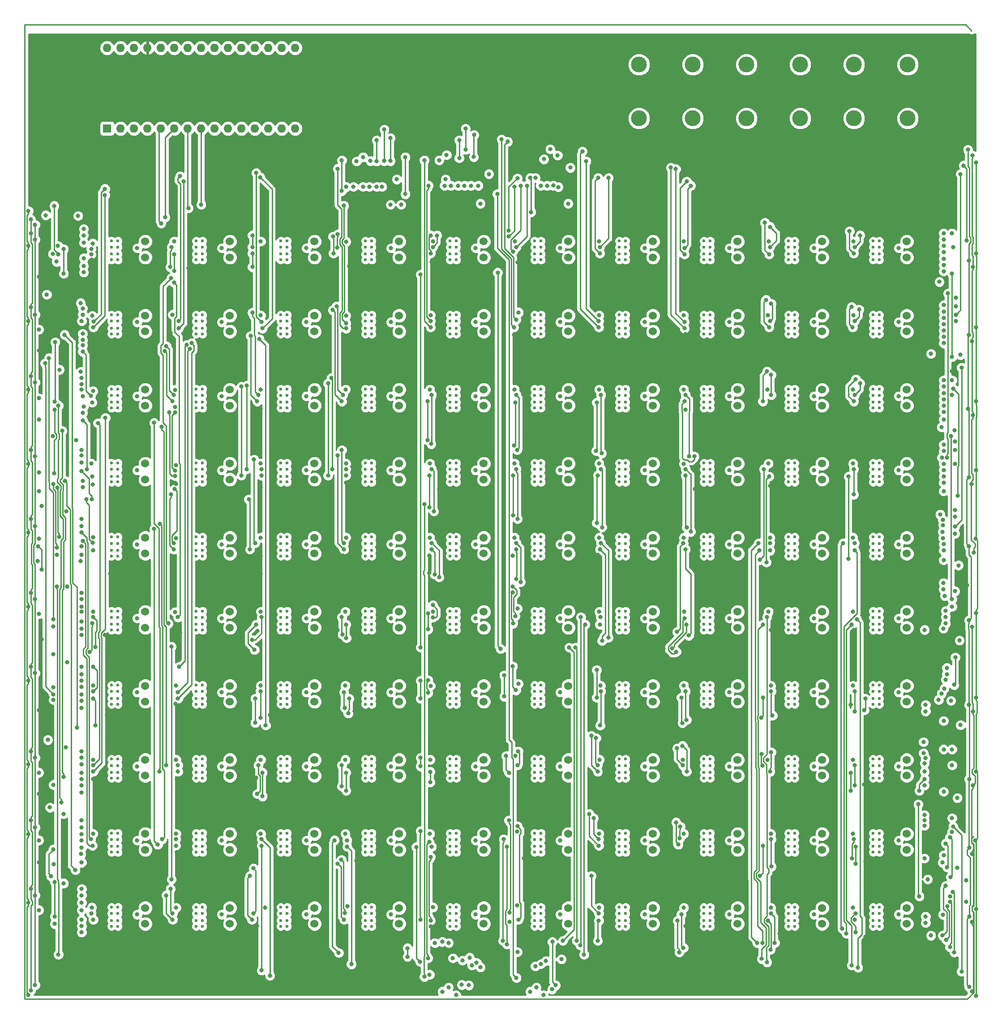
<source format=gbr>
G04 #@! TF.GenerationSoftware,KiCad,Pcbnew,5.0.0-rc2-dev-unknown-5a90858~64~ubuntu16.04.1*
G04 #@! TF.CreationDate,2018-12-18T14:43:22-05:00*
G04 #@! TF.ProjectId,ferrofluid_display,666572726F666C7569645F646973706C,rev?*
G04 #@! TF.SameCoordinates,Original*
G04 #@! TF.FileFunction,Copper,L3,Inr,Signal*
G04 #@! TF.FilePolarity,Positive*
%FSLAX46Y46*%
G04 Gerber Fmt 4.6, Leading zero omitted, Abs format (unit mm)*
G04 Created by KiCad (PCBNEW 5.0.0-rc2-dev-unknown-5a90858~64~ubuntu16.04.1) date Tue Dec 18 14:43:22 2018*
%MOMM*%
%LPD*%
G01*
G04 APERTURE LIST*
%ADD10O,1.600000X1.600000*%
%ADD11R,1.600000X1.600000*%
%ADD12C,3.000000*%
%ADD13C,1.524000*%
%ADD14C,0.600000*%
%ADD15C,0.800000*%
%ADD16C,0.250000*%
%ADD17C,0.254000*%
G04 APERTURE END LIST*
D10*
X157560000Y-22760000D03*
X157560000Y-38000000D03*
X122000000Y-22760000D03*
X155020000Y-38000000D03*
X124540000Y-22760000D03*
X152480000Y-38000000D03*
X127080000Y-22760000D03*
X149940000Y-38000000D03*
X129620000Y-22760000D03*
X147400000Y-38000000D03*
X132160000Y-22760000D03*
X144860000Y-38000000D03*
X134700000Y-22760000D03*
X142320000Y-38000000D03*
X137240000Y-22760000D03*
X139780000Y-38000000D03*
X139780000Y-22760000D03*
X137240000Y-38000000D03*
X142320000Y-22760000D03*
X134700000Y-38000000D03*
X144860000Y-22760000D03*
X132160000Y-38000000D03*
X147400000Y-22760000D03*
X129620000Y-38000000D03*
X149940000Y-22760000D03*
X127080000Y-38000000D03*
X152480000Y-22760000D03*
X124540000Y-38000000D03*
X155020000Y-22760000D03*
D11*
X122000000Y-38000000D03*
D12*
X242920000Y-36080000D03*
X273400000Y-36080000D03*
X263240000Y-36080000D03*
X253080000Y-36080000D03*
X232760000Y-36080000D03*
X222600000Y-36080000D03*
X273400000Y-25920000D03*
X263240000Y-25920000D03*
X253080000Y-25920000D03*
X242920000Y-25920000D03*
X232760000Y-25920000D03*
X222600000Y-25920000D03*
D13*
X129224000Y-62372000D03*
X129224000Y-59372000D03*
X145224000Y-62372000D03*
X145224000Y-59372000D03*
X161224000Y-59372000D03*
X161224000Y-62372000D03*
X177224000Y-62372000D03*
X177224000Y-59372000D03*
X193224000Y-62372000D03*
X193224000Y-59372000D03*
X209224000Y-62372000D03*
X209224000Y-59372000D03*
X225224000Y-62372000D03*
X225224000Y-59372000D03*
X241224000Y-59372000D03*
X241224000Y-62372000D03*
X257224000Y-62372000D03*
X257224000Y-59372000D03*
X273224000Y-59372000D03*
X273224000Y-62372000D03*
X129224000Y-76372000D03*
X129224000Y-73372000D03*
X145224000Y-76372000D03*
X145224000Y-73372000D03*
X161224000Y-76372000D03*
X161224000Y-73372000D03*
X177224000Y-73372000D03*
X177224000Y-76372000D03*
X193224000Y-76372000D03*
X193224000Y-73372000D03*
X209224000Y-76372000D03*
X209224000Y-73372000D03*
X225224000Y-76372000D03*
X225224000Y-73372000D03*
X241224000Y-73372000D03*
X241224000Y-76372000D03*
X257224000Y-73372000D03*
X257224000Y-76372000D03*
X273224000Y-73372000D03*
X273224000Y-76372000D03*
X129224000Y-87372000D03*
X129224000Y-90372000D03*
X145224000Y-87372000D03*
X145224000Y-90372000D03*
X161224000Y-87372000D03*
X161224000Y-90372000D03*
X177224000Y-87372000D03*
X177224000Y-90372000D03*
X193224000Y-90372000D03*
X193224000Y-87372000D03*
X209224000Y-90372000D03*
X209224000Y-87372000D03*
X225224000Y-90372000D03*
X225224000Y-87372000D03*
X241224000Y-90372000D03*
X241224000Y-87372000D03*
X257224000Y-87372000D03*
X257224000Y-90372000D03*
X273224000Y-90372000D03*
X273224000Y-87372000D03*
X129224000Y-104372000D03*
X129224000Y-101372000D03*
X145224000Y-104372000D03*
X145224000Y-101372000D03*
X161224000Y-101372000D03*
X161224000Y-104372000D03*
X177224000Y-101372000D03*
X177224000Y-104372000D03*
X193224000Y-101372000D03*
X193224000Y-104372000D03*
X209224000Y-104372000D03*
X209224000Y-101372000D03*
X225224000Y-101372000D03*
X225224000Y-104372000D03*
X241224000Y-101372000D03*
X241224000Y-104372000D03*
X257224000Y-101372000D03*
X257224000Y-104372000D03*
X273224000Y-104372000D03*
X273224000Y-101372000D03*
X129224000Y-115372000D03*
X129224000Y-118372000D03*
X145224000Y-115372000D03*
X145224000Y-118372000D03*
X161224000Y-115372000D03*
X161224000Y-118372000D03*
X177224000Y-118372000D03*
X177224000Y-115372000D03*
X193224000Y-115372000D03*
X193224000Y-118372000D03*
X209224000Y-115372000D03*
X209224000Y-118372000D03*
X225224000Y-118372000D03*
X225224000Y-115372000D03*
X241224000Y-115372000D03*
X241224000Y-118372000D03*
X257224000Y-115372000D03*
X257224000Y-118372000D03*
X273224000Y-118372000D03*
X273224000Y-115372000D03*
X129224000Y-132372000D03*
X129224000Y-129372000D03*
X145224000Y-129372000D03*
X145224000Y-132372000D03*
X161224000Y-129372000D03*
X161224000Y-132372000D03*
X177224000Y-129372000D03*
X177224000Y-132372000D03*
X193224000Y-129372000D03*
X193224000Y-132372000D03*
X209224000Y-132372000D03*
X209224000Y-129372000D03*
X225224000Y-132372000D03*
X225224000Y-129372000D03*
X241224000Y-129372000D03*
X241224000Y-132372000D03*
X257224000Y-132372000D03*
X257224000Y-129372000D03*
X273224000Y-129372000D03*
X273224000Y-132372000D03*
X129224000Y-143372000D03*
X129224000Y-146372000D03*
X145224000Y-143372000D03*
X145224000Y-146372000D03*
X161224000Y-143372000D03*
X161224000Y-146372000D03*
X177224000Y-143372000D03*
X177224000Y-146372000D03*
X193224000Y-146372000D03*
X193224000Y-143372000D03*
X209224000Y-143372000D03*
X209224000Y-146372000D03*
X225224000Y-146372000D03*
X225224000Y-143372000D03*
X241224000Y-146372000D03*
X241224000Y-143372000D03*
X257224000Y-146372000D03*
X257224000Y-143372000D03*
X273224000Y-146372000D03*
X273224000Y-143372000D03*
X129224000Y-160372000D03*
X129224000Y-157372000D03*
X145224000Y-160372000D03*
X145224000Y-157372000D03*
X161224000Y-160372000D03*
X161224000Y-157372000D03*
X177224000Y-160372000D03*
X177224000Y-157372000D03*
X193224000Y-157372000D03*
X193224000Y-160372000D03*
X209224000Y-157372000D03*
X209224000Y-160372000D03*
X225224000Y-157372000D03*
X225224000Y-160372000D03*
X241224000Y-157372000D03*
X241224000Y-160372000D03*
X257224000Y-157372000D03*
X257224000Y-160372000D03*
X273224000Y-157372000D03*
X273224000Y-160372000D03*
X129224000Y-171372000D03*
X129224000Y-174372000D03*
X145224000Y-171372000D03*
X145224000Y-174372000D03*
X161224000Y-174372000D03*
X161224000Y-171372000D03*
X177224000Y-171372000D03*
X177224000Y-174372000D03*
X193224000Y-174372000D03*
X193224000Y-171372000D03*
X209224000Y-174372000D03*
X209224000Y-171372000D03*
X225224000Y-174372000D03*
X225224000Y-171372000D03*
X241224000Y-174372000D03*
X241224000Y-171372000D03*
X257224000Y-174372000D03*
X257224000Y-171372000D03*
X273224000Y-171372000D03*
X273224000Y-174372000D03*
X129224000Y-188372000D03*
X129224000Y-185372000D03*
X145224000Y-188372000D03*
X145224000Y-185372000D03*
X161224000Y-185372000D03*
X161224000Y-188372000D03*
X177224000Y-188372000D03*
X177224000Y-185372000D03*
X193224000Y-188372000D03*
X193224000Y-185372000D03*
X209224000Y-185372000D03*
X209224000Y-188372000D03*
X225224000Y-188372000D03*
X225224000Y-185372000D03*
X241224000Y-185372000D03*
X241224000Y-188372000D03*
X257224000Y-185372000D03*
X257224000Y-188372000D03*
X273224000Y-188372000D03*
X273224000Y-185372000D03*
D14*
X124056905Y-62847500D03*
X124056905Y-61747500D03*
X122856905Y-61747500D03*
X122856905Y-62847500D03*
X124056905Y-59247500D03*
X124056905Y-60447500D03*
X122856905Y-60447500D03*
X122856905Y-59247500D03*
X138856905Y-59247500D03*
X138856905Y-60447500D03*
X140056905Y-60447500D03*
X140056905Y-59247500D03*
X138856905Y-62847500D03*
X138856905Y-61747500D03*
X140056905Y-61747500D03*
X140056905Y-62847500D03*
X154856905Y-59247500D03*
X154856905Y-60447500D03*
X156056905Y-60447500D03*
X156056905Y-59247500D03*
X154856905Y-62847500D03*
X154856905Y-61747500D03*
X156056905Y-61747500D03*
X156056905Y-62847500D03*
X172056905Y-62847500D03*
X172056905Y-61747500D03*
X170856905Y-61747500D03*
X170856905Y-62847500D03*
X172056905Y-59247500D03*
X172056905Y-60447500D03*
X170856905Y-60447500D03*
X170856905Y-59247500D03*
X186856905Y-59247500D03*
X186856905Y-60447500D03*
X188056905Y-60447500D03*
X188056905Y-59247500D03*
X186856905Y-62847500D03*
X186856905Y-61747500D03*
X188056905Y-61747500D03*
X188056905Y-62847500D03*
X202856905Y-59247500D03*
X202856905Y-60447500D03*
X204056905Y-60447500D03*
X204056905Y-59247500D03*
X202856905Y-62847500D03*
X202856905Y-61747500D03*
X204056905Y-61747500D03*
X204056905Y-62847500D03*
X220056905Y-62847500D03*
X220056905Y-61747500D03*
X218856905Y-61747500D03*
X218856905Y-62847500D03*
X220056905Y-59247500D03*
X220056905Y-60447500D03*
X218856905Y-60447500D03*
X218856905Y-59247500D03*
X236056905Y-62847500D03*
X236056905Y-61747500D03*
X234856905Y-61747500D03*
X234856905Y-62847500D03*
X236056905Y-59247500D03*
X236056905Y-60447500D03*
X234856905Y-60447500D03*
X234856905Y-59247500D03*
X250856905Y-59247500D03*
X250856905Y-60447500D03*
X252056905Y-60447500D03*
X252056905Y-59247500D03*
X250856905Y-62847500D03*
X250856905Y-61747500D03*
X252056905Y-61747500D03*
X252056905Y-62847500D03*
X266856905Y-59247500D03*
X266856905Y-60447500D03*
X268056905Y-60447500D03*
X268056905Y-59247500D03*
X266856905Y-62847500D03*
X266856905Y-61747500D03*
X268056905Y-61747500D03*
X268056905Y-62847500D03*
X124056905Y-76847500D03*
X124056905Y-75747500D03*
X122856905Y-75747500D03*
X122856905Y-76847500D03*
X124056905Y-73247500D03*
X124056905Y-74447500D03*
X122856905Y-74447500D03*
X122856905Y-73247500D03*
X138856905Y-73247500D03*
X138856905Y-74447500D03*
X140056905Y-74447500D03*
X140056905Y-73247500D03*
X138856905Y-76847500D03*
X138856905Y-75747500D03*
X140056905Y-75747500D03*
X140056905Y-76847500D03*
X154856905Y-73247500D03*
X154856905Y-74447500D03*
X156056905Y-74447500D03*
X156056905Y-73247500D03*
X154856905Y-76847500D03*
X154856905Y-75747500D03*
X156056905Y-75747500D03*
X156056905Y-76847500D03*
X170856905Y-73247500D03*
X170856905Y-74447500D03*
X172056905Y-74447500D03*
X172056905Y-73247500D03*
X170856905Y-76847500D03*
X170856905Y-75747500D03*
X172056905Y-75747500D03*
X172056905Y-76847500D03*
X188056905Y-76847500D03*
X188056905Y-75747500D03*
X186856905Y-75747500D03*
X186856905Y-76847500D03*
X188056905Y-73247500D03*
X188056905Y-74447500D03*
X186856905Y-74447500D03*
X186856905Y-73247500D03*
X202856905Y-73247500D03*
X202856905Y-74447500D03*
X204056905Y-74447500D03*
X204056905Y-73247500D03*
X202856905Y-76847500D03*
X202856905Y-75747500D03*
X204056905Y-75747500D03*
X204056905Y-76847500D03*
X220056905Y-76847500D03*
X220056905Y-75747500D03*
X218856905Y-75747500D03*
X218856905Y-76847500D03*
X220056905Y-73247500D03*
X220056905Y-74447500D03*
X218856905Y-74447500D03*
X218856905Y-73247500D03*
X234856905Y-73247500D03*
X234856905Y-74447500D03*
X236056905Y-74447500D03*
X236056905Y-73247500D03*
X234856905Y-76847500D03*
X234856905Y-75747500D03*
X236056905Y-75747500D03*
X236056905Y-76847500D03*
X252056905Y-76847500D03*
X252056905Y-75747500D03*
X250856905Y-75747500D03*
X250856905Y-76847500D03*
X252056905Y-73247500D03*
X252056905Y-74447500D03*
X250856905Y-74447500D03*
X250856905Y-73247500D03*
X266856905Y-73247500D03*
X266856905Y-74447500D03*
X268056905Y-74447500D03*
X268056905Y-73247500D03*
X266856905Y-76847500D03*
X266856905Y-75747500D03*
X268056905Y-75747500D03*
X268056905Y-76847500D03*
X124056905Y-90847500D03*
X124056905Y-89747500D03*
X122856905Y-89747500D03*
X122856905Y-90847500D03*
X124056905Y-87247500D03*
X124056905Y-88447500D03*
X122856905Y-88447500D03*
X122856905Y-87247500D03*
X140056905Y-90847500D03*
X140056905Y-89747500D03*
X138856905Y-89747500D03*
X138856905Y-90847500D03*
X140056905Y-87247500D03*
X140056905Y-88447500D03*
X138856905Y-88447500D03*
X138856905Y-87247500D03*
X156056905Y-90847500D03*
X156056905Y-89747500D03*
X154856905Y-89747500D03*
X154856905Y-90847500D03*
X156056905Y-87247500D03*
X156056905Y-88447500D03*
X154856905Y-88447500D03*
X154856905Y-87247500D03*
X172056905Y-90847500D03*
X172056905Y-89747500D03*
X170856905Y-89747500D03*
X170856905Y-90847500D03*
X172056905Y-87247500D03*
X172056905Y-88447500D03*
X170856905Y-88447500D03*
X170856905Y-87247500D03*
X188056905Y-90847500D03*
X188056905Y-89747500D03*
X186856905Y-89747500D03*
X186856905Y-90847500D03*
X188056905Y-87247500D03*
X188056905Y-88447500D03*
X186856905Y-88447500D03*
X186856905Y-87247500D03*
X202856905Y-87247500D03*
X202856905Y-88447500D03*
X204056905Y-88447500D03*
X204056905Y-87247500D03*
X202856905Y-90847500D03*
X202856905Y-89747500D03*
X204056905Y-89747500D03*
X204056905Y-90847500D03*
X220056905Y-90847500D03*
X220056905Y-89747500D03*
X218856905Y-89747500D03*
X218856905Y-90847500D03*
X220056905Y-87247500D03*
X220056905Y-88447500D03*
X218856905Y-88447500D03*
X218856905Y-87247500D03*
X236056905Y-90847500D03*
X236056905Y-89747500D03*
X234856905Y-89747500D03*
X234856905Y-90847500D03*
X236056905Y-87247500D03*
X236056905Y-88447500D03*
X234856905Y-88447500D03*
X234856905Y-87247500D03*
X252056905Y-90847500D03*
X252056905Y-89747500D03*
X250856905Y-89747500D03*
X250856905Y-90847500D03*
X252056905Y-87247500D03*
X252056905Y-88447500D03*
X250856905Y-88447500D03*
X250856905Y-87247500D03*
X266856905Y-87247500D03*
X266856905Y-88447500D03*
X268056905Y-88447500D03*
X268056905Y-87247500D03*
X266856905Y-90847500D03*
X266856905Y-89747500D03*
X268056905Y-89747500D03*
X268056905Y-90847500D03*
X122856905Y-101247500D03*
X122856905Y-102447500D03*
X124056905Y-102447500D03*
X124056905Y-101247500D03*
X122856905Y-104847500D03*
X122856905Y-103747500D03*
X124056905Y-103747500D03*
X124056905Y-104847500D03*
X140056905Y-104847500D03*
X140056905Y-103747500D03*
X138856905Y-103747500D03*
X138856905Y-104847500D03*
X140056905Y-101247500D03*
X140056905Y-102447500D03*
X138856905Y-102447500D03*
X138856905Y-101247500D03*
X154856905Y-101247500D03*
X154856905Y-102447500D03*
X156056905Y-102447500D03*
X156056905Y-101247500D03*
X154856905Y-104847500D03*
X154856905Y-103747500D03*
X156056905Y-103747500D03*
X156056905Y-104847500D03*
X172056905Y-104847500D03*
X172056905Y-103747500D03*
X170856905Y-103747500D03*
X170856905Y-104847500D03*
X172056905Y-101247500D03*
X172056905Y-102447500D03*
X170856905Y-102447500D03*
X170856905Y-101247500D03*
X186856905Y-101247500D03*
X186856905Y-102447500D03*
X188056905Y-102447500D03*
X188056905Y-101247500D03*
X186856905Y-104847500D03*
X186856905Y-103747500D03*
X188056905Y-103747500D03*
X188056905Y-104847500D03*
X202856905Y-101247500D03*
X202856905Y-102447500D03*
X204056905Y-102447500D03*
X204056905Y-101247500D03*
X202856905Y-104847500D03*
X202856905Y-103747500D03*
X204056905Y-103747500D03*
X204056905Y-104847500D03*
X220056905Y-104847500D03*
X220056905Y-103747500D03*
X218856905Y-103747500D03*
X218856905Y-104847500D03*
X220056905Y-101247500D03*
X220056905Y-102447500D03*
X218856905Y-102447500D03*
X218856905Y-101247500D03*
X234856905Y-101247500D03*
X234856905Y-102447500D03*
X236056905Y-102447500D03*
X236056905Y-101247500D03*
X234856905Y-104847500D03*
X234856905Y-103747500D03*
X236056905Y-103747500D03*
X236056905Y-104847500D03*
X250856905Y-101247500D03*
X250856905Y-102447500D03*
X252056905Y-102447500D03*
X252056905Y-101247500D03*
X250856905Y-104847500D03*
X250856905Y-103747500D03*
X252056905Y-103747500D03*
X252056905Y-104847500D03*
X268056905Y-104847500D03*
X268056905Y-103747500D03*
X266856905Y-103747500D03*
X266856905Y-104847500D03*
X268056905Y-101247500D03*
X268056905Y-102447500D03*
X266856905Y-102447500D03*
X266856905Y-101247500D03*
X124056905Y-118847500D03*
X124056905Y-117747500D03*
X122856905Y-117747500D03*
X122856905Y-118847500D03*
X124056905Y-115247500D03*
X124056905Y-116447500D03*
X122856905Y-116447500D03*
X122856905Y-115247500D03*
X140056905Y-118847500D03*
X140056905Y-117747500D03*
X138856905Y-117747500D03*
X138856905Y-118847500D03*
X140056905Y-115247500D03*
X140056905Y-116447500D03*
X138856905Y-116447500D03*
X138856905Y-115247500D03*
X156056905Y-118847500D03*
X156056905Y-117747500D03*
X154856905Y-117747500D03*
X154856905Y-118847500D03*
X156056905Y-115247500D03*
X156056905Y-116447500D03*
X154856905Y-116447500D03*
X154856905Y-115247500D03*
X172056905Y-118847500D03*
X172056905Y-117747500D03*
X170856905Y-117747500D03*
X170856905Y-118847500D03*
X172056905Y-115247500D03*
X172056905Y-116447500D03*
X170856905Y-116447500D03*
X170856905Y-115247500D03*
X186856905Y-115247500D03*
X186856905Y-116447500D03*
X188056905Y-116447500D03*
X188056905Y-115247500D03*
X186856905Y-118847500D03*
X186856905Y-117747500D03*
X188056905Y-117747500D03*
X188056905Y-118847500D03*
X202856905Y-115247500D03*
X202856905Y-116447500D03*
X204056905Y-116447500D03*
X204056905Y-115247500D03*
X202856905Y-118847500D03*
X202856905Y-117747500D03*
X204056905Y-117747500D03*
X204056905Y-118847500D03*
X220056905Y-118847500D03*
X220056905Y-117747500D03*
X218856905Y-117747500D03*
X218856905Y-118847500D03*
X220056905Y-115247500D03*
X220056905Y-116447500D03*
X218856905Y-116447500D03*
X218856905Y-115247500D03*
X236056905Y-118847500D03*
X236056905Y-117747500D03*
X234856905Y-117747500D03*
X234856905Y-118847500D03*
X236056905Y-115247500D03*
X236056905Y-116447500D03*
X234856905Y-116447500D03*
X234856905Y-115247500D03*
X250856905Y-115247500D03*
X250856905Y-116447500D03*
X252056905Y-116447500D03*
X252056905Y-115247500D03*
X250856905Y-118847500D03*
X250856905Y-117747500D03*
X252056905Y-117747500D03*
X252056905Y-118847500D03*
X266856905Y-115247500D03*
X266856905Y-116447500D03*
X268056905Y-116447500D03*
X268056905Y-115247500D03*
X266856905Y-118847500D03*
X266856905Y-117747500D03*
X268056905Y-117747500D03*
X268056905Y-118847500D03*
X124056905Y-132847500D03*
X124056905Y-131747500D03*
X122856905Y-131747500D03*
X122856905Y-132847500D03*
X124056905Y-129247500D03*
X124056905Y-130447500D03*
X122856905Y-130447500D03*
X122856905Y-129247500D03*
X138856905Y-129247500D03*
X138856905Y-130447500D03*
X140056905Y-130447500D03*
X140056905Y-129247500D03*
X138856905Y-132847500D03*
X138856905Y-131747500D03*
X140056905Y-131747500D03*
X140056905Y-132847500D03*
X156056905Y-132847500D03*
X156056905Y-131747500D03*
X154856905Y-131747500D03*
X154856905Y-132847500D03*
X156056905Y-129247500D03*
X156056905Y-130447500D03*
X154856905Y-130447500D03*
X154856905Y-129247500D03*
X172056905Y-132847500D03*
X172056905Y-131747500D03*
X170856905Y-131747500D03*
X170856905Y-132847500D03*
X172056905Y-129247500D03*
X172056905Y-130447500D03*
X170856905Y-130447500D03*
X170856905Y-129247500D03*
X186856905Y-129247500D03*
X186856905Y-130447500D03*
X188056905Y-130447500D03*
X188056905Y-129247500D03*
X186856905Y-132847500D03*
X186856905Y-131747500D03*
X188056905Y-131747500D03*
X188056905Y-132847500D03*
X202856905Y-129247500D03*
X202856905Y-130447500D03*
X204056905Y-130447500D03*
X204056905Y-129247500D03*
X202856905Y-132847500D03*
X202856905Y-131747500D03*
X204056905Y-131747500D03*
X204056905Y-132847500D03*
X218856905Y-129247500D03*
X218856905Y-130447500D03*
X220056905Y-130447500D03*
X220056905Y-129247500D03*
X218856905Y-132847500D03*
X218856905Y-131747500D03*
X220056905Y-131747500D03*
X220056905Y-132847500D03*
X234856905Y-129247500D03*
X234856905Y-130447500D03*
X236056905Y-130447500D03*
X236056905Y-129247500D03*
X234856905Y-132847500D03*
X234856905Y-131747500D03*
X236056905Y-131747500D03*
X236056905Y-132847500D03*
X250856905Y-129247500D03*
X250856905Y-130447500D03*
X252056905Y-130447500D03*
X252056905Y-129247500D03*
X250856905Y-132847500D03*
X250856905Y-131747500D03*
X252056905Y-131747500D03*
X252056905Y-132847500D03*
X268056905Y-132847500D03*
X268056905Y-131747500D03*
X266856905Y-131747500D03*
X266856905Y-132847500D03*
X268056905Y-129247500D03*
X268056905Y-130447500D03*
X266856905Y-130447500D03*
X266856905Y-129247500D03*
X124056905Y-146847500D03*
X124056905Y-145747500D03*
X122856905Y-145747500D03*
X122856905Y-146847500D03*
X124056905Y-143247500D03*
X124056905Y-144447500D03*
X122856905Y-144447500D03*
X122856905Y-143247500D03*
X138856905Y-143247500D03*
X138856905Y-144447500D03*
X140056905Y-144447500D03*
X140056905Y-143247500D03*
X138856905Y-146847500D03*
X138856905Y-145747500D03*
X140056905Y-145747500D03*
X140056905Y-146847500D03*
X156056905Y-146847500D03*
X156056905Y-145747500D03*
X154856905Y-145747500D03*
X154856905Y-146847500D03*
X156056905Y-143247500D03*
X156056905Y-144447500D03*
X154856905Y-144447500D03*
X154856905Y-143247500D03*
X172056905Y-146847500D03*
X172056905Y-145747500D03*
X170856905Y-145747500D03*
X170856905Y-146847500D03*
X172056905Y-143247500D03*
X172056905Y-144447500D03*
X170856905Y-144447500D03*
X170856905Y-143247500D03*
X186856905Y-143247500D03*
X186856905Y-144447500D03*
X188056905Y-144447500D03*
X188056905Y-143247500D03*
X186856905Y-146847500D03*
X186856905Y-145747500D03*
X188056905Y-145747500D03*
X188056905Y-146847500D03*
X204056905Y-146847500D03*
X204056905Y-145747500D03*
X202856905Y-145747500D03*
X202856905Y-146847500D03*
X204056905Y-143247500D03*
X204056905Y-144447500D03*
X202856905Y-144447500D03*
X202856905Y-143247500D03*
X218856905Y-143247500D03*
X218856905Y-144447500D03*
X220056905Y-144447500D03*
X220056905Y-143247500D03*
X218856905Y-146847500D03*
X218856905Y-145747500D03*
X220056905Y-145747500D03*
X220056905Y-146847500D03*
X236056905Y-146847500D03*
X236056905Y-145747500D03*
X234856905Y-145747500D03*
X234856905Y-146847500D03*
X236056905Y-143247500D03*
X236056905Y-144447500D03*
X234856905Y-144447500D03*
X234856905Y-143247500D03*
X252056905Y-146847500D03*
X252056905Y-145747500D03*
X250856905Y-145747500D03*
X250856905Y-146847500D03*
X252056905Y-143247500D03*
X252056905Y-144447500D03*
X250856905Y-144447500D03*
X250856905Y-143247500D03*
X266856905Y-143247500D03*
X266856905Y-144447500D03*
X268056905Y-144447500D03*
X268056905Y-143247500D03*
X266856905Y-146847500D03*
X266856905Y-145747500D03*
X268056905Y-145747500D03*
X268056905Y-146847500D03*
X122856905Y-157247500D03*
X122856905Y-158447500D03*
X124056905Y-158447500D03*
X124056905Y-157247500D03*
X122856905Y-160847500D03*
X122856905Y-159747500D03*
X124056905Y-159747500D03*
X124056905Y-160847500D03*
X138856905Y-157247500D03*
X138856905Y-158447500D03*
X140056905Y-158447500D03*
X140056905Y-157247500D03*
X138856905Y-160847500D03*
X138856905Y-159747500D03*
X140056905Y-159747500D03*
X140056905Y-160847500D03*
X156056905Y-160847500D03*
X156056905Y-159747500D03*
X154856905Y-159747500D03*
X154856905Y-160847500D03*
X156056905Y-157247500D03*
X156056905Y-158447500D03*
X154856905Y-158447500D03*
X154856905Y-157247500D03*
X170856905Y-157247500D03*
X170856905Y-158447500D03*
X172056905Y-158447500D03*
X172056905Y-157247500D03*
X170856905Y-160847500D03*
X170856905Y-159747500D03*
X172056905Y-159747500D03*
X172056905Y-160847500D03*
X186856905Y-157247500D03*
X186856905Y-158447500D03*
X188056905Y-158447500D03*
X188056905Y-157247500D03*
X186856905Y-160847500D03*
X186856905Y-159747500D03*
X188056905Y-159747500D03*
X188056905Y-160847500D03*
X204056905Y-160847500D03*
X204056905Y-159747500D03*
X202856905Y-159747500D03*
X202856905Y-160847500D03*
X204056905Y-157247500D03*
X204056905Y-158447500D03*
X202856905Y-158447500D03*
X202856905Y-157247500D03*
X218856905Y-157247500D03*
X218856905Y-158447500D03*
X220056905Y-158447500D03*
X220056905Y-157247500D03*
X218856905Y-160847500D03*
X218856905Y-159747500D03*
X220056905Y-159747500D03*
X220056905Y-160847500D03*
X236056905Y-160847500D03*
X236056905Y-159747500D03*
X234856905Y-159747500D03*
X234856905Y-160847500D03*
X236056905Y-157247500D03*
X236056905Y-158447500D03*
X234856905Y-158447500D03*
X234856905Y-157247500D03*
X250856905Y-157247500D03*
X250856905Y-158447500D03*
X252056905Y-158447500D03*
X252056905Y-157247500D03*
X250856905Y-160847500D03*
X250856905Y-159747500D03*
X252056905Y-159747500D03*
X252056905Y-160847500D03*
X268056905Y-160847500D03*
X268056905Y-159747500D03*
X266856905Y-159747500D03*
X266856905Y-160847500D03*
X268056905Y-157247500D03*
X268056905Y-158447500D03*
X266856905Y-158447500D03*
X266856905Y-157247500D03*
X124056905Y-174847500D03*
X124056905Y-173747500D03*
X122856905Y-173747500D03*
X122856905Y-174847500D03*
X124056905Y-171247500D03*
X124056905Y-172447500D03*
X122856905Y-172447500D03*
X122856905Y-171247500D03*
X140056905Y-174847500D03*
X140056905Y-173747500D03*
X138856905Y-173747500D03*
X138856905Y-174847500D03*
X140056905Y-171247500D03*
X140056905Y-172447500D03*
X138856905Y-172447500D03*
X138856905Y-171247500D03*
X154856905Y-171247500D03*
X154856905Y-172447500D03*
X156056905Y-172447500D03*
X156056905Y-171247500D03*
X154856905Y-174847500D03*
X154856905Y-173747500D03*
X156056905Y-173747500D03*
X156056905Y-174847500D03*
X172056905Y-174847500D03*
X172056905Y-173747500D03*
X170856905Y-173747500D03*
X170856905Y-174847500D03*
X172056905Y-171247500D03*
X172056905Y-172447500D03*
X170856905Y-172447500D03*
X170856905Y-171247500D03*
X186856905Y-171247500D03*
X186856905Y-172447500D03*
X188056905Y-172447500D03*
X188056905Y-171247500D03*
X186856905Y-174847500D03*
X186856905Y-173747500D03*
X188056905Y-173747500D03*
X188056905Y-174847500D03*
X202856905Y-171247500D03*
X202856905Y-172447500D03*
X204056905Y-172447500D03*
X204056905Y-171247500D03*
X202856905Y-174847500D03*
X202856905Y-173747500D03*
X204056905Y-173747500D03*
X204056905Y-174847500D03*
X218856905Y-171247500D03*
X218856905Y-172447500D03*
X220056905Y-172447500D03*
X220056905Y-171247500D03*
X218856905Y-174847500D03*
X218856905Y-173747500D03*
X220056905Y-173747500D03*
X220056905Y-174847500D03*
X234856905Y-171247500D03*
X234856905Y-172447500D03*
X236056905Y-172447500D03*
X236056905Y-171247500D03*
X234856905Y-174847500D03*
X234856905Y-173747500D03*
X236056905Y-173747500D03*
X236056905Y-174847500D03*
X252056905Y-174847500D03*
X252056905Y-173747500D03*
X250856905Y-173747500D03*
X250856905Y-174847500D03*
X252056905Y-171247500D03*
X252056905Y-172447500D03*
X250856905Y-172447500D03*
X250856905Y-171247500D03*
X268056905Y-174847500D03*
X268056905Y-173747500D03*
X266856905Y-173747500D03*
X266856905Y-174847500D03*
X268056905Y-171247500D03*
X268056905Y-172447500D03*
X266856905Y-172447500D03*
X266856905Y-171247500D03*
X122856905Y-185247500D03*
X122856905Y-186447500D03*
X124056905Y-186447500D03*
X124056905Y-185247500D03*
X122856905Y-188847500D03*
X122856905Y-187747500D03*
X124056905Y-187747500D03*
X124056905Y-188847500D03*
X138856905Y-185247500D03*
X138856905Y-186447500D03*
X140056905Y-186447500D03*
X140056905Y-185247500D03*
X138856905Y-188847500D03*
X138856905Y-187747500D03*
X140056905Y-187747500D03*
X140056905Y-188847500D03*
X156056905Y-188847500D03*
X156056905Y-187747500D03*
X154856905Y-187747500D03*
X154856905Y-188847500D03*
X156056905Y-185247500D03*
X156056905Y-186447500D03*
X154856905Y-186447500D03*
X154856905Y-185247500D03*
X172056905Y-188847500D03*
X172056905Y-187747500D03*
X170856905Y-187747500D03*
X170856905Y-188847500D03*
X172056905Y-185247500D03*
X172056905Y-186447500D03*
X170856905Y-186447500D03*
X170856905Y-185247500D03*
X186856905Y-185247500D03*
X186856905Y-186447500D03*
X188056905Y-186447500D03*
X188056905Y-185247500D03*
X186856905Y-188847500D03*
X186856905Y-187747500D03*
X188056905Y-187747500D03*
X188056905Y-188847500D03*
X204056905Y-188847500D03*
X204056905Y-187747500D03*
X202856905Y-187747500D03*
X202856905Y-188847500D03*
X204056905Y-185247500D03*
X204056905Y-186447500D03*
X202856905Y-186447500D03*
X202856905Y-185247500D03*
X220056905Y-188847500D03*
X220056905Y-187747500D03*
X218856905Y-187747500D03*
X218856905Y-188847500D03*
X220056905Y-185247500D03*
X220056905Y-186447500D03*
X218856905Y-186447500D03*
X218856905Y-185247500D03*
X234856905Y-185247500D03*
X234856905Y-186447500D03*
X236056905Y-186447500D03*
X236056905Y-185247500D03*
X234856905Y-188847500D03*
X234856905Y-187747500D03*
X236056905Y-187747500D03*
X236056905Y-188847500D03*
X252056905Y-188847500D03*
X252056905Y-187747500D03*
X250856905Y-187747500D03*
X250856905Y-188847500D03*
X252056905Y-185247500D03*
X252056905Y-186447500D03*
X250856905Y-186447500D03*
X250856905Y-185247500D03*
X266856905Y-185247500D03*
X266856905Y-186447500D03*
X268056905Y-186447500D03*
X268056905Y-185247500D03*
X266856905Y-188847500D03*
X266856905Y-187747500D03*
X268056905Y-187747500D03*
X268056905Y-188847500D03*
D15*
X127700000Y-60618000D03*
X143700000Y-60618000D03*
X159700000Y-60618000D03*
X175700000Y-60618000D03*
X191700000Y-60618000D03*
X207700000Y-60618000D03*
X223700000Y-60618000D03*
X239700000Y-60618000D03*
X255700000Y-60618000D03*
X271700000Y-60618000D03*
X127700000Y-74618000D03*
X143700000Y-74618000D03*
X159700000Y-74618000D03*
X175700000Y-74618000D03*
X191700000Y-74618000D03*
X207700000Y-74618000D03*
X223700000Y-74618000D03*
X239700000Y-74618000D03*
X255700000Y-74618000D03*
X271700000Y-74618000D03*
X127700000Y-88618000D03*
X143700000Y-88618000D03*
X159700000Y-88618000D03*
X175700000Y-88618000D03*
X191700000Y-88618000D03*
X207700000Y-88618000D03*
X223700000Y-88618000D03*
X239700000Y-88618000D03*
X255700000Y-88618000D03*
X271700000Y-88618000D03*
X127700000Y-102618000D03*
X143700000Y-102618000D03*
X159700000Y-102618000D03*
X175700000Y-102618000D03*
X191700000Y-102618000D03*
X207700000Y-102618000D03*
X223700000Y-102618000D03*
X239700000Y-102618000D03*
X255700000Y-102618000D03*
X271700000Y-102618000D03*
X127700000Y-116618000D03*
X143700000Y-116618000D03*
X159700000Y-116618000D03*
X175700000Y-116618000D03*
X191700000Y-116618000D03*
X207700000Y-116618000D03*
X223700000Y-116618000D03*
X239700000Y-116618000D03*
X255700000Y-116618000D03*
X271700000Y-116618000D03*
X127700000Y-130618000D03*
X143700000Y-130618000D03*
X159700000Y-130618000D03*
X175700000Y-130618000D03*
X191700000Y-130618000D03*
X207700000Y-130618000D03*
X223700000Y-130618000D03*
X239700000Y-130618000D03*
X255700000Y-130618000D03*
X271700000Y-130618000D03*
X127700000Y-144618000D03*
X143700000Y-144618000D03*
X159700000Y-144618000D03*
X175700000Y-144618000D03*
X191700000Y-144618000D03*
X207700000Y-144618000D03*
X223700000Y-144618000D03*
X239700000Y-144618000D03*
X255700000Y-144618000D03*
X271700000Y-144618000D03*
X127700000Y-158618000D03*
X143700000Y-158618000D03*
X159700000Y-158618000D03*
X175700000Y-158618000D03*
X191700000Y-158618000D03*
X207700000Y-158618000D03*
X223700000Y-158618000D03*
X239700000Y-158618000D03*
X255700000Y-158618000D03*
X271700000Y-158618000D03*
X127700000Y-172618000D03*
X143700000Y-172618000D03*
X159700000Y-172618000D03*
X175700000Y-172618000D03*
X191700000Y-172618000D03*
X207700000Y-172618000D03*
X223700000Y-172618000D03*
X239700000Y-172618000D03*
X255700000Y-172618000D03*
X271700000Y-172618000D03*
X127700000Y-186618000D03*
X143700000Y-186618000D03*
X159700000Y-186618000D03*
X175700000Y-186618000D03*
X191700000Y-186618000D03*
X207700000Y-186618000D03*
X223700000Y-186618000D03*
X239700000Y-186618000D03*
X255700000Y-186618000D03*
X271700000Y-186618000D03*
X151064000Y-59348000D03*
X215064000Y-59348000D03*
X215064000Y-73348000D03*
X231064000Y-73348000D03*
X183064000Y-87348000D03*
X199064000Y-87348000D03*
X215064000Y-87348000D03*
X231064000Y-87348000D03*
X263064000Y-87348000D03*
X119064000Y-101348000D03*
X151064000Y-101348000D03*
X183064000Y-101348000D03*
X199064000Y-101348000D03*
X215064000Y-101348000D03*
X247064000Y-101348000D03*
X263064000Y-101348000D03*
X151064000Y-115348000D03*
X183064000Y-115348000D03*
X199064000Y-115348000D03*
X215064000Y-115348000D03*
X231064000Y-115348000D03*
X263064000Y-115348000D03*
X151064000Y-129348000D03*
X167064000Y-129348000D03*
X215064000Y-129348000D03*
X247064000Y-129348000D03*
X263064000Y-129348000D03*
X135064000Y-143348000D03*
X151064000Y-143348000D03*
X167064000Y-143348000D03*
X231064000Y-143348000D03*
X135064000Y-157348000D03*
X151064000Y-157348000D03*
X167064000Y-157348000D03*
X135064000Y-171348000D03*
X151064000Y-171348000D03*
X167064000Y-171348000D03*
X183064000Y-171348000D03*
X215064000Y-171348000D03*
X231064000Y-171348000D03*
X135064000Y-185348000D03*
X215064000Y-185348000D03*
X231064000Y-185348000D03*
X117000000Y-71000000D03*
X117000000Y-84000000D03*
X119281127Y-59725010D03*
X167125010Y-87348000D03*
X119200169Y-73425150D03*
X119370660Y-87654660D03*
X167175021Y-115348000D03*
X167175021Y-101348000D03*
X119375021Y-129348000D03*
X119375021Y-157348000D03*
X119375021Y-171348000D03*
X119375632Y-115337115D03*
X119118660Y-185293340D03*
X247375021Y-115348000D03*
X167425032Y-185108105D03*
X151925010Y-185348000D03*
X184000000Y-192000000D03*
X247525010Y-171348000D03*
X247525010Y-143348000D03*
X247525010Y-185348000D03*
X263074990Y-157348000D03*
X263074990Y-171348000D03*
X263074990Y-185348000D03*
X263074990Y-143348000D03*
X246874990Y-157348000D03*
X230874990Y-157348000D03*
X215125010Y-157348000D03*
X215325010Y-143348000D03*
X231125010Y-129348000D03*
X231058701Y-101395599D03*
X246874990Y-87348000D03*
X134874990Y-87422237D03*
X263125011Y-73348000D03*
X246925011Y-73348000D03*
X134874990Y-129422237D03*
X135025032Y-101713699D03*
X135025032Y-115468218D03*
X263125010Y-59348000D03*
X247125010Y-59348000D03*
X231074990Y-59348000D03*
X199125010Y-59348000D03*
X183175021Y-73293340D03*
X183625032Y-59336335D03*
X134674990Y-59348000D03*
X134400000Y-73200000D03*
X167200000Y-59400000D03*
X167200000Y-73400000D03*
X151064000Y-87348000D03*
X151064000Y-73348000D03*
X119374968Y-143348000D03*
X277800000Y-190600000D03*
X280000000Y-176800000D03*
X280200000Y-163400000D03*
X280200000Y-150000000D03*
X113800000Y-167600000D03*
X177600000Y-52400000D03*
X192600000Y-52200000D03*
X209200000Y-52200000D03*
X109125010Y-76000000D03*
X109125010Y-89000000D03*
X109125010Y-103000000D03*
X109125010Y-115600000D03*
X109125010Y-129800000D03*
X109125010Y-159800000D03*
X109125010Y-172600000D03*
X109125010Y-185800000D03*
X284474990Y-184199001D03*
X281800000Y-171000000D03*
X281800000Y-158400000D03*
X281800000Y-128400000D03*
X276600000Y-132800000D03*
X280200000Y-119600000D03*
X280200000Y-106600000D03*
X281800000Y-88400000D03*
X277800000Y-80600000D03*
X279400000Y-67000000D03*
X282000000Y-60400000D03*
X186200000Y-43000000D03*
X111733387Y-61674990D03*
X116511825Y-54525010D03*
X203000000Y-47325010D03*
X281600000Y-146200000D03*
X279800000Y-94474990D03*
X183664074Y-129361336D03*
X183175021Y-143374597D03*
X183625032Y-185257987D03*
X183125010Y-157357728D03*
X189087253Y-199925010D03*
X199525010Y-170919735D03*
X199525010Y-184919735D03*
X199230450Y-156605130D03*
X199775021Y-142998340D03*
X199625032Y-128773778D03*
X199825032Y-72774348D03*
X171800000Y-44125010D03*
X113800000Y-180725010D03*
X116125010Y-96925010D03*
X282325010Y-114601017D03*
X282325010Y-101400000D03*
X111874990Y-143650973D03*
X114480542Y-124592876D03*
X114425032Y-138907757D03*
X114225032Y-155021218D03*
X199600000Y-193725010D03*
X206151327Y-200761082D03*
X114325054Y-110411210D03*
X282525010Y-74400000D03*
X119112660Y-62824979D03*
X264800000Y-106000000D03*
X119325010Y-105274990D03*
X263200000Y-91000000D03*
X247400000Y-91200000D03*
X201200000Y-91600000D03*
X263058330Y-76874990D03*
X215400000Y-76874990D03*
X231400000Y-76874990D03*
X247400000Y-76874990D03*
X134874990Y-90704141D03*
X137400000Y-64400000D03*
X151400000Y-63000000D03*
X167800000Y-64000000D03*
X183400000Y-63200000D03*
X215200000Y-63400000D03*
X231200000Y-63400000D03*
X247400000Y-63400000D03*
X263400000Y-63400000D03*
X231400000Y-91200000D03*
X217000000Y-91800000D03*
X184600000Y-92000000D03*
X151000000Y-91000000D03*
X167400000Y-91000000D03*
X167200000Y-77200000D03*
X183200000Y-77000000D03*
X120600000Y-80000000D03*
X247400000Y-105600000D03*
X264800000Y-120000000D03*
X121600000Y-133800000D03*
X165600000Y-132800000D03*
X184600000Y-134000000D03*
X200600000Y-134000000D03*
X214800000Y-133800000D03*
X183200000Y-147000000D03*
X169200000Y-148200000D03*
X152800000Y-148925010D03*
X135200000Y-161000000D03*
X119400000Y-161000000D03*
X135200000Y-174800000D03*
X169200000Y-176400000D03*
X184800000Y-176200000D03*
X200800000Y-176000000D03*
X200800000Y-162000000D03*
X184800000Y-162000000D03*
X169000000Y-162400000D03*
X200800000Y-148200000D03*
X216800000Y-148000000D03*
X216800000Y-162000000D03*
X216600000Y-176000000D03*
X210800000Y-198600000D03*
X194400000Y-198600000D03*
X231400000Y-175000000D03*
X231400000Y-188800000D03*
X216800000Y-192925010D03*
X249200000Y-190200000D03*
X265400000Y-190800000D03*
X248800000Y-176200000D03*
X248800000Y-162000000D03*
X232800000Y-162200000D03*
X265200000Y-162000000D03*
X265400000Y-176600000D03*
X262600000Y-147000000D03*
X249200000Y-148200000D03*
X263200000Y-132800000D03*
X247600000Y-132800000D03*
X232800000Y-148200000D03*
X233200000Y-106200000D03*
X214800000Y-118600000D03*
X217000000Y-106200000D03*
X201200000Y-106000000D03*
X184800000Y-106200000D03*
X183000000Y-118800000D03*
X150200000Y-160800000D03*
X150200000Y-174800000D03*
X150400000Y-188800000D03*
X135200000Y-188800000D03*
X120800000Y-191600000D03*
X110000000Y-190600000D03*
X119200000Y-175200000D03*
X122000000Y-148925010D03*
X135000000Y-105200000D03*
X151000000Y-105800000D03*
X151000000Y-118800000D03*
X167200000Y-105000000D03*
X119600000Y-92600000D03*
X168000000Y-43000000D03*
X109125010Y-66000000D03*
X109125010Y-80000000D03*
X109125010Y-93000000D03*
X109125010Y-106600000D03*
X109125010Y-148000000D03*
X109125010Y-163800000D03*
X109125010Y-176800000D03*
X284474990Y-180151795D03*
X283600000Y-166400000D03*
X283800000Y-153400000D03*
X283800000Y-139400000D03*
X282000000Y-56200000D03*
X284674989Y-124358165D03*
X200189988Y-42525010D03*
X109674990Y-134600000D03*
X281800000Y-83925010D03*
X249367994Y-120674990D03*
X232585432Y-120474990D03*
X108874990Y-119800000D03*
X183175021Y-188864991D03*
X198074990Y-188006127D03*
X198725010Y-118767994D03*
X198925010Y-77000000D03*
X199625032Y-63296692D03*
X183800000Y-46874990D03*
X166600000Y-118800000D03*
X232126656Y-136325010D03*
X135800000Y-133324957D03*
X150437809Y-132957327D03*
X134925010Y-146800000D03*
X282325010Y-110146786D03*
X282325010Y-97200000D03*
X134600000Y-119000000D03*
X153200000Y-80674990D03*
X282525010Y-70000000D03*
X133999998Y-76600000D03*
X119200000Y-77200000D03*
X122600000Y-122200000D03*
X134600000Y-122200000D03*
X151000000Y-122200000D03*
X166600000Y-122200000D03*
X183000000Y-122000000D03*
X166400000Y-188800000D03*
X139800000Y-52400000D03*
X112800000Y-61800000D03*
X112000000Y-52624979D03*
X286325000Y-202000000D03*
X286325000Y-185600000D03*
X286200000Y-172600000D03*
X286325000Y-159600000D03*
X286325000Y-145600000D03*
X286325000Y-129600000D03*
X286325000Y-102600000D03*
X286325000Y-89600000D03*
X286325000Y-75600000D03*
X286325000Y-61600000D03*
X107125020Y-74400000D03*
X107125020Y-114400000D03*
X107125020Y-142400000D03*
X107125020Y-87400000D03*
X107125020Y-53600000D03*
X107125020Y-101400000D03*
X107125020Y-128400000D03*
X188000000Y-201874980D03*
X107125020Y-60200000D03*
X107125020Y-184400000D03*
X107125020Y-201874980D03*
X107125020Y-171400000D03*
X107125020Y-158200000D03*
X286325000Y-44400000D03*
X204599994Y-43800000D03*
X188600000Y-43600000D03*
X188600000Y-40200000D03*
X173000000Y-40200000D03*
X173000000Y-44200000D03*
X112725010Y-60200000D03*
X137400000Y-53074990D03*
X204530511Y-201874999D03*
X286212660Y-115587340D03*
X107600000Y-57800000D03*
X107600000Y-55200000D03*
X133000000Y-54800000D03*
X107600000Y-71800000D03*
X107600000Y-84800000D03*
X107600000Y-98800000D03*
X107600000Y-111800000D03*
X107600000Y-125800000D03*
X107600000Y-139800000D03*
X107600000Y-155800000D03*
X107600000Y-168800000D03*
X107600000Y-181800000D03*
X185400000Y-201200000D03*
X202000000Y-201200000D03*
X285599990Y-201163942D03*
X285599990Y-188000000D03*
X285599990Y-175200000D03*
X285599990Y-132200000D03*
X285474990Y-105200000D03*
X285599990Y-78200000D03*
X285725010Y-162200000D03*
X285749989Y-148200000D03*
X107602110Y-200996112D03*
X285725010Y-92200000D03*
X285725010Y-64200000D03*
X191351615Y-43375021D03*
X285630377Y-43074990D03*
X207200000Y-43074990D03*
X175600000Y-39800010D03*
X191400000Y-39200000D03*
X175600000Y-44125010D03*
X285874956Y-118200000D03*
X108400000Y-56200000D03*
X108400000Y-59000000D03*
X132232006Y-55925010D03*
X108400000Y-73200000D03*
X108400000Y-86000000D03*
X108400000Y-100000000D03*
X108400000Y-113200000D03*
X108400000Y-127000000D03*
X108400000Y-141000000D03*
X108400000Y-157000000D03*
X108400000Y-170200000D03*
X108400000Y-183000000D03*
X108400000Y-200000000D03*
X186600000Y-200400000D03*
X203200000Y-200400000D03*
X285074990Y-187000000D03*
X285074990Y-174000000D03*
X285033608Y-200339784D03*
X285024979Y-161000000D03*
X285000000Y-147000000D03*
X285000000Y-131000000D03*
X285000000Y-117000000D03*
X285000000Y-104000000D03*
X284800000Y-91000000D03*
X285000000Y-77000000D03*
X285000000Y-63000000D03*
X284800000Y-42000000D03*
X189800000Y-42000000D03*
X205800000Y-41899969D03*
X189800000Y-38000000D03*
X174429812Y-38170188D03*
X174400000Y-44125010D03*
X215000000Y-186400000D03*
X277192150Y-179975021D03*
X213600000Y-179325010D03*
X282200000Y-193800000D03*
X230200000Y-193800000D03*
X229874990Y-187800000D03*
X281924109Y-182348335D03*
X281400000Y-192800000D03*
X230600000Y-186600000D03*
X231000000Y-192925010D03*
X281400000Y-184200013D03*
X247000000Y-187800000D03*
X280674990Y-191400000D03*
X247439339Y-193248583D03*
X280893553Y-185062298D03*
X247600000Y-186400000D03*
X280054681Y-186637492D03*
X248269997Y-191982580D03*
X276800000Y-187000000D03*
X263400000Y-187600000D03*
X276800000Y-188200000D03*
X263600000Y-190000000D03*
X263600000Y-186400000D03*
X111200000Y-166400000D03*
X275400000Y-165800000D03*
X275600000Y-183200000D03*
X281400000Y-183200000D03*
X280600000Y-181200000D03*
X280000000Y-190600000D03*
X214800000Y-191600000D03*
X215000000Y-187800000D03*
X119000000Y-61800000D03*
X112444001Y-63181319D03*
X110400000Y-54400000D03*
X202200000Y-53800000D03*
X202000000Y-47325010D03*
X117600000Y-57000000D03*
X165624979Y-58000000D03*
X165551063Y-60485796D03*
X164800000Y-61600000D03*
X117600000Y-58200000D03*
X164724766Y-58435477D03*
X117600000Y-59600000D03*
X149474990Y-58200000D03*
X149474990Y-60400000D03*
X117600000Y-62525010D03*
X149474990Y-61600000D03*
X149474990Y-64200000D03*
X117600000Y-64000000D03*
X134200000Y-60400000D03*
X133949980Y-64203223D03*
X117600000Y-65200000D03*
X134674990Y-61800000D03*
X134674990Y-64905562D03*
X113800000Y-60800000D03*
X119000000Y-60800000D03*
X113800000Y-65400000D03*
X184400000Y-58200000D03*
X199012660Y-49012660D03*
X197975021Y-58389755D03*
X183625032Y-60400000D03*
X200200000Y-48800000D03*
X198749070Y-61250930D03*
X201400000Y-48800000D03*
X199400000Y-60400000D03*
X204000000Y-48800000D03*
X215200000Y-61600000D03*
X214855357Y-47325010D03*
X205200000Y-48800000D03*
X215200000Y-60400000D03*
X216832006Y-47325010D03*
X231600000Y-48000000D03*
X231200000Y-61800000D03*
X206377246Y-48793756D03*
X232400000Y-48800000D03*
X231200000Y-60600000D03*
X207341606Y-49058394D03*
X209600000Y-45400000D03*
X284000000Y-45000000D03*
X284600000Y-59200000D03*
X199600000Y-47400000D03*
X197975021Y-57335009D03*
X183175021Y-61600000D03*
X183175021Y-58200000D03*
X281800000Y-57800000D03*
X246400000Y-55800000D03*
X247200000Y-61800000D03*
X111800000Y-130800000D03*
X111000000Y-81400000D03*
X281800000Y-81200000D03*
X281800000Y-65400000D03*
X280200000Y-65000000D03*
X135400000Y-130400000D03*
X134674990Y-67125010D03*
X280200000Y-63800000D03*
X133600000Y-131600000D03*
X134125451Y-66289528D03*
X119400000Y-130400000D03*
X280212660Y-62612660D03*
X181274990Y-65632006D03*
X119824979Y-136025032D03*
X181274990Y-136125010D03*
X119200000Y-131600000D03*
X196400000Y-136400000D03*
X280200000Y-61400000D03*
X195874990Y-65232200D03*
X118702411Y-137000787D03*
X280200000Y-60200000D03*
X264400000Y-58200000D03*
X263400000Y-60400000D03*
X280200000Y-59000000D03*
X262400000Y-57400000D03*
X263200000Y-61600000D03*
X280200000Y-57800000D03*
X247400000Y-56600000D03*
X247400000Y-60400000D03*
X117200000Y-133800000D03*
X151200000Y-130400000D03*
X149422605Y-134674990D03*
X117200000Y-132600000D03*
X167200000Y-131800000D03*
X167247144Y-134363471D03*
X117200000Y-131200000D03*
X166400000Y-130400000D03*
X166519489Y-133677510D03*
X117200000Y-129400000D03*
X182725010Y-132694791D03*
X182725010Y-129705113D03*
X117187340Y-128387340D03*
X183600000Y-128125010D03*
X183605389Y-130420115D03*
X117200000Y-127000000D03*
X198800000Y-131600000D03*
X198725010Y-125736945D03*
X117200000Y-125800000D03*
X199175021Y-130196086D03*
X198725010Y-124595858D03*
X112800000Y-194200000D03*
X178800000Y-194600000D03*
X178800000Y-193000000D03*
X206200000Y-191800000D03*
X206800000Y-200000000D03*
X112525010Y-124600000D03*
X150200000Y-131800000D03*
X149882287Y-136575021D03*
X111874990Y-132167994D03*
X212200000Y-194200000D03*
X212400000Y-131800000D03*
X215187340Y-131787340D03*
X199400000Y-198600000D03*
X195800000Y-50400000D03*
X178400000Y-50400000D03*
X178400000Y-43400000D03*
X170400000Y-43400000D03*
X203000000Y-196400000D03*
X263800000Y-130800000D03*
X264000000Y-196674990D03*
X204000000Y-196000000D03*
X262800000Y-131800000D03*
X262800000Y-196224979D03*
X246800000Y-130400000D03*
X205000000Y-195400000D03*
X246800000Y-195674990D03*
X245800000Y-195000000D03*
X246000000Y-131800000D03*
X207925010Y-195074990D03*
X208200000Y-191600000D03*
X231200000Y-130600000D03*
X229641396Y-136940751D03*
X209378131Y-136125010D03*
X210800000Y-191600000D03*
X231575021Y-131800000D03*
X228853433Y-136325010D03*
X210579552Y-136125010D03*
X211600000Y-130400000D03*
X211474990Y-192400000D03*
X215312565Y-130369623D03*
X121600000Y-49400000D03*
X119487340Y-74487340D03*
X167236053Y-49051330D03*
X168600000Y-49000000D03*
X135525010Y-75800000D03*
X136514990Y-48000000D03*
X135800000Y-47000000D03*
X170400000Y-49000000D03*
X135525010Y-74400000D03*
X171600000Y-49000000D03*
X150925010Y-47200000D03*
X151400000Y-75800000D03*
X150200000Y-46400000D03*
X172987340Y-49012660D03*
X151200000Y-74600000D03*
X174000000Y-49000000D03*
X165600000Y-45600000D03*
X167200000Y-75800013D03*
X167200000Y-74800000D03*
X166800000Y-52600000D03*
X175600000Y-52400000D03*
X176800000Y-47600000D03*
X186000000Y-47600000D03*
X119400000Y-75600000D03*
X121600000Y-50600000D03*
X166400000Y-49800000D03*
X166400000Y-44000000D03*
X169200000Y-44200000D03*
X183200000Y-75600000D03*
X182000000Y-44000000D03*
X184800000Y-44000000D03*
X194200000Y-46600000D03*
X283400000Y-46600000D03*
X282525010Y-73200000D03*
X192200000Y-48800000D03*
X231200000Y-74600000D03*
X229557048Y-45664990D03*
X190800000Y-48800000D03*
X231200000Y-75800000D03*
X228600000Y-45375021D03*
X189600000Y-48800000D03*
X215000000Y-74400000D03*
X212614876Y-44196396D03*
X215000000Y-75600000D03*
X188400000Y-48800000D03*
X211900106Y-42319167D03*
X187000000Y-48800000D03*
X197740638Y-40474990D03*
X199375021Y-74136657D03*
X185800000Y-48800000D03*
X196600000Y-40024979D03*
X198925010Y-75600000D03*
X182800000Y-48800000D03*
X183200000Y-74400000D03*
X280200000Y-71400000D03*
X247400000Y-74400000D03*
X247600000Y-71125010D03*
X280200000Y-72600000D03*
X263000000Y-75600000D03*
X262800000Y-71725010D03*
X280200000Y-73800000D03*
X264200000Y-72200000D03*
X263400000Y-74400000D03*
X280200000Y-75000000D03*
X119400000Y-145800000D03*
X150800000Y-77800000D03*
X151997401Y-150874994D03*
X119800000Y-150874990D03*
X280200000Y-76200000D03*
X135600000Y-139800000D03*
X119400000Y-139800000D03*
X119400000Y-144400000D03*
X137035825Y-78890721D03*
X280200000Y-77400000D03*
X135400000Y-145800000D03*
X137977851Y-78555178D03*
X280200000Y-78600000D03*
X135400000Y-144600000D03*
X137702020Y-79636514D03*
X283400000Y-80800000D03*
X111874990Y-145010132D03*
X110274990Y-82400000D03*
X246600000Y-70400000D03*
X247200000Y-75600000D03*
X282525010Y-71600000D03*
X150000000Y-145800000D03*
X150000000Y-150375021D03*
X111874990Y-146044250D03*
X111800000Y-137400000D03*
X282400000Y-138000000D03*
X282200000Y-143200000D03*
X117200000Y-139800000D03*
X198725010Y-139689634D03*
X199325010Y-144198913D03*
X117200000Y-141200000D03*
X197074990Y-141400000D03*
X197074990Y-145398955D03*
X117200000Y-142400000D03*
X182725010Y-142324243D03*
X182725010Y-144714865D03*
X117200000Y-143600000D03*
X181274990Y-145801045D03*
X181274990Y-142432006D03*
X117200000Y-145000000D03*
X166800000Y-144600000D03*
X166945840Y-147545330D03*
X117200000Y-146200000D03*
X167600000Y-148600000D03*
X167800000Y-145800000D03*
X117200000Y-147600000D03*
X151000000Y-149400000D03*
X151000000Y-144400000D03*
X280800000Y-141200000D03*
X215400000Y-144400000D03*
X215244388Y-150874990D03*
X280600000Y-142200000D03*
X230600000Y-145600000D03*
X230794865Y-150424979D03*
X231400000Y-144400000D03*
X280317650Y-143893500D03*
X231585195Y-149812278D03*
X246000000Y-145600000D03*
X245733088Y-149424979D03*
X279800223Y-144875907D03*
X247600000Y-144400000D03*
X247841399Y-148974968D03*
X279249967Y-146011952D03*
X276800000Y-147000000D03*
X265381903Y-145800000D03*
X265200000Y-147974924D03*
X276800000Y-148200000D03*
X263400000Y-148200000D03*
X263400000Y-144400000D03*
X283400000Y-150800000D03*
X113949398Y-77000000D03*
X116325010Y-151298574D03*
X280800000Y-140000000D03*
X214600000Y-140400000D03*
X214600000Y-145600000D03*
X112200000Y-78400000D03*
X119200000Y-89800000D03*
X112092885Y-89674990D03*
X110600000Y-69400000D03*
X281000000Y-69200000D03*
X280874990Y-100200000D03*
X117400000Y-72000000D03*
X166600002Y-88400000D03*
X165400000Y-71600000D03*
X166400000Y-89600000D03*
X117387881Y-73186799D03*
X164692885Y-72307115D03*
X117200000Y-74400000D03*
X150600000Y-88400000D03*
X149474990Y-72800000D03*
X117400000Y-76800000D03*
X150400000Y-89600000D03*
X149151767Y-77198755D03*
X134600000Y-88400000D03*
X117412566Y-77987191D03*
X133209183Y-79135306D03*
X117400000Y-79000000D03*
X134400000Y-89600000D03*
X132899910Y-80086292D03*
X117400000Y-80200000D03*
X118925374Y-88550062D03*
X280200000Y-97800000D03*
X183400000Y-88400000D03*
X183306678Y-97632562D03*
X280200000Y-99000000D03*
X199200000Y-89800000D03*
X198964349Y-97975021D03*
X199400000Y-88400000D03*
X199525988Y-98802417D03*
X279876232Y-100250055D03*
X280200000Y-101400000D03*
X214600000Y-89800000D03*
X214479595Y-98975021D03*
X280200000Y-102600000D03*
X215400000Y-88400000D03*
X215558274Y-99425032D03*
X280200000Y-103800000D03*
X231200000Y-89600000D03*
X233043410Y-100008012D03*
X280200000Y-105000000D03*
X231400000Y-88400000D03*
X232043406Y-100009107D03*
X282000000Y-87200000D03*
X282874990Y-107400000D03*
X182600000Y-89600000D03*
X182600000Y-96925010D03*
X282325010Y-98800000D03*
X281800000Y-85600000D03*
X246000000Y-89600000D03*
X246800000Y-83925010D03*
X113525010Y-95167994D03*
X282247219Y-95105562D03*
X113775021Y-160612001D03*
X280200000Y-93000000D03*
X133200000Y-158400000D03*
X135400000Y-158400000D03*
X132367620Y-94392939D03*
X280200000Y-91600000D03*
X135400000Y-159600000D03*
X131925010Y-159600000D03*
X130894749Y-93669049D03*
X280200000Y-90400000D03*
X119400000Y-158400000D03*
X120274990Y-93692817D03*
X280200000Y-89200000D03*
X121687340Y-92687340D03*
X119400000Y-159600000D03*
X280200000Y-88000000D03*
X264400000Y-86200000D03*
X263400000Y-88400000D03*
X280200000Y-86800000D03*
X263600000Y-85400000D03*
X263200000Y-89600000D03*
X280200000Y-85600000D03*
X247600000Y-84600000D03*
X247600000Y-88400000D03*
X117200000Y-163600000D03*
X150600000Y-158400000D03*
X150400000Y-163824979D03*
X117200000Y-162200000D03*
X167200000Y-163200000D03*
X167200000Y-159800000D03*
X117200000Y-161000000D03*
X166400000Y-162400000D03*
X166400000Y-158400000D03*
X117200000Y-159800000D03*
X183087435Y-161630377D03*
X183125010Y-159632006D03*
X117200000Y-158200000D03*
X181274990Y-157001087D03*
X181274990Y-158601045D03*
X117200000Y-157000000D03*
X198000000Y-159800000D03*
X197476211Y-156642063D03*
X117200000Y-155800000D03*
X199600000Y-158400000D03*
X199753783Y-155752987D03*
X110800000Y-153600000D03*
X280200000Y-155400000D03*
X151400000Y-159800000D03*
X151400000Y-164274990D03*
X111874510Y-162099501D03*
X281800000Y-155400000D03*
X213600000Y-152800000D03*
X214800000Y-159600000D03*
X282800000Y-164600000D03*
X112800000Y-90400000D03*
X113325010Y-165385988D03*
X276600000Y-162200000D03*
X263400000Y-162200000D03*
X263400000Y-158400000D03*
X262600000Y-159800000D03*
X262600000Y-163200000D03*
X275600000Y-163200000D03*
X276600000Y-161000000D03*
X276600000Y-159600000D03*
X245821752Y-156302916D03*
X245916340Y-158487671D03*
X247400000Y-159600000D03*
X247600000Y-155925010D03*
X276592049Y-158050476D03*
X229800000Y-155200000D03*
X230874990Y-158400000D03*
X276747654Y-157062645D03*
X231600000Y-159600000D03*
X230823210Y-154725009D03*
X276400000Y-156125010D03*
X276400000Y-154000000D03*
X214800000Y-158400000D03*
X214487805Y-153274989D03*
X117400000Y-93200000D03*
X118200000Y-102400000D03*
X117400000Y-91800000D03*
X133735341Y-91655296D03*
X134874990Y-103715425D03*
X117600000Y-90600000D03*
X134874990Y-91707729D03*
X134873251Y-102704149D03*
X117400000Y-88600000D03*
X147400000Y-86800000D03*
X147400000Y-103600000D03*
X151200000Y-103600000D03*
X117200000Y-87400000D03*
X148400000Y-86600000D03*
X148400000Y-102400000D03*
X151200000Y-102400000D03*
X163800000Y-86200000D03*
X163800000Y-103600000D03*
X167200000Y-103600000D03*
X117187340Y-86387340D03*
X117200000Y-85200000D03*
X164600000Y-102400000D03*
X167200000Y-102400000D03*
X164399956Y-85200000D03*
X113000000Y-83600000D03*
X283600000Y-83200000D03*
X282325010Y-113305580D03*
X119203245Y-103797837D03*
X112074990Y-91167994D03*
X111982165Y-103179990D03*
X183000000Y-109600000D03*
X183000000Y-103600000D03*
X282325010Y-111401017D03*
X283000000Y-120600000D03*
X109600000Y-121400000D03*
X109000000Y-117000000D03*
X280200000Y-117800000D03*
X231400000Y-102400000D03*
X232377847Y-114229458D03*
X280200000Y-116600000D03*
X231400000Y-103600000D03*
X231600000Y-113425032D03*
X215600000Y-113400000D03*
X215400000Y-102400000D03*
X280105562Y-115447219D03*
X214600000Y-112600000D03*
X214800000Y-103600000D03*
X280009456Y-114262714D03*
X199400000Y-102400000D03*
X199601332Y-111803540D03*
X280077271Y-113014520D03*
X198800000Y-103600000D03*
X198800000Y-111125010D03*
X280037437Y-112015302D03*
X183800000Y-110400000D03*
X183400000Y-102400000D03*
X279549997Y-110966578D03*
X117000000Y-119800000D03*
X246200000Y-102400000D03*
X245412584Y-119574970D03*
X117200000Y-118600000D03*
X262200000Y-119400000D03*
X262200000Y-103800000D03*
X117200000Y-117000000D03*
X263200000Y-107200000D03*
X263200000Y-102400000D03*
X112975021Y-115185995D03*
X112558883Y-105897152D03*
X117400000Y-116000000D03*
X119252645Y-173601375D03*
X117200000Y-114400000D03*
X118925010Y-172400000D03*
X117200000Y-113200000D03*
X131600000Y-173400000D03*
X135000000Y-173600000D03*
X130904501Y-113727209D03*
X117200000Y-111800000D03*
X132400000Y-172400000D03*
X135000000Y-172400000D03*
X132024979Y-112773642D03*
X109600000Y-109400000D03*
X182000000Y-109000000D03*
X182000000Y-198400000D03*
X190400000Y-200000000D03*
X247200000Y-103800000D03*
X246673174Y-120030192D03*
X112525010Y-118591907D03*
X151200000Y-173600000D03*
X151200000Y-197200000D03*
X191000000Y-196224979D03*
X183000000Y-198000000D03*
X283600000Y-197400000D03*
X282000000Y-170000000D03*
X185400000Y-191800000D03*
X197000000Y-172400000D03*
X196868088Y-191593574D03*
X186600000Y-192000000D03*
X197600000Y-173800000D03*
X197600000Y-192274990D03*
X182925010Y-172916782D03*
X182701555Y-194891240D03*
X187400000Y-194874946D03*
X183400000Y-173800000D03*
X181200000Y-195574968D03*
X189200000Y-195324957D03*
X180474990Y-173864984D03*
X165000000Y-172600000D03*
X167400000Y-172600000D03*
X190548209Y-194782434D03*
X165800000Y-193874990D03*
X167400000Y-173800000D03*
X168200000Y-196024979D03*
X191877405Y-195745204D03*
X192600000Y-196600000D03*
X151200000Y-172400000D03*
X152800000Y-198200000D03*
X276600000Y-167800000D03*
X214000000Y-168400000D03*
X215000000Y-172400000D03*
X229600000Y-169200000D03*
X230000000Y-173400000D03*
X276612660Y-168812660D03*
X230400000Y-170000000D03*
X230325010Y-172200000D03*
X276609439Y-169814893D03*
X281400000Y-172000000D03*
X246000000Y-173600000D03*
X281499216Y-179525010D03*
X245484605Y-179325010D03*
X280600000Y-173200000D03*
X247600000Y-172400000D03*
X280854681Y-177674990D03*
X247650219Y-177552213D03*
X280200000Y-175400000D03*
X263600000Y-177000000D03*
X263600000Y-173800000D03*
X276600000Y-176000000D03*
X263200000Y-172400000D03*
X262874990Y-176000000D03*
X282800000Y-177800000D03*
X116000000Y-178200000D03*
X113998236Y-104601772D03*
X281800000Y-168400000D03*
X213200000Y-167600000D03*
X215000000Y-173600000D03*
X119375021Y-117800000D03*
X112525010Y-117264063D03*
X111796865Y-105249578D03*
X281600000Y-96200000D03*
X281800000Y-127000000D03*
X111725010Y-96200000D03*
X117200000Y-98800000D03*
X166800000Y-116400000D03*
X166400000Y-98800000D03*
X117200000Y-99800000D03*
X166800000Y-117600000D03*
X165600000Y-99800000D03*
X117200000Y-101200000D03*
X149800000Y-100600000D03*
X150000000Y-116400000D03*
X117200000Y-102800000D03*
X149000000Y-117600000D03*
X148800000Y-108125010D03*
X119122933Y-108125010D03*
X117400000Y-104600000D03*
X134800000Y-106200000D03*
X134591461Y-116427194D03*
X134600000Y-117600000D03*
X117400000Y-105800000D03*
X134125010Y-107212062D03*
X119319586Y-116335555D03*
X118106218Y-108125010D03*
X183400000Y-116400000D03*
X280149989Y-123925926D03*
X184794933Y-122846327D03*
X199400000Y-117600000D03*
X199400000Y-123175021D03*
X280149989Y-125125926D03*
X280400000Y-126400000D03*
X199400000Y-116400000D03*
X200213031Y-123757262D03*
X280600000Y-129200000D03*
X215200000Y-117600000D03*
X215597837Y-134874990D03*
X280600000Y-130400000D03*
X215400000Y-116400000D03*
X216791082Y-134274990D03*
X280600000Y-131600000D03*
X231400000Y-117600000D03*
X232006127Y-133874990D03*
X229800000Y-133200000D03*
X231000000Y-116400000D03*
X280150930Y-132550930D03*
X283200000Y-134800000D03*
X134200000Y-136000000D03*
X134200000Y-180000000D03*
X112083895Y-180509192D03*
X112125000Y-187000000D03*
X183400000Y-117600000D03*
X282325010Y-125492869D03*
X183950582Y-122310513D03*
X245400000Y-117800000D03*
X247400000Y-117800000D03*
X245919963Y-191975021D03*
X112125000Y-188400000D03*
X111400000Y-179400000D03*
X111870379Y-174304881D03*
X117200000Y-181800000D03*
X134000000Y-181800000D03*
X134400000Y-186400000D03*
X117200000Y-183000000D03*
X133200000Y-183000000D03*
X134400000Y-187600000D03*
X117200000Y-184400000D03*
X119000000Y-186400000D03*
X117200000Y-185800000D03*
X119400000Y-187600000D03*
X117200000Y-187600000D03*
X261200000Y-116400000D03*
X263400000Y-116400000D03*
X261049967Y-189274990D03*
X117200000Y-188800000D03*
X263400000Y-117800000D03*
X261800000Y-190224979D03*
X117200000Y-190000000D03*
X245200000Y-116400000D03*
X247400000Y-116400000D03*
X244919952Y-191975023D03*
X117200000Y-176800000D03*
X149674990Y-186400000D03*
X149674990Y-177874990D03*
X166800000Y-187600000D03*
X165612660Y-176987340D03*
X117099978Y-175200000D03*
X117200000Y-174000000D03*
X166975021Y-186335009D03*
X166319775Y-176280225D03*
X117200000Y-172600000D03*
X183175021Y-187781368D03*
X183175021Y-175724869D03*
X117200000Y-171400000D03*
X181274990Y-170832006D03*
X181274990Y-187589899D03*
X117200000Y-170200000D03*
X199800000Y-187600000D03*
X199611215Y-169923446D03*
X117200000Y-168800000D03*
X198000000Y-168800000D03*
X198074990Y-186274807D03*
X149400000Y-187600000D03*
X149000000Y-179325010D03*
X111892410Y-177117678D03*
D16*
X134600000Y-122200000D02*
X134600000Y-119000000D01*
X151000000Y-122200000D02*
X151000000Y-118800000D01*
X166600000Y-122200000D02*
X166600000Y-118800000D01*
X183000000Y-122000000D02*
X183000000Y-118800000D01*
X139780000Y-52380000D02*
X139800000Y-52400000D01*
X139780000Y-38000000D02*
X139780000Y-52380000D01*
X112000000Y-60913486D02*
X112000000Y-53190664D01*
X112000000Y-53190664D02*
X112000000Y-52624979D01*
X112800000Y-61713486D02*
X112000000Y-60913486D01*
X112800000Y-61800000D02*
X112800000Y-61713486D01*
X286325000Y-202000000D02*
X286325000Y-185600000D01*
X286325000Y-185600000D02*
X286325000Y-172725000D01*
X286325000Y-172725000D02*
X286200000Y-172600000D01*
X286325000Y-145600000D02*
X286325000Y-129600000D01*
X286325000Y-89600000D02*
X286325000Y-75600000D01*
X286599999Y-172200001D02*
X286599999Y-159874999D01*
X286599999Y-159874999D02*
X286450012Y-159725012D01*
X286450012Y-159725012D02*
X286325000Y-159600000D01*
X286200000Y-172600000D02*
X286599999Y-172200001D01*
X286474991Y-146315676D02*
X286325000Y-146165685D01*
X286325000Y-159600000D02*
X286325000Y-148697993D01*
X286474991Y-148548002D02*
X286474991Y-146315676D01*
X286325000Y-146165685D02*
X286325000Y-145600000D01*
X286325000Y-148697993D02*
X286474991Y-148548002D01*
X107125020Y-201874980D02*
X106850021Y-201599981D01*
X107125020Y-142400000D02*
X107125020Y-141834315D01*
X107125020Y-114965685D02*
X107125020Y-114400000D01*
X106850021Y-159040684D02*
X107125020Y-158765685D01*
X107125020Y-87400000D02*
X107125020Y-86834315D01*
X107125020Y-184965685D02*
X107125020Y-184400000D01*
X107125020Y-171400000D02*
X107125020Y-170834315D01*
X106850021Y-102240684D02*
X107125020Y-101965685D01*
X107125020Y-101965685D02*
X107125020Y-101400000D01*
X106850021Y-75240684D02*
X107125020Y-74965685D01*
X106850021Y-183559316D02*
X106850021Y-172240684D01*
X106850021Y-143240684D02*
X107125020Y-142965685D01*
X107125020Y-100834315D02*
X106850021Y-100559316D01*
X106850021Y-127559316D02*
X106850021Y-115240684D01*
X107125020Y-86834315D02*
X106850021Y-86559316D01*
X107125020Y-142965685D02*
X107125020Y-142400000D01*
X107125020Y-171965685D02*
X107125020Y-171400000D01*
X107125020Y-59634315D02*
X106850021Y-59359316D01*
X106850021Y-157359316D02*
X106850021Y-143240684D01*
X106850021Y-170559316D02*
X106850021Y-159040684D01*
X106850021Y-172240684D02*
X107125020Y-171965685D01*
X107125020Y-114400000D02*
X107125020Y-113834315D01*
X107125020Y-74400000D02*
X107125020Y-73834315D01*
X106850021Y-113559316D02*
X106850021Y-102240684D01*
X107125020Y-101400000D02*
X107125020Y-100834315D01*
X106850021Y-86559316D02*
X106850021Y-75240684D01*
X107125020Y-184400000D02*
X107125020Y-183834315D01*
X107125020Y-127834315D02*
X106850021Y-127559316D01*
X107125020Y-60200000D02*
X107125020Y-59634315D01*
X107125020Y-60765685D02*
X107125020Y-60200000D01*
X106850021Y-100559316D02*
X106850021Y-88240684D01*
X106850021Y-185240684D02*
X107125020Y-184965685D01*
X107125020Y-128400000D02*
X107125020Y-127834315D01*
X107125020Y-141834315D02*
X106850021Y-141559316D01*
X106850021Y-129240684D02*
X107125020Y-128965685D01*
X106850021Y-141559316D02*
X106850021Y-129240684D01*
X107125020Y-128965685D02*
X107125020Y-128400000D01*
X106850021Y-115240684D02*
X107125020Y-114965685D01*
X106850021Y-61040684D02*
X107125020Y-60765685D01*
X106850021Y-88240684D02*
X107125020Y-87965685D01*
X107125020Y-183834315D02*
X106850021Y-183559316D01*
X107125020Y-74965685D02*
X107125020Y-74400000D01*
X106850021Y-201599981D02*
X106850021Y-185240684D01*
X106850021Y-59359316D02*
X106850021Y-54440684D01*
X107125020Y-158200000D02*
X107125020Y-157634315D01*
X107125020Y-158765685D02*
X107125020Y-158200000D01*
X106850021Y-73559316D02*
X106850021Y-61040684D01*
X107125020Y-54165685D02*
X107125020Y-53600000D01*
X107125020Y-113834315D02*
X106850021Y-113559316D01*
X107125020Y-157634315D02*
X106850021Y-157359316D01*
X107125020Y-73834315D02*
X106850021Y-73559316D01*
X106850021Y-54440684D02*
X107125020Y-54165685D01*
X107125020Y-87965685D02*
X107125020Y-87400000D01*
X107125020Y-170834315D02*
X106850021Y-170559316D01*
X286450012Y-90290697D02*
X286325000Y-90165685D01*
X286325000Y-92673014D02*
X286450012Y-92548002D01*
X286325000Y-90165685D02*
X286325000Y-89600000D01*
X286325000Y-102600000D02*
X286325000Y-92673014D01*
X286450012Y-92548002D02*
X286450012Y-90290697D01*
X286325000Y-64673014D02*
X286450012Y-64548002D01*
X286450012Y-64548002D02*
X286450012Y-62290697D01*
X286325000Y-75600000D02*
X286325000Y-64673014D01*
X286325000Y-62165685D02*
X286325000Y-61600000D01*
X286450012Y-62290697D02*
X286325000Y-62165685D01*
X286325000Y-61600000D02*
X286325000Y-44400000D01*
X188600000Y-43600000D02*
X188600000Y-40200000D01*
X173000000Y-40200000D02*
X173000000Y-44200000D01*
X137240000Y-52914990D02*
X137400000Y-53074990D01*
X137240000Y-38000000D02*
X137240000Y-52914990D01*
X286325000Y-115475000D02*
X286212660Y-115587340D01*
X286325000Y-102600000D02*
X286325000Y-115475000D01*
X286325000Y-129600000D02*
X286325000Y-129034315D01*
X286599999Y-115974679D02*
X286212660Y-115587340D01*
X286599999Y-128759316D02*
X286599999Y-115974679D01*
X286325000Y-129034315D02*
X286599999Y-128759316D01*
X107600000Y-57800000D02*
X107600000Y-55200000D01*
X133000000Y-39700000D02*
X134700000Y-38000000D01*
X133000000Y-54800000D02*
X133000000Y-39700000D01*
X285800000Y-200963932D02*
X285800000Y-188765695D01*
X285599990Y-201163942D02*
X285800000Y-200963932D01*
X285599990Y-188565685D02*
X285599990Y-188000000D01*
X285800000Y-188765695D02*
X285599990Y-188565685D01*
X285599990Y-188000000D02*
X285800000Y-187799990D01*
X285800000Y-186148004D02*
X285599998Y-185948002D01*
X285800000Y-175400010D02*
X285599990Y-175200000D01*
X285800000Y-184851996D02*
X285800000Y-175400010D01*
X285599998Y-185051998D02*
X285800000Y-184851996D01*
X285599998Y-185948002D02*
X285599998Y-185051998D01*
X285800000Y-187799990D02*
X285800000Y-186148004D01*
X285800000Y-173348004D02*
X285474990Y-173022994D01*
X285474990Y-163015705D02*
X285725010Y-162765685D01*
X285599990Y-175200000D02*
X285599990Y-174634315D01*
X285725010Y-162765685D02*
X285725010Y-162200000D01*
X285474990Y-173022994D02*
X285474990Y-163015705D01*
X285599990Y-174634315D02*
X285800000Y-174434305D01*
X285800000Y-174434305D02*
X285800000Y-173348004D01*
X285599990Y-132200000D02*
X285599990Y-146526986D01*
X286125009Y-161800001D02*
X286125009Y-160473013D01*
X286125009Y-160473013D02*
X285599990Y-159947994D01*
X285725010Y-162200000D02*
X286125009Y-161800001D01*
X107600000Y-71234315D02*
X107600000Y-71800000D01*
X107600000Y-98800000D02*
X107600000Y-100801978D01*
X107600000Y-183801978D02*
X107850021Y-184051999D01*
X107600000Y-141801978D02*
X107850021Y-142051999D01*
X107850021Y-138984294D02*
X107600000Y-139234315D01*
X107602110Y-200430427D02*
X107602110Y-200996112D01*
X107600000Y-168800000D02*
X107600000Y-170801978D01*
X107850021Y-171051999D02*
X107850021Y-180984294D01*
X107600000Y-125800000D02*
X107600000Y-127801978D01*
X107600000Y-73801978D02*
X107850021Y-74051999D01*
X107600000Y-139800000D02*
X107600000Y-141801978D01*
X107850021Y-184748001D02*
X107602110Y-184995912D01*
X107850021Y-157851999D02*
X107850021Y-167984294D01*
X107600000Y-168234315D02*
X107600000Y-168800000D01*
X107600000Y-127801978D02*
X107850021Y-128051999D01*
X107602110Y-184995912D02*
X107602110Y-200430427D01*
X107600000Y-100801978D02*
X107850021Y-101051999D01*
X107600000Y-57800000D02*
X107600000Y-59601978D01*
X107850021Y-184051999D02*
X107850021Y-184748001D01*
X107850021Y-74051999D02*
X107850021Y-83984294D01*
X107850021Y-142051999D02*
X107850021Y-154984294D01*
X107600000Y-155234315D02*
X107600000Y-155800000D01*
X107600000Y-111234315D02*
X107600000Y-111800000D01*
X107850021Y-70984294D02*
X107600000Y-71234315D01*
X107600000Y-157601978D02*
X107850021Y-157851999D01*
X107600000Y-181234315D02*
X107600000Y-181800000D01*
X107850021Y-180984294D02*
X107600000Y-181234315D01*
X107850021Y-167984294D02*
X107600000Y-168234315D01*
X107600000Y-59601978D02*
X107850021Y-59851999D01*
X107600000Y-86801978D02*
X107850021Y-87051999D01*
X107600000Y-139234315D02*
X107600000Y-139800000D01*
X107850021Y-59851999D02*
X107850021Y-70984294D01*
X107850021Y-110984294D02*
X107600000Y-111234315D01*
X107850021Y-128051999D02*
X107850021Y-138984294D01*
X107600000Y-170801978D02*
X107850021Y-171051999D01*
X107850021Y-154984294D02*
X107600000Y-155234315D01*
X107850021Y-101051999D02*
X107850021Y-110984294D01*
X107600000Y-155800000D02*
X107600000Y-157601978D01*
X107600000Y-84800000D02*
X107600000Y-86801978D01*
X107850021Y-97984294D02*
X107600000Y-98234315D01*
X107600000Y-84234315D02*
X107600000Y-84800000D01*
X107850021Y-87051999D02*
X107850021Y-97984294D01*
X107600000Y-71800000D02*
X107600000Y-73801978D01*
X107600000Y-98234315D02*
X107600000Y-98800000D01*
X107600000Y-181800000D02*
X107600000Y-183801978D01*
X107850021Y-83984294D02*
X107600000Y-84234315D01*
X285474990Y-105200000D02*
X285474990Y-104634315D01*
X285474990Y-104634315D02*
X285725002Y-104384303D01*
X285725002Y-104348002D02*
X285474999Y-104598005D01*
X285725002Y-103451998D02*
X285725002Y-104348002D01*
X285725002Y-104384303D02*
X285725002Y-103451998D01*
X285599990Y-92074980D02*
X285725010Y-92200000D01*
X285725002Y-103451998D02*
X285599990Y-103326986D01*
X285599999Y-159251999D02*
X285599999Y-159948001D01*
X285474999Y-103201995D02*
X285725002Y-103451998D01*
X285599999Y-159948001D02*
X285851999Y-160200001D01*
X285599990Y-132200000D02*
X285599990Y-146077085D01*
X285874990Y-158977008D02*
X285599999Y-159251999D01*
X285474999Y-93015696D02*
X285725010Y-92765685D01*
X285725010Y-92765685D02*
X285725010Y-92200000D01*
X285474999Y-103201995D02*
X285474999Y-93015696D01*
X285599990Y-78765685D02*
X285599990Y-78200000D01*
X285599990Y-91509295D02*
X285599990Y-78765685D01*
X285725010Y-91634315D02*
X285599990Y-91509295D01*
X285725010Y-92200000D02*
X285725010Y-91634315D01*
X285599990Y-77634315D02*
X285725002Y-77509303D01*
X285599990Y-64890705D02*
X285725010Y-64765685D01*
X285725002Y-77509303D02*
X285725002Y-76651998D01*
X285599990Y-76526986D02*
X285599990Y-64890705D01*
X285725002Y-76651998D02*
X285599990Y-76526986D01*
X285599990Y-78200000D02*
X285599990Y-77634315D01*
X285725010Y-64765685D02*
X285725010Y-64200000D01*
X191351615Y-43375021D02*
X191351615Y-39248385D01*
X191351615Y-39248385D02*
X191400000Y-39200000D01*
X285749989Y-146676985D02*
X285749989Y-148200000D01*
X285599990Y-146526986D02*
X285749989Y-146676985D01*
X285874990Y-148890686D02*
X285874990Y-158977008D01*
X285749989Y-148765685D02*
X285874990Y-148890686D01*
X285749989Y-148200000D02*
X285749989Y-148765685D01*
X107699978Y-120334401D02*
X107850021Y-120484444D01*
X107850021Y-120484444D02*
X107850021Y-124984294D01*
X107850021Y-124984294D02*
X107600000Y-125234315D01*
X107699978Y-116590607D02*
X107699978Y-120334401D01*
X107850021Y-114051999D02*
X107850021Y-116440564D01*
X107600000Y-125234315D02*
X107600000Y-125800000D01*
X107850021Y-116440564D02*
X107699978Y-116590607D01*
X107600000Y-113801978D02*
X107850021Y-114051999D01*
X107600000Y-111800000D02*
X107600000Y-113801978D01*
X175600000Y-39800010D02*
X175600000Y-44125010D01*
X285599999Y-58290584D02*
X285599999Y-43671053D01*
X285775013Y-58465598D02*
X285599999Y-58290584D01*
X285775013Y-59734402D02*
X285775013Y-58465598D01*
X285725010Y-62073012D02*
X285599999Y-61948001D01*
X285599999Y-61948001D02*
X285599999Y-59909416D01*
X285599999Y-59909416D02*
X285775013Y-59734402D01*
X285599999Y-43671053D02*
X285630377Y-43640675D01*
X285725010Y-64200000D02*
X285725010Y-62073012D01*
X285630377Y-43640675D02*
X285630377Y-43074990D01*
X204182510Y-202600000D02*
X204182500Y-202599990D01*
X284350008Y-18400010D02*
X285474999Y-19525001D01*
X285874990Y-186222992D02*
X285874990Y-201377008D01*
X285874990Y-184977008D02*
X285599999Y-185251999D01*
X285874990Y-201377008D02*
X284652008Y-202599990D01*
X204182500Y-202599990D02*
X106400010Y-202599990D01*
X106400010Y-202599990D02*
X106400010Y-18400010D01*
X285874990Y-173325001D02*
X285874990Y-184977008D01*
X106400010Y-18400010D02*
X284350008Y-18400010D01*
X285474999Y-172251999D02*
X285474999Y-172925010D01*
X285599999Y-185251999D02*
X285599999Y-185948001D01*
X204878522Y-202599990D02*
X204878512Y-202600000D01*
X285599999Y-185948001D02*
X285874990Y-186222992D01*
X204878512Y-202600000D02*
X204182510Y-202600000D01*
X285474999Y-172925010D02*
X285874990Y-173325001D01*
X285851999Y-171874999D02*
X285474999Y-172251999D01*
X284652008Y-202599990D02*
X204878522Y-202599990D01*
X285874956Y-117634315D02*
X285874956Y-118200000D01*
X286125009Y-116525009D02*
X286125009Y-117052005D01*
X286125009Y-117052005D02*
X285874956Y-117302058D01*
X285400000Y-115800000D02*
X286125009Y-116525009D01*
X285400000Y-105274990D02*
X285400000Y-115800000D01*
X285874956Y-117302058D02*
X285874956Y-117634315D01*
X285474990Y-105200000D02*
X285400000Y-105274990D01*
X108400000Y-56200000D02*
X108400000Y-59000000D01*
X131832007Y-55525011D02*
X132232006Y-55925010D01*
X131800000Y-38360000D02*
X131800000Y-55493004D01*
X131800000Y-55493004D02*
X131832007Y-55525011D01*
X132160000Y-38000000D02*
X131800000Y-38360000D01*
X108400000Y-59000000D02*
X108400000Y-73200000D01*
X108400000Y-73200000D02*
X108400000Y-86000000D01*
X108400000Y-86000000D02*
X108400000Y-100000000D01*
X108400000Y-100000000D02*
X108400000Y-113200000D01*
X108400000Y-127000000D02*
X108400000Y-141000000D01*
X108400000Y-141000000D02*
X108400000Y-157000000D01*
X108400000Y-157000000D02*
X108400000Y-170200000D01*
X108400000Y-170200000D02*
X108400000Y-183000000D01*
X108400000Y-183000000D02*
X108400000Y-200000000D01*
X285074990Y-187000000D02*
X284674991Y-187399999D01*
X284674991Y-187399999D02*
X284674991Y-199981167D01*
X284674991Y-199981167D02*
X285033608Y-200339784D01*
X285200000Y-184815585D02*
X285200000Y-175873014D01*
X285200000Y-175873014D02*
X284674991Y-175348005D01*
X285074990Y-187000000D02*
X285074990Y-184940595D01*
X284674991Y-175348005D02*
X284674991Y-174399999D01*
X285074990Y-184940595D02*
X285200000Y-184815585D01*
X284674991Y-174399999D02*
X285074990Y-174000000D01*
X285074990Y-174000000D02*
X285000000Y-173925010D01*
X285000000Y-173925010D02*
X285000000Y-161024979D01*
X285000000Y-161024979D02*
X285024979Y-161000000D01*
X285024979Y-161000000D02*
X285024979Y-147024979D01*
X285024979Y-147024979D02*
X285000000Y-147000000D01*
X284874989Y-132548001D02*
X284874989Y-131674989D01*
X285000000Y-132673012D02*
X284874989Y-132548001D01*
X285000000Y-147000000D02*
X285000000Y-132673012D01*
X285000000Y-131549978D02*
X285000000Y-131000000D01*
X284874989Y-131674989D02*
X285000000Y-131549978D01*
X285000000Y-104000000D02*
X285000000Y-91200000D01*
X285000000Y-91200000D02*
X284800000Y-91000000D01*
X284800000Y-77200000D02*
X285000000Y-77000000D01*
X284800000Y-91000000D02*
X284800000Y-77200000D01*
X285000000Y-77000000D02*
X285000000Y-63000000D01*
X189800000Y-42000000D02*
X189800000Y-38000000D01*
X108400000Y-113200000D02*
X108400000Y-116526996D01*
X108149989Y-120148001D02*
X108400000Y-120398012D01*
X108400000Y-120398012D02*
X108400000Y-126434315D01*
X108149989Y-116777007D02*
X108149989Y-120148001D01*
X108400000Y-116526996D02*
X108149989Y-116777007D01*
X108400000Y-126434315D02*
X108400000Y-127000000D01*
X174429812Y-44095198D02*
X174400000Y-44125010D01*
X174429812Y-38170188D02*
X174429812Y-44095198D01*
X285000000Y-59873004D02*
X285000000Y-62434315D01*
X285000000Y-62434315D02*
X285000000Y-63000000D01*
X285325002Y-58651998D02*
X285325002Y-59548002D01*
X285050011Y-58377007D02*
X285325002Y-58651998D01*
X285050011Y-45413600D02*
X285050011Y-58377007D01*
X284800000Y-45163589D02*
X285050011Y-45413600D01*
X284800000Y-42000000D02*
X284800000Y-45163589D01*
X285325002Y-59548002D02*
X285000000Y-59873004D01*
X285399999Y-130600001D02*
X285399999Y-118998023D01*
X285399999Y-118998023D02*
X285000000Y-118598024D01*
X285000000Y-118598024D02*
X285000000Y-117565685D01*
X285000000Y-131000000D02*
X285399999Y-130600001D01*
X285000000Y-117565685D02*
X285000000Y-117000000D01*
X284600001Y-116600001D02*
X284600001Y-104399999D01*
X285000000Y-117000000D02*
X284600001Y-116600001D01*
X284600001Y-104399999D02*
X285000000Y-104000000D01*
X213600000Y-179890695D02*
X213600000Y-179325010D01*
X215000000Y-186400000D02*
X213600000Y-185000000D01*
X213600000Y-185000000D02*
X213600000Y-179890695D01*
X229874990Y-188365685D02*
X229874990Y-187800000D01*
X229874990Y-192909305D02*
X229874990Y-188365685D01*
X230200000Y-193234315D02*
X229874990Y-192909305D01*
X230200000Y-193800000D02*
X230200000Y-193234315D01*
X282200000Y-193800000D02*
X282200000Y-182624226D01*
X282200000Y-182624226D02*
X281924109Y-182348335D01*
X230600001Y-192525011D02*
X231000000Y-192925010D01*
X230600000Y-186600000D02*
X230600001Y-192525011D01*
X281400000Y-192234315D02*
X281700022Y-191934293D01*
X281400000Y-192800000D02*
X281400000Y-192234315D01*
X281700022Y-184500035D02*
X281400000Y-184200013D01*
X281700022Y-191934293D02*
X281700022Y-184500035D01*
X247544995Y-193142927D02*
X247439339Y-193248583D01*
X247544995Y-188344995D02*
X247544995Y-193142927D01*
X247000000Y-187800000D02*
X247544995Y-188344995D01*
X280893553Y-185627983D02*
X280893553Y-185062298D01*
X281250011Y-185984441D02*
X280893553Y-185627983D01*
X281250011Y-190824979D02*
X281250011Y-185984441D01*
X280674990Y-191400000D02*
X281250011Y-190824979D01*
X248269997Y-187069997D02*
X248269997Y-191416895D01*
X247600000Y-186400000D02*
X248269997Y-187069997D01*
X248269997Y-191416895D02*
X248269997Y-191982580D01*
X263400000Y-186600000D02*
X263600000Y-186400000D01*
X263326998Y-186600000D02*
X263400000Y-186600000D01*
X263600000Y-190000000D02*
X263600000Y-188873002D01*
X263600000Y-188873002D02*
X262674999Y-187948001D01*
X262674999Y-187948001D02*
X262674999Y-187251999D01*
X262674999Y-187251999D02*
X263326998Y-186600000D01*
X275400000Y-183000000D02*
X275600000Y-183200000D01*
X275400000Y-165800000D02*
X275400000Y-183000000D01*
X214800000Y-188000000D02*
X215000000Y-187800000D01*
X214800000Y-191600000D02*
X214800000Y-188000000D01*
X280168551Y-185568551D02*
X280800000Y-186200000D01*
X280399999Y-190200001D02*
X280000000Y-190600000D01*
X280800000Y-186200000D02*
X280800000Y-189800000D01*
X280600000Y-181200000D02*
X280168551Y-181631449D01*
X280800000Y-189800000D02*
X280399999Y-190200001D01*
X280168551Y-181631449D02*
X280168551Y-185568551D01*
X202200000Y-53800000D02*
X202200000Y-47525010D01*
X202200000Y-47525010D02*
X202000000Y-47325010D01*
X165624979Y-58000000D02*
X165624979Y-58565685D01*
X165624979Y-58565685D02*
X165551063Y-58639601D01*
X165551063Y-58639601D02*
X165551063Y-60485796D01*
X164800000Y-58510711D02*
X164724766Y-58435477D01*
X164800000Y-61600000D02*
X164800000Y-58510711D01*
X149474990Y-60400000D02*
X149474990Y-58200000D01*
X149474990Y-64200000D02*
X149474990Y-61600000D01*
X134200000Y-60965685D02*
X133949980Y-61215705D01*
X133949980Y-61215705D02*
X133949980Y-64203223D01*
X134200000Y-60400000D02*
X134200000Y-60965685D01*
X134674990Y-61800000D02*
X134674990Y-64905562D01*
X113800000Y-65400000D02*
X113800000Y-60800000D01*
X198375020Y-57989756D02*
X197975021Y-58389755D01*
X199012660Y-57352116D02*
X198375020Y-57989756D01*
X199012660Y-49012660D02*
X199012660Y-57352116D01*
X184400000Y-59625032D02*
X184025031Y-60000001D01*
X184400000Y-58200000D02*
X184400000Y-59625032D01*
X184025031Y-60000001D02*
X183625032Y-60400000D01*
X198349071Y-59054795D02*
X198349071Y-60850931D01*
X200200000Y-48800000D02*
X200200000Y-57203866D01*
X200200000Y-57203866D02*
X198349071Y-59054795D01*
X198349071Y-60850931D02*
X198749070Y-61250930D01*
X201400000Y-58400000D02*
X199400000Y-60400000D01*
X201400000Y-48800000D02*
X201400000Y-58400000D01*
X214259409Y-60659409D02*
X214259409Y-47920958D01*
X214455358Y-47725009D02*
X214855357Y-47325010D01*
X214259409Y-47920958D02*
X214455358Y-47725009D01*
X215200000Y-61600000D02*
X214259409Y-60659409D01*
X216832006Y-47890695D02*
X216832006Y-47325010D01*
X215200000Y-60400000D02*
X216832006Y-58767994D01*
X216832006Y-58767994D02*
X216832006Y-47890695D01*
X230800001Y-61400001D02*
X231200000Y-61800000D01*
X230349989Y-60949989D02*
X230800001Y-61400001D01*
X230349989Y-49250011D02*
X230349989Y-60949989D01*
X231600000Y-48000000D02*
X230349989Y-49250011D01*
X231800000Y-49400000D02*
X231800000Y-60000000D01*
X231800000Y-60000000D02*
X231200000Y-60600000D01*
X232400000Y-48800000D02*
X231800000Y-49400000D01*
X284000000Y-45000000D02*
X284600000Y-45600000D01*
X284600000Y-45600000D02*
X284600000Y-59200000D01*
X199600000Y-47400000D02*
X197975021Y-49024979D01*
X197975021Y-49024979D02*
X197975021Y-56769324D01*
X197975021Y-56769324D02*
X197975021Y-57335009D01*
X182900022Y-60759316D02*
X183175021Y-61034315D01*
X182900022Y-58474999D02*
X182900022Y-60759316D01*
X183175021Y-61034315D02*
X183175021Y-61600000D01*
X183175021Y-58200000D02*
X182900022Y-58474999D01*
X246400000Y-61000000D02*
X247200000Y-61800000D01*
X246400000Y-55800000D02*
X246400000Y-61000000D01*
X111800000Y-130800000D02*
X111800000Y-130234315D01*
X111800000Y-130234315D02*
X111800000Y-106799999D01*
X111071864Y-106071863D02*
X111071864Y-104871865D01*
X111800000Y-106799999D02*
X111071864Y-106071863D01*
X111000000Y-104800001D02*
X111000000Y-81400000D01*
X111071864Y-104871865D02*
X111000000Y-104800001D01*
X281800000Y-81200000D02*
X281800000Y-65400000D01*
X134800000Y-76526998D02*
X134800000Y-73873002D01*
X134800000Y-73873002D02*
X135125001Y-73548001D01*
X135600000Y-77326998D02*
X134800000Y-76526998D01*
X135125001Y-73548001D02*
X135125001Y-67575021D01*
X135400000Y-130400000D02*
X135799999Y-130000001D01*
X135600000Y-101215665D02*
X135600000Y-77326998D01*
X135125001Y-67575021D02*
X135074989Y-67525009D01*
X135074989Y-67525009D02*
X134674990Y-67125010D01*
X135799999Y-101415664D02*
X135600000Y-101215665D01*
X135799999Y-130000001D02*
X135799999Y-101415664D01*
X132174909Y-80434293D02*
X132174909Y-79097890D01*
X133725452Y-66689527D02*
X134125451Y-66289528D01*
X133200001Y-94200001D02*
X132600000Y-93600000D01*
X132600000Y-67814979D02*
X133725452Y-66689527D01*
X133200001Y-131200001D02*
X133200001Y-94200001D01*
X132600000Y-78672799D02*
X132600000Y-67814979D01*
X132600000Y-93600000D02*
X132600000Y-80859384D01*
X132600000Y-80859384D02*
X132174909Y-80434293D01*
X132174909Y-79097890D02*
X132600000Y-78672799D01*
X133600000Y-131600000D02*
X133200001Y-131200001D01*
X119400000Y-130400000D02*
X120024979Y-131024979D01*
X119824979Y-133229197D02*
X119824979Y-135459347D01*
X120024979Y-133029197D02*
X119824979Y-133229197D01*
X120024979Y-131024979D02*
X120024979Y-133029197D01*
X119824979Y-135459347D02*
X119824979Y-136025032D01*
X181274990Y-65632006D02*
X181274990Y-136125010D01*
X196400000Y-136400000D02*
X195874990Y-135874990D01*
X195874990Y-65797885D02*
X195874990Y-65232200D01*
X195874990Y-135874990D02*
X195874990Y-65797885D01*
X119200000Y-132165685D02*
X119099977Y-132265708D01*
X119099977Y-136603221D02*
X118702411Y-137000787D01*
X119200000Y-131600000D02*
X119200000Y-132165685D01*
X119099977Y-132265708D02*
X119099977Y-136603221D01*
X264400000Y-59400000D02*
X263400000Y-60400000D01*
X264400000Y-58200000D02*
X264400000Y-59400000D01*
X262400000Y-60800000D02*
X263200000Y-61600000D01*
X262400000Y-57400000D02*
X262400000Y-60800000D01*
X247400000Y-56600000D02*
X248600000Y-57800000D01*
X248600000Y-59200000D02*
X247400000Y-60400000D01*
X248600000Y-57800000D02*
X248600000Y-59200000D01*
X149988290Y-134674990D02*
X149422605Y-134674990D01*
X151200000Y-133463280D02*
X149988290Y-134674990D01*
X151200000Y-130400000D02*
X151200000Y-133463280D01*
X167247144Y-132412829D02*
X167247144Y-133797786D01*
X167200000Y-131800000D02*
X167200000Y-132365685D01*
X167247144Y-133797786D02*
X167247144Y-134363471D01*
X167200000Y-132365685D02*
X167247144Y-132412829D01*
X166400000Y-133558021D02*
X166519489Y-133677510D01*
X166400000Y-130400000D02*
X166400000Y-133558021D01*
X182725010Y-129705113D02*
X182725010Y-132694791D01*
X184171074Y-130420115D02*
X183605389Y-130420115D01*
X184389075Y-128914085D02*
X184389075Y-130202114D01*
X183600000Y-128125010D02*
X184389075Y-128914085D01*
X184389075Y-130202114D02*
X184171074Y-130420115D01*
X198450011Y-130684326D02*
X198450011Y-126011944D01*
X198800000Y-131034315D02*
X198450011Y-130684326D01*
X198450011Y-126011944D02*
X198725010Y-125736945D01*
X198800000Y-131600000D02*
X198800000Y-131034315D01*
X199175021Y-130196086D02*
X199175021Y-129630401D01*
X199450012Y-125320860D02*
X199125009Y-124995857D01*
X198900022Y-126634937D02*
X199450012Y-126084947D01*
X198900022Y-129355402D02*
X198900022Y-126634937D01*
X199125009Y-124995857D02*
X198725010Y-124595858D01*
X199175021Y-129630401D02*
X198900022Y-129355402D01*
X199450012Y-126084947D02*
X199450012Y-125320860D01*
X178800000Y-194600000D02*
X178800000Y-193000000D01*
X206800000Y-199960150D02*
X206800000Y-200000000D01*
X206200000Y-199360150D02*
X206800000Y-199960150D01*
X206200000Y-191800000D02*
X206200000Y-199360150D01*
X112808896Y-180161191D02*
X112600000Y-179952295D01*
X112600000Y-176752266D02*
X112600000Y-125240675D01*
X112808896Y-180597783D02*
X112808896Y-180161191D01*
X112800000Y-193634315D02*
X112850010Y-193584305D01*
X112600000Y-177483090D02*
X112617411Y-177465679D01*
X112525010Y-125165685D02*
X112525010Y-124600000D01*
X112617411Y-177465679D02*
X112617411Y-176769677D01*
X112850010Y-180638897D02*
X112808896Y-180597783D01*
X112850010Y-193584305D02*
X112850010Y-180638897D01*
X112800000Y-194200000D02*
X112800000Y-193634315D01*
X112617411Y-176769677D02*
X112600000Y-176752266D01*
X112600000Y-179952295D02*
X112600000Y-177483090D01*
X112600000Y-125240675D02*
X112525010Y-125165685D01*
X149482288Y-136175022D02*
X149882287Y-136575021D01*
X148697603Y-135390337D02*
X149482288Y-136175022D01*
X150200000Y-131800000D02*
X148697603Y-133302397D01*
X148697603Y-133302397D02*
X148697603Y-135390337D01*
X212200000Y-132000000D02*
X212400000Y-131800000D01*
X212200000Y-194200000D02*
X212200000Y-132000000D01*
X199400000Y-198600000D02*
X198800000Y-198000000D01*
X198505449Y-156953131D02*
X198505449Y-154105449D01*
X198800000Y-157247682D02*
X198505449Y-156953131D01*
X198800000Y-198000000D02*
X198800000Y-157247682D01*
X198505449Y-154105449D02*
X198000000Y-153600000D01*
X198000000Y-153600000D02*
X198000000Y-87400000D01*
X198000000Y-87400000D02*
X198000000Y-63600000D01*
X198000000Y-63600000D02*
X198000000Y-62800000D01*
X195800000Y-60600000D02*
X195800000Y-50400000D01*
X198000000Y-62800000D02*
X195800000Y-60600000D01*
X178400000Y-50400000D02*
X178400000Y-43400000D01*
X264000000Y-196109305D02*
X264000000Y-196674990D01*
X264399999Y-186966404D02*
X264725001Y-187291406D01*
X264399999Y-131399999D02*
X264399999Y-186966404D01*
X263800000Y-130800000D02*
X264399999Y-131399999D01*
X264000000Y-191126998D02*
X264000000Y-196109305D01*
X264725001Y-190401997D02*
X264000000Y-191126998D01*
X264725001Y-187291406D02*
X264725001Y-190401997D01*
X261800000Y-132800000D02*
X261800000Y-187709413D01*
X262800000Y-131800000D02*
X261800000Y-132800000D01*
X262800000Y-195659294D02*
X262800000Y-196224979D01*
X261800000Y-187709413D02*
X262800000Y-188709413D01*
X262800000Y-188709413D02*
X262800000Y-195659294D01*
X246674998Y-158221010D02*
X246674998Y-159948002D01*
X246714337Y-195023642D02*
X246800000Y-195109305D01*
X246149989Y-156999999D02*
X246149989Y-157696001D01*
X246274998Y-187451998D02*
X246274998Y-188148002D01*
X246674998Y-159948002D02*
X246800000Y-160073004D01*
X246800000Y-179073002D02*
X246800000Y-186926996D01*
X247094984Y-188967988D02*
X247094984Y-192519934D01*
X246714337Y-192900581D02*
X246714337Y-195023642D01*
X246274998Y-188148002D02*
X247094984Y-188967988D01*
X246800000Y-195109305D02*
X246800000Y-195674990D01*
X246800000Y-130400000D02*
X246800000Y-156349988D01*
X246800000Y-156349988D02*
X246149989Y-156999999D01*
X246800000Y-177726998D02*
X247125001Y-178051999D01*
X246800000Y-160073004D02*
X246800000Y-177726998D01*
X246800000Y-186926996D02*
X246274998Y-187451998D01*
X247125001Y-178748001D02*
X246800000Y-179073002D01*
X246149989Y-157696001D02*
X246674998Y-158221010D01*
X247094984Y-192519934D02*
X246714337Y-192900581D01*
X247125001Y-178051999D02*
X247125001Y-178748001D01*
X245008087Y-149777464D02*
X245008087Y-149081462D01*
X245600001Y-180504166D02*
X244759604Y-179663769D01*
X245800000Y-193172909D02*
X246644973Y-192327936D01*
X245600001Y-188109416D02*
X245600001Y-180504166D01*
X245274999Y-178332270D02*
X245274999Y-158919334D01*
X245096750Y-132703250D02*
X245600001Y-132199999D01*
X244759604Y-178847665D02*
X245274999Y-178332270D01*
X245274999Y-158919334D02*
X245096750Y-158741085D01*
X245096750Y-158741085D02*
X245096750Y-149866127D01*
X245008087Y-149081462D02*
X245096750Y-148992799D01*
X245600001Y-132199999D02*
X246000000Y-131800000D01*
X245096750Y-149866127D02*
X245008087Y-149777464D01*
X246644973Y-189154388D02*
X245600001Y-188109416D01*
X246644973Y-192327936D02*
X246644973Y-189154388D01*
X245800000Y-195000000D02*
X245800000Y-193172909D01*
X244759604Y-179663769D02*
X244759604Y-178847665D01*
X245096750Y-148992799D02*
X245096750Y-132703250D01*
X231200000Y-130600000D02*
X230850011Y-130949989D01*
X229241397Y-137340750D02*
X229641396Y-136940751D01*
X228811140Y-137340750D02*
X229241397Y-137340750D01*
X228128432Y-136658042D02*
X228811140Y-137340750D01*
X228128432Y-135962040D02*
X228128432Y-136658042D01*
X230850011Y-130949989D02*
X230850011Y-133240461D01*
X230850011Y-133240461D02*
X228128432Y-135962040D01*
X209778130Y-136525009D02*
X209378131Y-136125010D01*
X208200000Y-191600000D02*
X210340129Y-189459871D01*
X210340129Y-189459871D02*
X210340129Y-137087008D01*
X210340129Y-137087008D02*
X209778130Y-136525009D01*
X229253432Y-135925011D02*
X228853433Y-136325010D01*
X231575021Y-133259495D02*
X229253432Y-135581084D01*
X231575021Y-131800000D02*
X231575021Y-133259495D01*
X229253432Y-135581084D02*
X229253432Y-135925011D01*
X210800000Y-191600000D02*
X210800000Y-136345458D01*
X210800000Y-136345458D02*
X210579552Y-136125010D01*
X211600000Y-192274990D02*
X211474990Y-192400000D01*
X211600000Y-130400000D02*
X211600000Y-192274990D01*
X119887339Y-74087341D02*
X119487340Y-74487340D01*
X120874998Y-50125002D02*
X120874998Y-73099682D01*
X121600000Y-49400000D02*
X120874998Y-50125002D01*
X120874998Y-73099682D02*
X119887339Y-74087341D01*
X135525010Y-75800000D02*
X136514990Y-74810020D01*
X136514990Y-48565685D02*
X136514990Y-48000000D01*
X136514990Y-74810020D02*
X136514990Y-48565685D01*
X135800000Y-47000000D02*
X135400001Y-47399999D01*
X135925009Y-74000001D02*
X135525010Y-74400000D01*
X135400001Y-47399999D02*
X135400001Y-47958013D01*
X135925009Y-48483021D02*
X135925009Y-74000001D01*
X135400001Y-47958013D02*
X135925009Y-48483021D01*
X153200000Y-74000000D02*
X153200000Y-49474990D01*
X151325009Y-47599999D02*
X150925010Y-47200000D01*
X153200000Y-49474990D02*
X151325009Y-47599999D01*
X151400000Y-75800000D02*
X153200000Y-74000000D01*
X150200000Y-73600000D02*
X150200000Y-46400000D01*
X151200000Y-74600000D02*
X150200000Y-73600000D01*
X166024988Y-72865599D02*
X166024988Y-75190686D01*
X166349989Y-58540599D02*
X166288599Y-58601988D01*
X166288599Y-58601988D02*
X166024988Y-58865599D01*
X166349989Y-53222993D02*
X166349989Y-58540599D01*
X166423896Y-60333309D02*
X166423896Y-72466691D01*
X166024988Y-58865599D02*
X166024988Y-59934401D01*
X166634315Y-75800013D02*
X167200000Y-75800013D01*
X165600000Y-45600000D02*
X165600000Y-52473004D01*
X166024988Y-59934401D02*
X166423896Y-60333309D01*
X165600000Y-52473004D02*
X166349989Y-53222993D01*
X166423896Y-72466691D02*
X166024988Y-72865599D01*
X166024988Y-75190686D02*
X166634315Y-75800013D01*
X166474999Y-59051999D02*
X166799997Y-58727004D01*
X166474999Y-73051999D02*
X166873907Y-72653091D01*
X166800000Y-53165685D02*
X166800000Y-52600000D01*
X166474999Y-59748000D02*
X166474999Y-59051999D01*
X166474999Y-74074999D02*
X166474999Y-73051999D01*
X166873907Y-72653091D02*
X166873907Y-60146908D01*
X166799997Y-58727004D02*
X166800000Y-58354201D01*
X166873907Y-60146908D02*
X166474999Y-59748000D01*
X166800000Y-58354201D02*
X166800000Y-53165685D01*
X167200000Y-74800000D02*
X166474999Y-74074999D01*
X121600000Y-73400000D02*
X121600000Y-50600000D01*
X119400000Y-75600000D02*
X121600000Y-73400000D01*
X166400000Y-49800000D02*
X166400000Y-44000000D01*
X182000000Y-74400000D02*
X182000000Y-44000000D01*
X183200000Y-75600000D02*
X182000000Y-74400000D01*
X283400000Y-46600000D02*
X283400000Y-72325010D01*
X283400000Y-72325010D02*
X282925009Y-72800001D01*
X282925009Y-72800001D02*
X282525010Y-73200000D01*
X229557048Y-72957048D02*
X229557048Y-46230675D01*
X229557048Y-46230675D02*
X229557048Y-45664990D01*
X231200000Y-74600000D02*
X229557048Y-72957048D01*
X228600000Y-45940706D02*
X228600000Y-45375021D01*
X231200000Y-75800000D02*
X228600000Y-73200000D01*
X228600000Y-73200000D02*
X228600000Y-45940706D01*
X212614876Y-72014876D02*
X212614876Y-44762081D01*
X215000000Y-74400000D02*
X212614876Y-72014876D01*
X212614876Y-44762081D02*
X212614876Y-44196396D01*
X211500107Y-72100107D02*
X211500107Y-42719166D01*
X211500107Y-42719166D02*
X211900106Y-42319167D01*
X215000000Y-75600000D02*
X211500107Y-72100107D01*
X197179948Y-60707127D02*
X198900022Y-62427200D01*
X198900022Y-73661658D02*
X198975022Y-73736658D01*
X198975022Y-73736658D02*
X199375021Y-74136657D01*
X197179948Y-41035680D02*
X197179948Y-60707127D01*
X197740638Y-40474990D02*
X197179948Y-41035680D01*
X198900022Y-62427200D02*
X198900022Y-73661658D01*
X198525011Y-75200001D02*
X198925010Y-75600000D01*
X196600000Y-40024979D02*
X196600000Y-60763590D01*
X196600000Y-60763590D02*
X198450011Y-62613600D01*
X198450011Y-62613600D02*
X198450011Y-75125001D01*
X198450011Y-75125001D02*
X198525011Y-75200001D01*
X182450011Y-73650011D02*
X182800001Y-74000001D01*
X182800000Y-48800000D02*
X182800000Y-49365685D01*
X182800001Y-74000001D02*
X183200000Y-74400000D01*
X182450011Y-49715674D02*
X182450011Y-73650011D01*
X182800000Y-49365685D02*
X182450011Y-49715674D01*
X247799999Y-74000001D02*
X247799999Y-71325009D01*
X247799999Y-71325009D02*
X247600000Y-71125010D01*
X247400000Y-74400000D02*
X247799999Y-74000001D01*
X262400001Y-75000001D02*
X262400001Y-72125009D01*
X262400001Y-72125009D02*
X262800000Y-71725010D01*
X263000000Y-75600000D02*
X262400001Y-75000001D01*
X264200000Y-73600000D02*
X263400000Y-74400000D01*
X264200000Y-72200000D02*
X264200000Y-73600000D01*
X150800000Y-77800000D02*
X151997401Y-78997401D01*
X151997401Y-150309309D02*
X151997401Y-150874994D01*
X151997401Y-78997401D02*
X151997401Y-150309309D01*
X119400000Y-145800000D02*
X119800000Y-146200000D01*
X119800000Y-150309305D02*
X119800000Y-150874990D01*
X119800000Y-146200000D02*
X119800000Y-150309305D01*
X135600000Y-139800000D02*
X136761011Y-138638989D01*
X136761011Y-138638989D02*
X136761011Y-79165535D01*
X136761011Y-79165535D02*
X137035825Y-78890721D01*
X119400000Y-139800000D02*
X120099978Y-140499978D01*
X120099978Y-140499978D02*
X120099978Y-143700022D01*
X119799999Y-144000001D02*
X119400000Y-144400000D01*
X120099978Y-143700022D02*
X119799999Y-144000001D01*
X138427022Y-79984516D02*
X138427022Y-79004349D01*
X138377850Y-78955177D02*
X137977851Y-78555178D01*
X138427022Y-79004349D02*
X138377850Y-78955177D01*
X137999354Y-80412184D02*
X138427022Y-79984516D01*
X135400000Y-145800000D02*
X137999354Y-143200646D01*
X137999354Y-143200646D02*
X137999354Y-80412184D01*
X137267611Y-142732389D02*
X137267611Y-80070923D01*
X137267611Y-80070923D02*
X137302021Y-80036513D01*
X137302021Y-80036513D02*
X137702020Y-79636514D01*
X135400000Y-144600000D02*
X137267611Y-142732389D01*
X110400000Y-83090695D02*
X110274990Y-82965685D01*
X110274990Y-82965685D02*
X110274990Y-82400000D01*
X111874990Y-145010132D02*
X110400000Y-143535142D01*
X110400000Y-143535142D02*
X110400000Y-83090695D01*
X246200001Y-74600001D02*
X247200000Y-75600000D01*
X246200001Y-70799999D02*
X246200001Y-74600001D01*
X246600000Y-70400000D02*
X246200001Y-70799999D01*
X150000000Y-145800000D02*
X150000000Y-150375021D01*
X282400000Y-143000000D02*
X282200000Y-143200000D01*
X282400000Y-138000000D02*
X282400000Y-143000000D01*
X199325010Y-144198913D02*
X198725010Y-143598913D01*
X198725010Y-140255319D02*
X198725010Y-139689634D01*
X198725010Y-143598913D02*
X198725010Y-140255319D01*
X197074990Y-144833270D02*
X197074990Y-141400000D01*
X197074990Y-145398955D02*
X197074990Y-144833270D01*
X182450011Y-143874181D02*
X182725010Y-144149180D01*
X182725010Y-142324243D02*
X182450011Y-142599242D01*
X182450011Y-142599242D02*
X182450011Y-143874181D01*
X182725010Y-144149180D02*
X182725010Y-144714865D01*
X181274990Y-142432006D02*
X181274990Y-145801045D01*
X166800000Y-147399490D02*
X166945840Y-147545330D01*
X166800000Y-144600000D02*
X166800000Y-147399490D01*
X167600000Y-148034315D02*
X167800000Y-147834315D01*
X167600000Y-148600000D02*
X167600000Y-148034315D01*
X167800000Y-147834315D02*
X167800000Y-145800000D01*
X151000000Y-149400000D02*
X151000000Y-144400000D01*
X215400000Y-150719378D02*
X215244388Y-150874990D01*
X215400000Y-144400000D02*
X215400000Y-150719378D01*
X230600000Y-150230114D02*
X230794865Y-150424979D01*
X230600000Y-145600000D02*
X230600000Y-150230114D01*
X231400000Y-144400000D02*
X231400000Y-149627083D01*
X231400000Y-149627083D02*
X231585195Y-149812278D01*
X246000000Y-149158067D02*
X245733088Y-149424979D01*
X246000000Y-145600000D02*
X246000000Y-149158067D01*
X247600000Y-144400000D02*
X247600000Y-148733569D01*
X247600000Y-148733569D02*
X247841399Y-148974968D01*
X265381903Y-145800000D02*
X265381903Y-147793021D01*
X265381903Y-147793021D02*
X265200000Y-147974924D01*
X263400000Y-148200000D02*
X263400000Y-144400000D01*
X115400000Y-109776743D02*
X115500066Y-109876809D01*
X116325010Y-150732889D02*
X116325010Y-151298574D01*
X115500066Y-109876809D02*
X115500066Y-123902987D01*
X113949398Y-77000000D02*
X115400000Y-78450602D01*
X115500066Y-123902987D02*
X116325010Y-124727931D01*
X115400000Y-78450602D02*
X115400000Y-109776743D01*
X116325010Y-124727931D02*
X116325010Y-150732889D01*
X214600000Y-140400000D02*
X214600000Y-145600000D01*
X112200000Y-89567875D02*
X112092885Y-89674990D01*
X112200000Y-78400000D02*
X112200000Y-89567875D01*
X280874999Y-95651999D02*
X280874999Y-96548001D01*
X280874999Y-96548001D02*
X281000000Y-96673002D01*
X280874990Y-99634315D02*
X280874990Y-100200000D01*
X281000000Y-69200000D02*
X281000000Y-95526998D01*
X281000000Y-96673002D02*
X281000000Y-99509305D01*
X281000000Y-95526998D02*
X280874999Y-95651999D01*
X281000000Y-99509305D02*
X280874990Y-99634315D01*
X166600002Y-88400000D02*
X165574977Y-87374975D01*
X165574977Y-87374975D02*
X165574977Y-71774977D01*
X165574977Y-71774977D02*
X165400000Y-71600000D01*
X165124966Y-72739196D02*
X165092884Y-72707114D01*
X165092884Y-72707114D02*
X164692885Y-72307115D01*
X166400000Y-89600000D02*
X165124966Y-88324966D01*
X165124966Y-88324966D02*
X165124966Y-72739196D01*
X150000000Y-77273002D02*
X149874999Y-77148001D01*
X150000000Y-87800000D02*
X150000000Y-77273002D01*
X149474990Y-73511401D02*
X149474990Y-73365685D01*
X149874999Y-73911410D02*
X149474990Y-73511401D01*
X150600000Y-88400000D02*
X150000000Y-87800000D01*
X149874999Y-77148001D02*
X149874999Y-73911410D01*
X149474990Y-73365685D02*
X149474990Y-72800000D01*
X149151767Y-88351767D02*
X149151767Y-77764440D01*
X149151767Y-77764440D02*
X149151767Y-77198755D01*
X150400000Y-89600000D02*
X149151767Y-88351767D01*
X133762992Y-79689115D02*
X133609182Y-79535305D01*
X134600000Y-88400000D02*
X133762992Y-87562992D01*
X133762992Y-87562992D02*
X133762992Y-79689115D01*
X133609182Y-79535305D02*
X133209183Y-79135306D01*
X134400000Y-89600000D02*
X133240055Y-88440055D01*
X133240055Y-80426437D02*
X132899910Y-80086292D01*
X133240055Y-88440055D02*
X133240055Y-80426437D01*
X118000000Y-80800000D02*
X118000000Y-87624688D01*
X118525375Y-88150063D02*
X118925374Y-88550062D01*
X118000000Y-87624688D02*
X118525375Y-88150063D01*
X117400000Y-80200000D02*
X118000000Y-80800000D01*
X183400000Y-88400000D02*
X183400000Y-97539240D01*
X183400000Y-97539240D02*
X183306678Y-97632562D01*
X199200000Y-89800000D02*
X199200000Y-97739370D01*
X199200000Y-97739370D02*
X198964349Y-97975021D01*
X199400000Y-88400000D02*
X199925987Y-88925987D01*
X199925987Y-98402418D02*
X199525988Y-98802417D01*
X199925987Y-88925987D02*
X199925987Y-98402418D01*
X214600000Y-98854616D02*
X214479595Y-98975021D01*
X214600000Y-89800000D02*
X214600000Y-98854616D01*
X215400000Y-88400000D02*
X215400000Y-99266758D01*
X215400000Y-99266758D02*
X215558274Y-99425032D01*
X230674999Y-90125001D02*
X230674999Y-91548001D01*
X230800001Y-91673003D02*
X230800001Y-100336117D01*
X230800001Y-100336117D02*
X231138925Y-100675041D01*
X232049193Y-100967484D02*
X232649623Y-100967484D01*
X232649623Y-100967484D02*
X233043410Y-100573697D01*
X231756750Y-100675041D02*
X232049193Y-100967484D01*
X231138925Y-100675041D02*
X231756750Y-100675041D01*
X230674999Y-91548001D02*
X230800001Y-91673003D01*
X231200000Y-89600000D02*
X230674999Y-90125001D01*
X233043410Y-100573697D02*
X233043410Y-100008012D01*
X231400000Y-88400000D02*
X232125001Y-89125001D01*
X232125001Y-91548001D02*
X232043406Y-91629596D01*
X232125001Y-89125001D02*
X232125001Y-91548001D01*
X232043406Y-99443422D02*
X232043406Y-100009107D01*
X232043406Y-91629596D02*
X232043406Y-99443422D01*
X282000000Y-87200000D02*
X283050011Y-88250011D01*
X283050011Y-88250011D02*
X283050011Y-101748001D01*
X282874990Y-101923022D02*
X282874990Y-106834315D01*
X283050011Y-101748001D02*
X282874990Y-101923022D01*
X282874990Y-106834315D02*
X282874990Y-107400000D01*
X182600000Y-89600000D02*
X182600000Y-96925010D01*
X246000000Y-84725010D02*
X246400001Y-84325009D01*
X246400001Y-84325009D02*
X246800000Y-83925010D01*
X246000000Y-89600000D02*
X246000000Y-84725010D01*
X113754264Y-125080161D02*
X113500023Y-125334402D01*
X113500023Y-125334402D02*
X113500023Y-159771318D01*
X113525010Y-95167994D02*
X113525010Y-104001986D01*
X113093284Y-104433712D02*
X113093284Y-104722140D01*
X113093284Y-104722140D02*
X113733895Y-105362751D01*
X113600044Y-106615445D02*
X113600044Y-111054400D01*
X113600044Y-111054400D02*
X114150033Y-111604390D01*
X113733895Y-106481594D02*
X113600044Y-106615445D01*
X113775021Y-160046316D02*
X113775021Y-160612001D01*
X113754264Y-116116164D02*
X113754264Y-125080161D01*
X113500023Y-159771318D02*
X113775021Y-160046316D01*
X113733895Y-105362751D02*
X113733895Y-106481594D01*
X114150033Y-111604390D02*
X114150033Y-115720396D01*
X114150033Y-115720396D02*
X113754264Y-116116164D01*
X113525010Y-104001986D02*
X113093284Y-104433712D01*
X132367620Y-94958624D02*
X132367620Y-94392939D01*
X133200000Y-132273004D02*
X132749989Y-131822993D01*
X132749989Y-95340993D02*
X132367620Y-94958624D01*
X133200000Y-158400000D02*
X133200000Y-132273004D01*
X132749989Y-131822993D02*
X132749989Y-95340993D01*
X131849967Y-113647355D02*
X130894749Y-112692137D01*
X131925010Y-159600000D02*
X131925010Y-159034315D01*
X130894749Y-94234734D02*
X130894749Y-93669049D01*
X131849967Y-132195793D02*
X131849967Y-113647355D01*
X131925010Y-159034315D02*
X132000000Y-158959325D01*
X132000000Y-158959325D02*
X132000000Y-132345826D01*
X130894749Y-112692137D02*
X130894749Y-94234734D01*
X132000000Y-132345826D02*
X131849967Y-132195793D01*
X120549989Y-134459402D02*
X120424988Y-134334401D01*
X120424988Y-134334401D02*
X120424988Y-133265599D01*
X120674989Y-94092816D02*
X120274990Y-93692817D01*
X120424988Y-133265599D02*
X120674989Y-133015598D01*
X119400000Y-158400000D02*
X120549989Y-157250011D01*
X120674989Y-133015598D02*
X120674989Y-94092816D01*
X120549989Y-157250011D02*
X120549989Y-134459402D01*
X121000000Y-134273002D02*
X121000000Y-158000000D01*
X120874999Y-134148001D02*
X121000000Y-134273002D01*
X120874999Y-133451999D02*
X120874999Y-134148001D01*
X119799999Y-159200001D02*
X119400000Y-159600000D01*
X121687340Y-92687340D02*
X121687340Y-132639658D01*
X121687340Y-132639658D02*
X120874999Y-133451999D01*
X121000000Y-158000000D02*
X119799999Y-159200001D01*
X264400000Y-87400000D02*
X263400000Y-88400000D01*
X264400000Y-86200000D02*
X264400000Y-87400000D01*
X263600000Y-85400000D02*
X262200000Y-86800000D01*
X262200000Y-88600000D02*
X263200000Y-89600000D01*
X262200000Y-86800000D02*
X262200000Y-88600000D01*
X247600000Y-85165685D02*
X247600000Y-88400000D01*
X247600000Y-84600000D02*
X247600000Y-85165685D01*
X150925001Y-160451999D02*
X150925001Y-163299978D01*
X150600000Y-158400000D02*
X150600000Y-160126998D01*
X150600000Y-160126998D02*
X150925001Y-160451999D01*
X150799999Y-163424980D02*
X150400000Y-163824979D01*
X150925001Y-163299978D02*
X150799999Y-163424980D01*
X167200000Y-163200000D02*
X167200000Y-159800000D01*
X166400000Y-162400000D02*
X166400000Y-158400000D01*
X183125010Y-161592802D02*
X183087435Y-161630377D01*
X183125010Y-159632006D02*
X183125010Y-161592802D01*
X181274990Y-157001087D02*
X181274990Y-158601045D01*
X198000000Y-159800000D02*
X197476211Y-159276211D01*
X197476211Y-159276211D02*
X197476211Y-157207748D01*
X197476211Y-157207748D02*
X197476211Y-156642063D01*
X199600000Y-158400000D02*
X199999999Y-158000001D01*
X199999999Y-158000001D02*
X199999999Y-155999203D01*
X199999999Y-155999203D02*
X199753783Y-155752987D01*
X151400000Y-159800000D02*
X151400000Y-164274990D01*
X213600000Y-158400000D02*
X214800000Y-159600000D01*
X213600000Y-152800000D02*
X213600000Y-158400000D01*
X112800000Y-96834423D02*
X112800000Y-104090585D01*
X113325010Y-164820303D02*
X113325010Y-165385988D01*
X113283884Y-106295194D02*
X113150033Y-106429045D01*
X112800000Y-90400000D02*
X112800000Y-95565577D01*
X113304253Y-124893761D02*
X113050012Y-125148002D01*
X112624987Y-104890254D02*
X113283884Y-105549151D01*
X113700022Y-111790790D02*
X113700022Y-115515228D01*
X113150033Y-106429045D02*
X113150033Y-111240801D01*
X112900022Y-95665599D02*
X112900022Y-96734401D01*
X112624987Y-104265598D02*
X112624987Y-104890254D01*
X113150033Y-111240801D02*
X113700022Y-111790790D01*
X112900022Y-96734401D02*
X112800000Y-96834423D01*
X113700022Y-115515228D02*
X113304253Y-115910997D01*
X113050012Y-125148002D02*
X113050012Y-164545305D01*
X113283884Y-105549151D02*
X113283884Y-106295194D01*
X112800000Y-95565577D02*
X112900022Y-95665599D01*
X113304253Y-115910997D02*
X113304253Y-124893761D01*
X113050012Y-164545305D02*
X113325010Y-164820303D01*
X112800000Y-104090585D02*
X112624987Y-104265598D01*
X263400000Y-162200000D02*
X263400000Y-158400000D01*
X262600000Y-159800000D02*
X262600000Y-163200000D01*
X275600000Y-162000000D02*
X276600000Y-161000000D01*
X275600000Y-163200000D02*
X275600000Y-162000000D01*
X245699978Y-158271309D02*
X245916340Y-158487671D01*
X245821752Y-156302916D02*
X245699978Y-156424690D01*
X245699978Y-156424690D02*
X245699978Y-158271309D01*
X247400000Y-159600000D02*
X247400000Y-159034315D01*
X247600000Y-158834315D02*
X247600000Y-155925010D01*
X247400000Y-159034315D02*
X247600000Y-158834315D01*
X229800000Y-157325010D02*
X230474991Y-158000001D01*
X229800000Y-155200000D02*
X229800000Y-157325010D01*
X230474991Y-158000001D02*
X230874990Y-158400000D01*
X231223209Y-155125008D02*
X230823210Y-154725009D01*
X231600000Y-159600000D02*
X231600000Y-155501799D01*
X231600000Y-155501799D02*
X231223209Y-155125008D01*
X214800000Y-158400000D02*
X214400001Y-158000001D01*
X214400001Y-158000001D02*
X214400001Y-153362793D01*
X214400001Y-153362793D02*
X214487805Y-153274989D01*
X118200000Y-94000000D02*
X118200000Y-102400000D01*
X117400000Y-93200000D02*
X118200000Y-94000000D01*
X134309305Y-103715425D02*
X134874990Y-103715425D01*
X133735341Y-91655296D02*
X133735341Y-92220981D01*
X133850011Y-92335651D02*
X133850011Y-103256131D01*
X133735341Y-92220981D02*
X133850011Y-92335651D01*
X133850011Y-103256131D02*
X134309305Y-103715425D01*
X134300022Y-102130920D02*
X134473252Y-102304150D01*
X134874990Y-91707729D02*
X134300022Y-92282697D01*
X134473252Y-102304150D02*
X134873251Y-102704149D01*
X134300022Y-92282697D02*
X134300022Y-102130920D01*
X147400000Y-86800000D02*
X147400000Y-103600000D01*
X148400000Y-86600000D02*
X148400000Y-102400000D01*
X163800000Y-86200000D02*
X163800000Y-103600000D01*
X164600000Y-102400000D02*
X164600000Y-85400044D01*
X164600000Y-85400044D02*
X164399956Y-85200000D01*
X283600000Y-112030590D02*
X282725009Y-112905581D01*
X283600000Y-83200000D02*
X283600000Y-112030590D01*
X282725009Y-112905581D02*
X282325010Y-113305580D01*
X112450011Y-96548001D02*
X111982165Y-97015847D01*
X112074990Y-91167994D02*
X112074990Y-95476978D01*
X111982165Y-97015847D02*
X111982165Y-102614305D01*
X111982165Y-102614305D02*
X111982165Y-103179990D01*
X112450011Y-95851999D02*
X112450011Y-96548001D01*
X112074990Y-95476978D02*
X112450011Y-95851999D01*
X183000000Y-109600000D02*
X183000000Y-103600000D01*
X109600000Y-117600000D02*
X109000000Y-117000000D01*
X109600000Y-121400000D02*
X109600000Y-117600000D01*
X232377847Y-103377847D02*
X232377847Y-113663773D01*
X231400000Y-102400000D02*
X232377847Y-103377847D01*
X232377847Y-113663773D02*
X232377847Y-114229458D01*
X231400000Y-103600000D02*
X231400000Y-113225032D01*
X231400000Y-113225032D02*
X231600000Y-113425032D01*
X215600000Y-102600000D02*
X215400000Y-102400000D01*
X215600000Y-113400000D02*
X215600000Y-102600000D01*
X214600000Y-103800000D02*
X214800000Y-103600000D01*
X214600000Y-112600000D02*
X214600000Y-103800000D01*
X199400000Y-102400000D02*
X199400000Y-102965685D01*
X199601332Y-103167017D02*
X199601332Y-111237855D01*
X199400000Y-102965685D02*
X199601332Y-103167017D01*
X199601332Y-111237855D02*
X199601332Y-111803540D01*
X198800000Y-103600000D02*
X198800000Y-111125010D01*
X183800000Y-102800000D02*
X183400000Y-102400000D01*
X183800000Y-110400000D02*
X183800000Y-102800000D01*
X246200000Y-118787554D02*
X245812583Y-119174971D01*
X245812583Y-119174971D02*
X245412584Y-119574970D01*
X246200000Y-102400000D02*
X246200000Y-118787554D01*
X262200000Y-119400000D02*
X262200000Y-103800000D01*
X263200000Y-107200000D02*
X263200000Y-102400000D01*
X112975021Y-114620310D02*
X112700022Y-114345311D01*
X112975021Y-115185995D02*
X112975021Y-114620310D01*
X112700022Y-114345311D02*
X112700022Y-106038291D01*
X112700022Y-106038291D02*
X112558883Y-105897152D01*
X118200000Y-143882445D02*
X118200000Y-173114415D01*
X117936378Y-136013654D02*
X117527398Y-136422634D01*
X118686960Y-173601375D02*
X119252645Y-173601375D01*
X117527398Y-136422634D02*
X117527398Y-137535189D01*
X117527398Y-137535189D02*
X118199956Y-138207747D01*
X118199956Y-138207747D02*
X118199956Y-143882401D01*
X118200000Y-173114415D02*
X118686960Y-173601375D01*
X117400000Y-116000000D02*
X117936378Y-116536378D01*
X118199956Y-143882401D02*
X118200000Y-143882445D01*
X117936378Y-116536378D02*
X117936378Y-136013654D01*
X118649967Y-143696001D02*
X118650011Y-143696045D01*
X118200000Y-116163589D02*
X118386389Y-116349978D01*
X118386389Y-136243805D02*
X117977409Y-136652785D01*
X118200000Y-115400000D02*
X118200000Y-116163589D01*
X117200000Y-114400000D02*
X118200000Y-115400000D01*
X117977409Y-137348789D02*
X118649967Y-138021347D01*
X118650011Y-143696045D02*
X118650011Y-172125001D01*
X118649967Y-138021347D02*
X118649967Y-143696001D01*
X117977409Y-136652785D02*
X117977409Y-137348789D01*
X118650011Y-172125001D02*
X118925010Y-172400000D01*
X118386389Y-116349978D02*
X118386389Y-136243805D01*
X131600000Y-173400000D02*
X130904501Y-172704501D01*
X130904501Y-172704501D02*
X130904501Y-114292894D01*
X130904501Y-114292894D02*
X130904501Y-113727209D01*
X132799999Y-172000001D02*
X132799999Y-159401987D01*
X132799999Y-159401987D02*
X132469910Y-159071898D01*
X132400000Y-172400000D02*
X132799999Y-172000001D01*
X132299978Y-113048641D02*
X132024979Y-112773642D01*
X132469910Y-132179325D02*
X132299978Y-132009393D01*
X132469910Y-159071898D02*
X132469910Y-132179325D01*
X132299978Y-132009393D02*
X132299978Y-113048641D01*
X181874999Y-122348001D02*
X182000000Y-122473002D01*
X182000000Y-122473002D02*
X182000000Y-194519791D01*
X182000000Y-194519791D02*
X181976553Y-194543238D01*
X182000000Y-197834315D02*
X182000000Y-198400000D01*
X181874999Y-121651999D02*
X181874999Y-122348001D01*
X181976553Y-197810868D02*
X182000000Y-197834315D01*
X182000000Y-121526998D02*
X181874999Y-121651999D01*
X182000000Y-109000000D02*
X182000000Y-121526998D01*
X181976553Y-194543238D02*
X181976553Y-197810868D01*
X246673174Y-119464507D02*
X246673174Y-120030192D01*
X247200000Y-103800000D02*
X246650011Y-104349989D01*
X246650011Y-104349989D02*
X246650011Y-119441344D01*
X246650011Y-119441344D02*
X246673174Y-119464507D01*
X151200000Y-173600000D02*
X151200000Y-197200000D01*
X283600000Y-171600000D02*
X282000000Y-170000000D01*
X283600000Y-197400000D02*
X283600000Y-171600000D01*
X197000000Y-172400000D02*
X197000000Y-172965685D01*
X196868088Y-191027889D02*
X196868088Y-191593574D01*
X196868088Y-173097597D02*
X196868088Y-191027889D01*
X197000000Y-172965685D02*
X196868088Y-173097597D01*
X197600000Y-191709305D02*
X197600000Y-192274990D01*
X197600000Y-188604139D02*
X197600000Y-191709305D01*
X197349989Y-185937696D02*
X197349989Y-188354128D01*
X197349989Y-188354128D02*
X197600000Y-188604139D01*
X197600000Y-173800000D02*
X197600000Y-185687685D01*
X197600000Y-185687685D02*
X197349989Y-185937696D01*
X182450011Y-194074011D02*
X182701555Y-194325555D01*
X182701555Y-194325555D02*
X182701555Y-194891240D01*
X182450011Y-173391781D02*
X182450011Y-194074011D01*
X182925010Y-172916782D02*
X182450011Y-173391781D01*
X181200000Y-195574968D02*
X180474990Y-194849958D01*
X180474990Y-194849958D02*
X180474990Y-174430669D01*
X180474990Y-174430669D02*
X180474990Y-173864984D01*
X164600001Y-192674991D02*
X165400001Y-193474991D01*
X164600001Y-172999999D02*
X164600001Y-192674991D01*
X165000000Y-172600000D02*
X164600001Y-172999999D01*
X165400001Y-193474991D02*
X165800000Y-193874990D01*
X167400000Y-173800000D02*
X168200000Y-174600000D01*
X168200000Y-174600000D02*
X168200000Y-195459294D01*
X168200000Y-195459294D02*
X168200000Y-196024979D01*
X152800000Y-197634315D02*
X152800000Y-198200000D01*
X152800000Y-174000000D02*
X152800000Y-197634315D01*
X151200000Y-172400000D02*
X152800000Y-174000000D01*
X214000000Y-171400000D02*
X215000000Y-172400000D01*
X214000000Y-168400000D02*
X214000000Y-171400000D01*
X229600000Y-173000000D02*
X230000000Y-173400000D01*
X229600000Y-169200000D02*
X229600000Y-173000000D01*
X230325010Y-170640675D02*
X230325010Y-172200000D01*
X230400000Y-170000000D02*
X230400000Y-170565685D01*
X230400000Y-170565685D02*
X230325010Y-170640675D01*
X281799999Y-179224227D02*
X281499216Y-179525010D01*
X281799999Y-172399999D02*
X281799999Y-179224227D01*
X281400000Y-172000000D02*
X281799999Y-172399999D01*
X246000000Y-178809615D02*
X245884604Y-178925011D01*
X245884604Y-178925011D02*
X245484605Y-179325010D01*
X246000000Y-173600000D02*
X246000000Y-178809615D01*
X247600000Y-172400000D02*
X247600000Y-177501994D01*
X280999999Y-173599999D02*
X280999999Y-177529672D01*
X280600000Y-173200000D02*
X280999999Y-173599999D01*
X247600000Y-177501994D02*
X247650219Y-177552213D01*
X280999999Y-177529672D02*
X280854681Y-177674990D01*
X263600000Y-177000000D02*
X263600000Y-173800000D01*
X263200000Y-172965685D02*
X262874990Y-173290695D01*
X263200000Y-172400000D02*
X263200000Y-172965685D01*
X262874990Y-173290695D02*
X262874990Y-176000000D01*
X114398235Y-105001771D02*
X113998236Y-104601772D01*
X116000000Y-178200000D02*
X115205543Y-177405543D01*
X115050055Y-124092907D02*
X115050055Y-110068000D01*
X115205543Y-177405543D02*
X115205543Y-124248395D01*
X114398235Y-109416180D02*
X114398235Y-105001771D01*
X115205543Y-124248395D02*
X115050055Y-124092907D01*
X115050055Y-110068000D02*
X114398235Y-109416180D01*
X213200000Y-171800000D02*
X215000000Y-173600000D01*
X213200000Y-167600000D02*
X213200000Y-171800000D01*
X112250011Y-116423379D02*
X112250011Y-106613600D01*
X111796865Y-105815263D02*
X111796865Y-105249578D01*
X112250011Y-106613600D02*
X111796865Y-106160454D01*
X111796865Y-106160454D02*
X111796865Y-105815263D01*
X112525010Y-116698378D02*
X112250011Y-116423379D01*
X112525010Y-117264063D02*
X112525010Y-116698378D01*
X281600000Y-126800000D02*
X281800000Y-127000000D01*
X281600000Y-96200000D02*
X281600000Y-126800000D01*
X166400001Y-98800001D02*
X166400000Y-98800000D01*
X166400001Y-116000001D02*
X166400001Y-98800001D01*
X166800000Y-116400000D02*
X166400001Y-116000001D01*
X165600000Y-116400000D02*
X165600000Y-100365685D01*
X166800000Y-117600000D02*
X165600000Y-116400000D01*
X165600000Y-100365685D02*
X165600000Y-99800000D01*
X149800000Y-116200000D02*
X150000000Y-116400000D01*
X149800000Y-100600000D02*
X149800000Y-116200000D01*
X149000000Y-117600000D02*
X149000000Y-108325010D01*
X149000000Y-108325010D02*
X148800000Y-108125010D01*
X119122933Y-107548827D02*
X119122933Y-107559325D01*
X118600000Y-104200000D02*
X118600000Y-107025894D01*
X117200000Y-102800000D02*
X118600000Y-104200000D01*
X119122933Y-107559325D02*
X119122933Y-108125010D01*
X118600000Y-107025894D02*
X119122933Y-107548827D01*
X135199999Y-114070207D02*
X134300022Y-114970184D01*
X134300022Y-114970184D02*
X134300022Y-116135755D01*
X134800000Y-106200000D02*
X135199999Y-106599999D01*
X135199999Y-106599999D02*
X135199999Y-114070207D01*
X134300022Y-116135755D02*
X134591461Y-116427194D01*
X133850011Y-116850011D02*
X133850011Y-108052746D01*
X134125010Y-107777747D02*
X134125010Y-107212062D01*
X133850011Y-108052746D02*
X134125010Y-107777747D01*
X134600000Y-117600000D02*
X133850011Y-116850011D01*
X118650011Y-115665980D02*
X118650011Y-109234488D01*
X119319586Y-116335555D02*
X118650011Y-115665980D01*
X118650011Y-109234488D02*
X118106218Y-108690695D01*
X118106218Y-108690695D02*
X118106218Y-108125010D01*
X184794933Y-122280642D02*
X184794933Y-122846327D01*
X184794933Y-117794933D02*
X184794933Y-122280642D01*
X183400000Y-116400000D02*
X184794933Y-117794933D01*
X199400000Y-122609336D02*
X199400000Y-123175021D01*
X199450011Y-122559325D02*
X199400000Y-122609336D01*
X199400000Y-118165685D02*
X199450011Y-118215696D01*
X199400000Y-117600000D02*
X199400000Y-118165685D01*
X199450011Y-118215696D02*
X199450011Y-122559325D01*
X200213031Y-123191577D02*
X200213031Y-123757262D01*
X200213031Y-117213031D02*
X200213031Y-123191577D01*
X199400000Y-116400000D02*
X200213031Y-117213031D01*
X215200000Y-117600000D02*
X216200000Y-118600000D01*
X216200000Y-133434303D02*
X215597837Y-134036466D01*
X216200000Y-118600000D02*
X216200000Y-133434303D01*
X215597837Y-134036466D02*
X215597837Y-134309305D01*
X215597837Y-134309305D02*
X215597837Y-134874990D01*
X216791082Y-133709305D02*
X216791082Y-134274990D01*
X215400000Y-116400000D02*
X216791082Y-117791082D01*
X216791082Y-117791082D02*
X216791082Y-133709305D01*
X231400000Y-121273002D02*
X232406126Y-122279128D01*
X232406126Y-133474991D02*
X232006127Y-133874990D01*
X232406126Y-122279128D02*
X232406126Y-133474991D01*
X231400000Y-117600000D02*
X231400000Y-121273002D01*
X230600001Y-116799999D02*
X231000000Y-116400000D01*
X230400000Y-117000000D02*
X230600001Y-116799999D01*
X229800000Y-133200000D02*
X230400000Y-132600000D01*
X230400000Y-132600000D02*
X230400000Y-117000000D01*
X134200000Y-136000000D02*
X134200000Y-180000000D01*
X112083895Y-180509192D02*
X112083895Y-186958895D01*
X112083895Y-186958895D02*
X112125000Y-187000000D01*
X183400000Y-117600000D02*
X183950582Y-118150582D01*
X183950582Y-121744828D02*
X183950582Y-122310513D01*
X183950582Y-118150582D02*
X183950582Y-121744828D01*
X244646739Y-158927485D02*
X244824988Y-159105734D01*
X244824988Y-178145871D02*
X244309593Y-178661266D01*
X245000001Y-180540577D02*
X245000001Y-188799688D01*
X245919963Y-189719650D02*
X245919963Y-191409336D01*
X244558076Y-118641924D02*
X244558076Y-150062522D01*
X245400000Y-117800000D02*
X244558076Y-118641924D01*
X244558076Y-150062522D02*
X244646739Y-150151185D01*
X244646739Y-150151185D02*
X244646739Y-158927485D01*
X245000001Y-188799688D02*
X245919963Y-189719650D01*
X244309593Y-179850169D02*
X245000001Y-180540577D01*
X245919963Y-191409336D02*
X245919963Y-191975021D01*
X244824988Y-159105734D02*
X244824988Y-178145871D01*
X244309593Y-178661266D02*
X244309593Y-179850169D01*
X111000001Y-175175259D02*
X111470380Y-174704880D01*
X111470380Y-174704880D02*
X111870379Y-174304881D01*
X111000001Y-179000001D02*
X111000001Y-175175259D01*
X111400000Y-179400000D02*
X111000001Y-179000001D01*
X134000000Y-186000000D02*
X134400000Y-186400000D01*
X134000000Y-181800000D02*
X134000000Y-186000000D01*
X133200000Y-186400000D02*
X134400000Y-187600000D01*
X133200000Y-183000000D02*
X133200000Y-186400000D01*
X260800001Y-116799999D02*
X260800001Y-189025024D01*
X261200000Y-116400000D02*
X260800001Y-116799999D01*
X260800001Y-189025024D02*
X261049967Y-189274990D01*
X263400000Y-117800000D02*
X263799999Y-118199999D01*
X263799999Y-118199999D02*
X263799999Y-129726997D01*
X263799999Y-129726997D02*
X261349989Y-132177007D01*
X261800000Y-189659294D02*
X261800000Y-190224979D01*
X261800000Y-188345824D02*
X261800000Y-189659294D01*
X261349989Y-187895813D02*
X261800000Y-188345824D01*
X261349989Y-132177007D02*
X261349989Y-187895813D01*
X244519953Y-191575024D02*
X244919952Y-191975023D01*
X243874999Y-180051986D02*
X243874999Y-190930070D01*
X243859582Y-117740418D02*
X243859582Y-180036569D01*
X243859582Y-180036569D02*
X243874999Y-180051986D01*
X245200000Y-116400000D02*
X243859582Y-117740418D01*
X243874999Y-190930070D02*
X244519953Y-191575024D01*
X149674990Y-186400000D02*
X150074989Y-186000001D01*
X150074989Y-178274989D02*
X149800000Y-178000000D01*
X150074989Y-186000001D02*
X150074989Y-178274989D01*
X149800000Y-178000000D02*
X149674990Y-177874990D01*
X166012659Y-177387339D02*
X165612660Y-176987340D01*
X166250011Y-187050011D02*
X166250011Y-177624691D01*
X166800000Y-187600000D02*
X166250011Y-187050011D01*
X166250011Y-177624691D02*
X166012659Y-177387339D01*
X166975021Y-185769324D02*
X166700022Y-185494325D01*
X166975021Y-186335009D02*
X166975021Y-185769324D01*
X166700022Y-176660472D02*
X166319775Y-176280225D01*
X166700022Y-185494325D02*
X166700022Y-176660472D01*
X183175021Y-187215683D02*
X183175021Y-187781368D01*
X182900022Y-176565553D02*
X182900022Y-186940684D01*
X183175021Y-176290554D02*
X182900022Y-176565553D01*
X183175021Y-175724869D02*
X183175021Y-176290554D01*
X182900022Y-186940684D02*
X183175021Y-187215683D01*
X181274990Y-171397691D02*
X181200000Y-171472681D01*
X181274990Y-187024214D02*
X181274990Y-187589899D01*
X181274990Y-170832006D02*
X181274990Y-171397691D01*
X181200000Y-171472681D02*
X181200000Y-186949224D01*
X181200000Y-186949224D02*
X181274990Y-187024214D01*
X199800000Y-187600000D02*
X200250011Y-187149989D01*
X200250011Y-184571734D02*
X199999999Y-184321722D01*
X199999999Y-184321722D02*
X199999999Y-171517748D01*
X200011214Y-170323445D02*
X199611215Y-169923446D01*
X200250011Y-171267736D02*
X200250011Y-170562242D01*
X199999999Y-171517748D02*
X200250011Y-171267736D01*
X200250011Y-187149989D02*
X200250011Y-184571734D01*
X200250011Y-170562242D02*
X200011214Y-170323445D01*
X198000000Y-169365685D02*
X198325010Y-169690695D01*
X198325010Y-169690695D02*
X198325010Y-185459102D01*
X198325010Y-185459102D02*
X198074990Y-185709122D01*
X198074990Y-185709122D02*
X198074990Y-186274807D01*
X198000000Y-168800000D02*
X198000000Y-169365685D01*
X148600001Y-186800001D02*
X148600001Y-179725009D01*
X149400000Y-187600000D02*
X148600001Y-186800001D01*
X148600001Y-179725009D02*
X149000000Y-179325010D01*
D17*
G36*
X285178462Y-20240905D02*
X285474999Y-20299889D01*
X285771536Y-20240905D01*
X285942007Y-20127000D01*
X286290000Y-20127000D01*
X286290000Y-42270902D01*
X286216657Y-42197559D01*
X285836251Y-42039990D01*
X285835000Y-42039990D01*
X285835000Y-41794126D01*
X285677431Y-41413720D01*
X285386280Y-41122569D01*
X285005874Y-40965000D01*
X284594126Y-40965000D01*
X284213720Y-41122569D01*
X283922569Y-41413720D01*
X283765000Y-41794126D01*
X283765000Y-42205874D01*
X283922569Y-42586280D01*
X284040000Y-42703711D01*
X284040001Y-43965000D01*
X283794126Y-43965000D01*
X283413720Y-44122569D01*
X283122569Y-44413720D01*
X282965000Y-44794126D01*
X282965000Y-45205874D01*
X283122569Y-45586280D01*
X283128480Y-45592191D01*
X282813720Y-45722569D01*
X282522569Y-46013720D01*
X282365000Y-46394126D01*
X282365000Y-46805874D01*
X282522569Y-47186280D01*
X282640000Y-47303711D01*
X282640000Y-57176289D01*
X282386280Y-56922569D01*
X282005874Y-56765000D01*
X281594126Y-56765000D01*
X281213720Y-56922569D01*
X281000000Y-57136289D01*
X280786280Y-56922569D01*
X280405874Y-56765000D01*
X279994126Y-56765000D01*
X279613720Y-56922569D01*
X279322569Y-57213720D01*
X279165000Y-57594126D01*
X279165000Y-58005874D01*
X279322569Y-58386280D01*
X279336289Y-58400000D01*
X279322569Y-58413720D01*
X279165000Y-58794126D01*
X279165000Y-59205874D01*
X279322569Y-59586280D01*
X279336289Y-59600000D01*
X279322569Y-59613720D01*
X279165000Y-59994126D01*
X279165000Y-60405874D01*
X279322569Y-60786280D01*
X279336289Y-60800000D01*
X279322569Y-60813720D01*
X279165000Y-61194126D01*
X279165000Y-61605874D01*
X279322569Y-61986280D01*
X279348949Y-62012660D01*
X279335229Y-62026380D01*
X279177660Y-62406786D01*
X279177660Y-62818534D01*
X279335229Y-63198940D01*
X279336289Y-63200000D01*
X279322569Y-63213720D01*
X279165000Y-63594126D01*
X279165000Y-64005874D01*
X279322569Y-64386280D01*
X279336289Y-64400000D01*
X279322569Y-64413720D01*
X279165000Y-64794126D01*
X279165000Y-65205874D01*
X279322569Y-65586280D01*
X279613720Y-65877431D01*
X279994126Y-66035000D01*
X280405874Y-66035000D01*
X280786280Y-65877431D01*
X280850770Y-65812941D01*
X280922569Y-65986280D01*
X281040001Y-66103712D01*
X281040001Y-68165000D01*
X280794126Y-68165000D01*
X280413720Y-68322569D01*
X280122569Y-68613720D01*
X279965000Y-68994126D01*
X279965000Y-69405874D01*
X280122569Y-69786280D01*
X280240000Y-69903711D01*
X280240000Y-70365000D01*
X279994126Y-70365000D01*
X279613720Y-70522569D01*
X279322569Y-70813720D01*
X279165000Y-71194126D01*
X279165000Y-71605874D01*
X279322569Y-71986280D01*
X279336289Y-72000000D01*
X279322569Y-72013720D01*
X279165000Y-72394126D01*
X279165000Y-72805874D01*
X279322569Y-73186280D01*
X279336289Y-73200000D01*
X279322569Y-73213720D01*
X279165000Y-73594126D01*
X279165000Y-74005874D01*
X279322569Y-74386280D01*
X279336289Y-74400000D01*
X279322569Y-74413720D01*
X279165000Y-74794126D01*
X279165000Y-75205874D01*
X279322569Y-75586280D01*
X279336289Y-75600000D01*
X279322569Y-75613720D01*
X279165000Y-75994126D01*
X279165000Y-76405874D01*
X279322569Y-76786280D01*
X279336289Y-76800000D01*
X279322569Y-76813720D01*
X279165000Y-77194126D01*
X279165000Y-77605874D01*
X279322569Y-77986280D01*
X279336289Y-78000000D01*
X279322569Y-78013720D01*
X279165000Y-78394126D01*
X279165000Y-78805874D01*
X279322569Y-79186280D01*
X279613720Y-79477431D01*
X279994126Y-79635000D01*
X280240000Y-79635000D01*
X280240001Y-84565000D01*
X279994126Y-84565000D01*
X279613720Y-84722569D01*
X279322569Y-85013720D01*
X279165000Y-85394126D01*
X279165000Y-85805874D01*
X279322569Y-86186280D01*
X279336289Y-86200000D01*
X279322569Y-86213720D01*
X279165000Y-86594126D01*
X279165000Y-87005874D01*
X279322569Y-87386280D01*
X279336289Y-87400000D01*
X279322569Y-87413720D01*
X279165000Y-87794126D01*
X279165000Y-88205874D01*
X279322569Y-88586280D01*
X279336289Y-88600000D01*
X279322569Y-88613720D01*
X279165000Y-88994126D01*
X279165000Y-89405874D01*
X279322569Y-89786280D01*
X279336289Y-89800000D01*
X279322569Y-89813720D01*
X279165000Y-90194126D01*
X279165000Y-90605874D01*
X279322569Y-90986280D01*
X279336289Y-91000000D01*
X279322569Y-91013720D01*
X279165000Y-91394126D01*
X279165000Y-91805874D01*
X279322569Y-92186280D01*
X279436289Y-92300000D01*
X279322569Y-92413720D01*
X279165000Y-92794126D01*
X279165000Y-93205874D01*
X279310616Y-93557423D01*
X279213720Y-93597559D01*
X278922569Y-93888710D01*
X278765000Y-94269116D01*
X278765000Y-94680864D01*
X278922569Y-95061270D01*
X279213720Y-95352421D01*
X279594126Y-95509990D01*
X280005874Y-95509990D01*
X280139355Y-95454700D01*
X280114999Y-95577148D01*
X280114999Y-95577152D01*
X280100111Y-95651999D01*
X280114999Y-95726847D01*
X280115000Y-96473150D01*
X280100111Y-96548001D01*
X280143275Y-96765000D01*
X279994126Y-96765000D01*
X279613720Y-96922569D01*
X279322569Y-97213720D01*
X279165000Y-97594126D01*
X279165000Y-98005874D01*
X279322569Y-98386280D01*
X279336289Y-98400000D01*
X279322569Y-98413720D01*
X279165000Y-98794126D01*
X279165000Y-99205874D01*
X279250437Y-99412139D01*
X278998801Y-99663775D01*
X278841232Y-100044181D01*
X278841232Y-100455929D01*
X278998801Y-100836335D01*
X279221116Y-101058650D01*
X279165000Y-101194126D01*
X279165000Y-101605874D01*
X279322569Y-101986280D01*
X279336289Y-102000000D01*
X279322569Y-102013720D01*
X279165000Y-102394126D01*
X279165000Y-102805874D01*
X279322569Y-103186280D01*
X279336289Y-103200000D01*
X279322569Y-103213720D01*
X279165000Y-103594126D01*
X279165000Y-104005874D01*
X279322569Y-104386280D01*
X279336289Y-104400000D01*
X279322569Y-104413720D01*
X279165000Y-104794126D01*
X279165000Y-105205874D01*
X279322569Y-105586280D01*
X279536289Y-105800000D01*
X279322569Y-106013720D01*
X279165000Y-106394126D01*
X279165000Y-106805874D01*
X279322569Y-107186280D01*
X279613720Y-107477431D01*
X279994126Y-107635000D01*
X280405874Y-107635000D01*
X280786280Y-107477431D01*
X280840000Y-107423711D01*
X280840000Y-111354154D01*
X280623717Y-111137871D01*
X280584997Y-111121833D01*
X280584997Y-110760704D01*
X280427428Y-110380298D01*
X280136277Y-110089147D01*
X279755871Y-109931578D01*
X279344123Y-109931578D01*
X278963717Y-110089147D01*
X278672566Y-110380298D01*
X278514997Y-110760704D01*
X278514997Y-111172452D01*
X278672566Y-111552858D01*
X278963717Y-111844009D01*
X279002437Y-111860047D01*
X279002437Y-112221176D01*
X279144023Y-112562995D01*
X279042271Y-112808646D01*
X279042271Y-113220394D01*
X279199840Y-113600800D01*
X279203750Y-113604710D01*
X279132025Y-113676434D01*
X278974456Y-114056840D01*
X278974456Y-114468588D01*
X279132025Y-114848994D01*
X279203481Y-114920450D01*
X279070562Y-115241345D01*
X279070562Y-115653093D01*
X279228131Y-116033499D01*
X279289116Y-116094484D01*
X279165000Y-116394126D01*
X279165000Y-116805874D01*
X279322569Y-117186280D01*
X279336289Y-117200000D01*
X279322569Y-117213720D01*
X279165000Y-117594126D01*
X279165000Y-118005874D01*
X279322569Y-118386280D01*
X279613720Y-118677431D01*
X279668206Y-118700000D01*
X279613720Y-118722569D01*
X279322569Y-119013720D01*
X279165000Y-119394126D01*
X279165000Y-119805874D01*
X279322569Y-120186280D01*
X279613720Y-120477431D01*
X279994126Y-120635000D01*
X280405874Y-120635000D01*
X280786280Y-120477431D01*
X280840001Y-120423710D01*
X280840001Y-123152227D01*
X280736269Y-123048495D01*
X280355863Y-122890926D01*
X279944115Y-122890926D01*
X279563709Y-123048495D01*
X279272558Y-123339646D01*
X279114989Y-123720052D01*
X279114989Y-124131800D01*
X279272558Y-124512206D01*
X279286278Y-124525926D01*
X279272558Y-124539646D01*
X279114989Y-124920052D01*
X279114989Y-125331800D01*
X279272558Y-125712206D01*
X279479075Y-125918723D01*
X279365000Y-126194126D01*
X279365000Y-126605874D01*
X279522569Y-126986280D01*
X279813720Y-127277431D01*
X280194126Y-127435000D01*
X280605874Y-127435000D01*
X280822705Y-127345186D01*
X280922569Y-127586280D01*
X281036289Y-127700000D01*
X280922569Y-127813720D01*
X280777064Y-128165000D01*
X280394126Y-128165000D01*
X280013720Y-128322569D01*
X279722569Y-128613720D01*
X279565000Y-128994126D01*
X279565000Y-129405874D01*
X279722569Y-129786280D01*
X279736289Y-129800000D01*
X279722569Y-129813720D01*
X279565000Y-130194126D01*
X279565000Y-130605874D01*
X279722569Y-130986280D01*
X279736289Y-131000000D01*
X279722569Y-131013720D01*
X279565000Y-131394126D01*
X279565000Y-131673354D01*
X279564650Y-131673499D01*
X279273499Y-131964650D01*
X279115930Y-132345056D01*
X279115930Y-132756804D01*
X279273499Y-133137210D01*
X279564650Y-133428361D01*
X279945056Y-133585930D01*
X280356804Y-133585930D01*
X280737210Y-133428361D01*
X281028361Y-133137210D01*
X281185930Y-132756804D01*
X281185930Y-132477576D01*
X281186280Y-132477431D01*
X281477431Y-132186280D01*
X281635000Y-131805874D01*
X281635000Y-131394126D01*
X281477431Y-131013720D01*
X281463711Y-131000000D01*
X281477431Y-130986280D01*
X281635000Y-130605874D01*
X281635000Y-130194126D01*
X281477431Y-129813720D01*
X281463711Y-129800000D01*
X281477431Y-129786280D01*
X281622936Y-129435000D01*
X282005874Y-129435000D01*
X282386280Y-129277431D01*
X282677431Y-128986280D01*
X282835000Y-128605874D01*
X282835000Y-128194126D01*
X282677431Y-127813720D01*
X282563711Y-127700000D01*
X282677431Y-127586280D01*
X282835000Y-127205874D01*
X282835000Y-126794126D01*
X282696327Y-126459340D01*
X282911290Y-126370300D01*
X283202441Y-126079149D01*
X283360010Y-125698743D01*
X283360010Y-125286995D01*
X283202441Y-124906589D01*
X282911290Y-124615438D01*
X282530884Y-124457869D01*
X282360000Y-124457869D01*
X282360000Y-121423711D01*
X282413720Y-121477431D01*
X282794126Y-121635000D01*
X283205874Y-121635000D01*
X283586280Y-121477431D01*
X283877431Y-121186280D01*
X284035000Y-120805874D01*
X284035000Y-120394126D01*
X283877431Y-120013720D01*
X283586280Y-119722569D01*
X283205874Y-119565000D01*
X282794126Y-119565000D01*
X282413720Y-119722569D01*
X282360000Y-119776289D01*
X282360000Y-115636017D01*
X282530884Y-115636017D01*
X282911290Y-115478448D01*
X283202441Y-115187297D01*
X283360010Y-114806891D01*
X283360010Y-114395143D01*
X283202441Y-114014737D01*
X283141003Y-113953299D01*
X283202441Y-113891860D01*
X283360010Y-113511454D01*
X283360010Y-113345381D01*
X283840001Y-112865390D01*
X283840001Y-116525154D01*
X283825113Y-116600001D01*
X283840001Y-116674848D01*
X283840001Y-116674852D01*
X283884097Y-116896537D01*
X283965000Y-117017617D01*
X283965000Y-117205874D01*
X284122569Y-117586280D01*
X284240001Y-117703712D01*
X284240000Y-118523176D01*
X284225112Y-118598024D01*
X284240000Y-118672871D01*
X284240000Y-118672875D01*
X284284096Y-118894560D01*
X284452071Y-119145953D01*
X284515530Y-119188355D01*
X284640000Y-119312825D01*
X284639999Y-130028841D01*
X284413720Y-130122569D01*
X284122569Y-130413720D01*
X283965000Y-130794126D01*
X283965000Y-131205874D01*
X284119310Y-131578413D01*
X284114989Y-131600137D01*
X284114989Y-131600142D01*
X284100101Y-131674989D01*
X284114989Y-131749836D01*
X284114989Y-132473154D01*
X284100101Y-132548001D01*
X284114989Y-132622848D01*
X284114989Y-132622852D01*
X284159085Y-132844537D01*
X284240001Y-132965637D01*
X284240000Y-146296289D01*
X284122569Y-146413720D01*
X283965000Y-146794126D01*
X283965000Y-147205874D01*
X284122569Y-147586280D01*
X284264980Y-147728691D01*
X284264980Y-150201269D01*
X283986280Y-149922569D01*
X283605874Y-149765000D01*
X283194126Y-149765000D01*
X282813720Y-149922569D01*
X282522569Y-150213720D01*
X282365000Y-150594126D01*
X282365000Y-151005874D01*
X282522569Y-151386280D01*
X282813720Y-151677431D01*
X283194126Y-151835000D01*
X283605874Y-151835000D01*
X283986280Y-151677431D01*
X284264980Y-151398731D01*
X284264979Y-160296289D01*
X284147548Y-160413720D01*
X283989979Y-160794126D01*
X283989979Y-161205874D01*
X284147548Y-161586280D01*
X284240001Y-161678733D01*
X284240000Y-171189865D01*
X284190329Y-171115527D01*
X284147929Y-171052071D01*
X284084473Y-171009671D01*
X283035000Y-169960199D01*
X283035000Y-169794126D01*
X282877431Y-169413720D01*
X282586280Y-169122569D01*
X282554363Y-169109348D01*
X282677431Y-168986280D01*
X282835000Y-168605874D01*
X282835000Y-168194126D01*
X282677431Y-167813720D01*
X282386280Y-167522569D01*
X282005874Y-167365000D01*
X281594126Y-167365000D01*
X281213720Y-167522569D01*
X280922569Y-167813720D01*
X280765000Y-168194126D01*
X280765000Y-168605874D01*
X280922569Y-168986280D01*
X281213720Y-169277431D01*
X281245637Y-169290652D01*
X281122569Y-169413720D01*
X280965000Y-169794126D01*
X280965000Y-170205874D01*
X281013449Y-170322840D01*
X280922569Y-170413720D01*
X280765000Y-170794126D01*
X280765000Y-171171289D01*
X280522569Y-171413720D01*
X280365000Y-171794126D01*
X280365000Y-172177064D01*
X280013720Y-172322569D01*
X279722569Y-172613720D01*
X279565000Y-172994126D01*
X279565000Y-173405874D01*
X279722569Y-173786280D01*
X280013720Y-174077431D01*
X280239999Y-174171159D01*
X280239999Y-174365000D01*
X279994126Y-174365000D01*
X279613720Y-174522569D01*
X279322569Y-174813720D01*
X279165000Y-175194126D01*
X279165000Y-175605874D01*
X279322569Y-175986280D01*
X279336289Y-176000000D01*
X279122569Y-176213720D01*
X278965000Y-176594126D01*
X278965000Y-177005874D01*
X279122569Y-177386280D01*
X279413720Y-177677431D01*
X279794126Y-177835000D01*
X279819681Y-177835000D01*
X279819681Y-177880864D01*
X279977250Y-178261270D01*
X280268401Y-178552421D01*
X280648807Y-178709990D01*
X280850525Y-178709990D01*
X280621785Y-178938730D01*
X280464216Y-179319136D01*
X280464216Y-179730884D01*
X280621785Y-180111290D01*
X280675495Y-180165000D01*
X280394126Y-180165000D01*
X280013720Y-180322569D01*
X279722569Y-180613720D01*
X279565000Y-180994126D01*
X279565000Y-181166764D01*
X279452647Y-181334913D01*
X279408551Y-181556598D01*
X279408551Y-181556602D01*
X279393663Y-181631449D01*
X279408551Y-181706296D01*
X279408552Y-185493699D01*
X279393663Y-185568551D01*
X279437836Y-185790626D01*
X279177250Y-186051212D01*
X279019681Y-186431618D01*
X279019681Y-186843366D01*
X279177250Y-187223772D01*
X279468401Y-187514923D01*
X279848807Y-187672492D01*
X280040000Y-187672492D01*
X280040001Y-189485198D01*
X279960199Y-189565000D01*
X279794126Y-189565000D01*
X279413720Y-189722569D01*
X279122569Y-190013720D01*
X278965000Y-190394126D01*
X278965000Y-190805874D01*
X279122569Y-191186280D01*
X279413720Y-191477431D01*
X279639990Y-191571155D01*
X279639990Y-191605874D01*
X279797559Y-191986280D01*
X280088710Y-192277431D01*
X280436507Y-192421493D01*
X280365000Y-192594126D01*
X280365000Y-193005874D01*
X280522569Y-193386280D01*
X280813720Y-193677431D01*
X281165000Y-193822936D01*
X281165000Y-194005874D01*
X281322569Y-194386280D01*
X281613720Y-194677431D01*
X281994126Y-194835000D01*
X282405874Y-194835000D01*
X282786280Y-194677431D01*
X282840000Y-194623711D01*
X282840000Y-196696289D01*
X282722569Y-196813720D01*
X282565000Y-197194126D01*
X282565000Y-197605874D01*
X282722569Y-197986280D01*
X283013720Y-198277431D01*
X283394126Y-198435000D01*
X283805874Y-198435000D01*
X283914992Y-198389802D01*
X283914992Y-199906315D01*
X283900103Y-199981167D01*
X283959088Y-200277704D01*
X283998608Y-200336850D01*
X283998608Y-200545658D01*
X284156177Y-200926064D01*
X284447328Y-201217215D01*
X284564990Y-201265952D01*
X284564990Y-201369816D01*
X284635984Y-201541212D01*
X284337207Y-201839990D01*
X205565511Y-201839990D01*
X205565511Y-201669125D01*
X205544193Y-201617659D01*
X205565047Y-201638513D01*
X205945453Y-201796082D01*
X206357201Y-201796082D01*
X206737607Y-201638513D01*
X207028758Y-201347362D01*
X207186327Y-200966956D01*
X207186327Y-200960254D01*
X207386280Y-200877431D01*
X207677431Y-200586280D01*
X207835000Y-200205874D01*
X207835000Y-199794126D01*
X207677431Y-199413720D01*
X207386280Y-199122569D01*
X207005874Y-198965000D01*
X206960000Y-198965000D01*
X206960000Y-195449835D01*
X207047579Y-195661270D01*
X207338730Y-195952421D01*
X207719136Y-196109990D01*
X208130884Y-196109990D01*
X208511290Y-195952421D01*
X208802441Y-195661270D01*
X208960010Y-195280864D01*
X208960010Y-194869116D01*
X208802441Y-194488710D01*
X208511290Y-194197559D01*
X208130884Y-194039990D01*
X207719136Y-194039990D01*
X207338730Y-194197559D01*
X207047579Y-194488710D01*
X206960000Y-194700145D01*
X206960000Y-192503711D01*
X207077431Y-192386280D01*
X207235000Y-192005874D01*
X207235000Y-191974869D01*
X207322569Y-192186280D01*
X207613720Y-192477431D01*
X207994126Y-192635000D01*
X208405874Y-192635000D01*
X208786280Y-192477431D01*
X209077431Y-192186280D01*
X209235000Y-191805874D01*
X209235000Y-191639801D01*
X210040000Y-190834802D01*
X210040000Y-190896289D01*
X209922569Y-191013720D01*
X209765000Y-191394126D01*
X209765000Y-191805874D01*
X209922569Y-192186280D01*
X210213720Y-192477431D01*
X210439990Y-192571155D01*
X210439990Y-192605874D01*
X210597559Y-192986280D01*
X210888710Y-193277431D01*
X211269116Y-193435000D01*
X211440000Y-193435000D01*
X211440000Y-193496289D01*
X211322569Y-193613720D01*
X211165000Y-193994126D01*
X211165000Y-194405874D01*
X211322569Y-194786280D01*
X211613720Y-195077431D01*
X211994126Y-195235000D01*
X212405874Y-195235000D01*
X212786280Y-195077431D01*
X213077431Y-194786280D01*
X213235000Y-194405874D01*
X213235000Y-193994126D01*
X213077431Y-193613720D01*
X212960000Y-193496289D01*
X212960000Y-185410135D01*
X213052071Y-185547929D01*
X213115530Y-185590331D01*
X213965000Y-186439802D01*
X213965000Y-186605874D01*
X214122569Y-186986280D01*
X214236289Y-187100000D01*
X214122569Y-187213720D01*
X213965000Y-187594126D01*
X213965000Y-188005874D01*
X214040001Y-188186943D01*
X214040000Y-190896289D01*
X213922569Y-191013720D01*
X213765000Y-191394126D01*
X213765000Y-191805874D01*
X213922569Y-192186280D01*
X214213720Y-192477431D01*
X214594126Y-192635000D01*
X215005874Y-192635000D01*
X215386280Y-192477431D01*
X215677431Y-192186280D01*
X215835000Y-191805874D01*
X215835000Y-191394126D01*
X215677431Y-191013720D01*
X215560000Y-190896289D01*
X215560000Y-188688317D01*
X215586280Y-188677431D01*
X215877431Y-188386280D01*
X216035000Y-188005874D01*
X216035000Y-187594126D01*
X215877431Y-187213720D01*
X215763711Y-187100000D01*
X215877431Y-186986280D01*
X216035000Y-186605874D01*
X216035000Y-186194126D01*
X215931487Y-185944224D01*
X215941431Y-185934280D01*
X216099000Y-185553874D01*
X216099000Y-185142126D01*
X216065611Y-185061517D01*
X217921905Y-185061517D01*
X217921905Y-185433483D01*
X218064250Y-185777135D01*
X218134615Y-185847500D01*
X218064250Y-185917865D01*
X217921905Y-186261517D01*
X217921905Y-186633483D01*
X218064250Y-186977135D01*
X218184615Y-187097500D01*
X218064250Y-187217865D01*
X217921905Y-187561517D01*
X217921905Y-187933483D01*
X218064250Y-188277135D01*
X218084615Y-188297500D01*
X218064250Y-188317865D01*
X217921905Y-188661517D01*
X217921905Y-189033483D01*
X218064250Y-189377135D01*
X218327270Y-189640155D01*
X218670922Y-189782500D01*
X219042888Y-189782500D01*
X219386540Y-189640155D01*
X219456905Y-189569790D01*
X219527270Y-189640155D01*
X219870922Y-189782500D01*
X220242888Y-189782500D01*
X220586540Y-189640155D01*
X220849560Y-189377135D01*
X220991905Y-189033483D01*
X220991905Y-188661517D01*
X220849560Y-188317865D01*
X220829195Y-188297500D01*
X220849560Y-188277135D01*
X220991905Y-187933483D01*
X220991905Y-187561517D01*
X220849560Y-187217865D01*
X220729195Y-187097500D01*
X220849560Y-186977135D01*
X220991905Y-186633483D01*
X220991905Y-186412126D01*
X222665000Y-186412126D01*
X222665000Y-186823874D01*
X222822569Y-187204280D01*
X223113720Y-187495431D01*
X223494126Y-187653000D01*
X223905874Y-187653000D01*
X224031224Y-187601079D01*
X223827000Y-188094119D01*
X223827000Y-188649881D01*
X224039680Y-189163337D01*
X224432663Y-189556320D01*
X224946119Y-189769000D01*
X225501881Y-189769000D01*
X226015337Y-189556320D01*
X226408320Y-189163337D01*
X226621000Y-188649881D01*
X226621000Y-188094119D01*
X226413897Y-187594126D01*
X228839990Y-187594126D01*
X228839990Y-188005874D01*
X228997559Y-188386280D01*
X229114991Y-188503712D01*
X229114990Y-192834458D01*
X229100102Y-192909305D01*
X229114990Y-192984152D01*
X229114990Y-192984156D01*
X229159086Y-193205841D01*
X229262021Y-193359895D01*
X229165000Y-193594126D01*
X229165000Y-194005874D01*
X229322569Y-194386280D01*
X229613720Y-194677431D01*
X229994126Y-194835000D01*
X230405874Y-194835000D01*
X230786280Y-194677431D01*
X231077431Y-194386280D01*
X231235000Y-194005874D01*
X231235000Y-193947946D01*
X231586280Y-193802441D01*
X231877431Y-193511290D01*
X232035000Y-193130884D01*
X232035000Y-192719136D01*
X231877431Y-192338730D01*
X231586280Y-192047579D01*
X231360001Y-191953851D01*
X231359999Y-187303712D01*
X231477431Y-187186280D01*
X231635000Y-186805874D01*
X231635000Y-186394126D01*
X231577595Y-186255538D01*
X231650280Y-186225431D01*
X231941431Y-185934280D01*
X232099000Y-185553874D01*
X232099000Y-185142126D01*
X232065611Y-185061517D01*
X233921905Y-185061517D01*
X233921905Y-185433483D01*
X234064250Y-185777135D01*
X234134615Y-185847500D01*
X234064250Y-185917865D01*
X233921905Y-186261517D01*
X233921905Y-186633483D01*
X234064250Y-186977135D01*
X234184615Y-187097500D01*
X234064250Y-187217865D01*
X233921905Y-187561517D01*
X233921905Y-187933483D01*
X234064250Y-188277135D01*
X234084615Y-188297500D01*
X234064250Y-188317865D01*
X233921905Y-188661517D01*
X233921905Y-189033483D01*
X234064250Y-189377135D01*
X234327270Y-189640155D01*
X234670922Y-189782500D01*
X235042888Y-189782500D01*
X235386540Y-189640155D01*
X235456905Y-189569790D01*
X235527270Y-189640155D01*
X235870922Y-189782500D01*
X236242888Y-189782500D01*
X236586540Y-189640155D01*
X236849560Y-189377135D01*
X236991905Y-189033483D01*
X236991905Y-188661517D01*
X236849560Y-188317865D01*
X236829195Y-188297500D01*
X236849560Y-188277135D01*
X236991905Y-187933483D01*
X236991905Y-187561517D01*
X236849560Y-187217865D01*
X236729195Y-187097500D01*
X236849560Y-186977135D01*
X236991905Y-186633483D01*
X236991905Y-186412126D01*
X238665000Y-186412126D01*
X238665000Y-186823874D01*
X238822569Y-187204280D01*
X239113720Y-187495431D01*
X239494126Y-187653000D01*
X239905874Y-187653000D01*
X240031224Y-187601079D01*
X239827000Y-188094119D01*
X239827000Y-188649881D01*
X240039680Y-189163337D01*
X240432663Y-189556320D01*
X240946119Y-189769000D01*
X241501881Y-189769000D01*
X242015337Y-189556320D01*
X242408320Y-189163337D01*
X242621000Y-188649881D01*
X242621000Y-188094119D01*
X242408320Y-187580663D01*
X242015337Y-187187680D01*
X241501881Y-186975000D01*
X240946119Y-186975000D01*
X240615713Y-187111858D01*
X240735000Y-186823874D01*
X240735000Y-186681552D01*
X240946119Y-186769000D01*
X241501881Y-186769000D01*
X242015337Y-186556320D01*
X242408320Y-186163337D01*
X242621000Y-185649881D01*
X242621000Y-185094119D01*
X242408320Y-184580663D01*
X242015337Y-184187680D01*
X241501881Y-183975000D01*
X240946119Y-183975000D01*
X240432663Y-184187680D01*
X240039680Y-184580663D01*
X239827000Y-185094119D01*
X239827000Y-185583000D01*
X239494126Y-185583000D01*
X239113720Y-185740569D01*
X238822569Y-186031720D01*
X238665000Y-186412126D01*
X236991905Y-186412126D01*
X236991905Y-186261517D01*
X236849560Y-185917865D01*
X236779195Y-185847500D01*
X236849560Y-185777135D01*
X236991905Y-185433483D01*
X236991905Y-185061517D01*
X236849560Y-184717865D01*
X236586540Y-184454845D01*
X236242888Y-184312500D01*
X235870922Y-184312500D01*
X235527270Y-184454845D01*
X235456905Y-184525210D01*
X235386540Y-184454845D01*
X235042888Y-184312500D01*
X234670922Y-184312500D01*
X234327270Y-184454845D01*
X234064250Y-184717865D01*
X233921905Y-185061517D01*
X232065611Y-185061517D01*
X231941431Y-184761720D01*
X231650280Y-184470569D01*
X231269874Y-184313000D01*
X230858126Y-184313000D01*
X230477720Y-184470569D01*
X230186569Y-184761720D01*
X230029000Y-185142126D01*
X230029000Y-185553874D01*
X230086405Y-185692462D01*
X230013720Y-185722569D01*
X229722569Y-186013720D01*
X229565000Y-186394126D01*
X229565000Y-186805874D01*
X229565796Y-186807796D01*
X229288710Y-186922569D01*
X228997559Y-187213720D01*
X228839990Y-187594126D01*
X226413897Y-187594126D01*
X226408320Y-187580663D01*
X226015337Y-187187680D01*
X225501881Y-186975000D01*
X224946119Y-186975000D01*
X224615713Y-187111858D01*
X224735000Y-186823874D01*
X224735000Y-186681552D01*
X224946119Y-186769000D01*
X225501881Y-186769000D01*
X226015337Y-186556320D01*
X226408320Y-186163337D01*
X226621000Y-185649881D01*
X226621000Y-185094119D01*
X226408320Y-184580663D01*
X226015337Y-184187680D01*
X225501881Y-183975000D01*
X224946119Y-183975000D01*
X224432663Y-184187680D01*
X224039680Y-184580663D01*
X223827000Y-185094119D01*
X223827000Y-185583000D01*
X223494126Y-185583000D01*
X223113720Y-185740569D01*
X222822569Y-186031720D01*
X222665000Y-186412126D01*
X220991905Y-186412126D01*
X220991905Y-186261517D01*
X220849560Y-185917865D01*
X220779195Y-185847500D01*
X220849560Y-185777135D01*
X220991905Y-185433483D01*
X220991905Y-185061517D01*
X220849560Y-184717865D01*
X220586540Y-184454845D01*
X220242888Y-184312500D01*
X219870922Y-184312500D01*
X219527270Y-184454845D01*
X219456905Y-184525210D01*
X219386540Y-184454845D01*
X219042888Y-184312500D01*
X218670922Y-184312500D01*
X218327270Y-184454845D01*
X218064250Y-184717865D01*
X217921905Y-185061517D01*
X216065611Y-185061517D01*
X215941431Y-184761720D01*
X215650280Y-184470569D01*
X215269874Y-184313000D01*
X214858126Y-184313000D01*
X214477720Y-184470569D01*
X214360000Y-184588289D01*
X214360000Y-180028721D01*
X214477431Y-179911290D01*
X214635000Y-179530884D01*
X214635000Y-179119136D01*
X214477431Y-178738730D01*
X214186280Y-178447579D01*
X213805874Y-178290010D01*
X213394126Y-178290010D01*
X213013720Y-178447579D01*
X212960000Y-178501299D01*
X212960000Y-172634801D01*
X213965000Y-173639802D01*
X213965000Y-173805874D01*
X214122569Y-174186280D01*
X214413720Y-174477431D01*
X214794126Y-174635000D01*
X215205874Y-174635000D01*
X215586280Y-174477431D01*
X215877431Y-174186280D01*
X216035000Y-173805874D01*
X216035000Y-173394126D01*
X215877431Y-173013720D01*
X215863711Y-173000000D01*
X215877431Y-172986280D01*
X216035000Y-172605874D01*
X216035000Y-172194126D01*
X215931487Y-171944224D01*
X215941431Y-171934280D01*
X216099000Y-171553874D01*
X216099000Y-171142126D01*
X216065611Y-171061517D01*
X217921905Y-171061517D01*
X217921905Y-171433483D01*
X218064250Y-171777135D01*
X218134615Y-171847500D01*
X218064250Y-171917865D01*
X217921905Y-172261517D01*
X217921905Y-172633483D01*
X218064250Y-172977135D01*
X218184615Y-173097500D01*
X218064250Y-173217865D01*
X217921905Y-173561517D01*
X217921905Y-173933483D01*
X218064250Y-174277135D01*
X218084615Y-174297500D01*
X218064250Y-174317865D01*
X217921905Y-174661517D01*
X217921905Y-175033483D01*
X218064250Y-175377135D01*
X218327270Y-175640155D01*
X218670922Y-175782500D01*
X219042888Y-175782500D01*
X219386540Y-175640155D01*
X219456905Y-175569790D01*
X219527270Y-175640155D01*
X219870922Y-175782500D01*
X220242888Y-175782500D01*
X220586540Y-175640155D01*
X220849560Y-175377135D01*
X220991905Y-175033483D01*
X220991905Y-174661517D01*
X220849560Y-174317865D01*
X220829195Y-174297500D01*
X220849560Y-174277135D01*
X220991905Y-173933483D01*
X220991905Y-173561517D01*
X220849560Y-173217865D01*
X220729195Y-173097500D01*
X220849560Y-172977135D01*
X220991905Y-172633483D01*
X220991905Y-172412126D01*
X222665000Y-172412126D01*
X222665000Y-172823874D01*
X222822569Y-173204280D01*
X223113720Y-173495431D01*
X223494126Y-173653000D01*
X223905874Y-173653000D01*
X224031224Y-173601079D01*
X223827000Y-174094119D01*
X223827000Y-174649881D01*
X224039680Y-175163337D01*
X224432663Y-175556320D01*
X224946119Y-175769000D01*
X225501881Y-175769000D01*
X226015337Y-175556320D01*
X226408320Y-175163337D01*
X226621000Y-174649881D01*
X226621000Y-174094119D01*
X226408320Y-173580663D01*
X226015337Y-173187680D01*
X225501881Y-172975000D01*
X224946119Y-172975000D01*
X224615713Y-173111858D01*
X224735000Y-172823874D01*
X224735000Y-172681552D01*
X224946119Y-172769000D01*
X225501881Y-172769000D01*
X226015337Y-172556320D01*
X226408320Y-172163337D01*
X226621000Y-171649881D01*
X226621000Y-171094119D01*
X226408320Y-170580663D01*
X226015337Y-170187680D01*
X225501881Y-169975000D01*
X224946119Y-169975000D01*
X224432663Y-170187680D01*
X224039680Y-170580663D01*
X223827000Y-171094119D01*
X223827000Y-171583000D01*
X223494126Y-171583000D01*
X223113720Y-171740569D01*
X222822569Y-172031720D01*
X222665000Y-172412126D01*
X220991905Y-172412126D01*
X220991905Y-172261517D01*
X220849560Y-171917865D01*
X220779195Y-171847500D01*
X220849560Y-171777135D01*
X220991905Y-171433483D01*
X220991905Y-171061517D01*
X220849560Y-170717865D01*
X220586540Y-170454845D01*
X220242888Y-170312500D01*
X219870922Y-170312500D01*
X219527270Y-170454845D01*
X219456905Y-170525210D01*
X219386540Y-170454845D01*
X219042888Y-170312500D01*
X218670922Y-170312500D01*
X218327270Y-170454845D01*
X218064250Y-170717865D01*
X217921905Y-171061517D01*
X216065611Y-171061517D01*
X215941431Y-170761720D01*
X215650280Y-170470569D01*
X215269874Y-170313000D01*
X214858126Y-170313000D01*
X214760000Y-170353645D01*
X214760000Y-169103711D01*
X214869585Y-168994126D01*
X228565000Y-168994126D01*
X228565000Y-169405874D01*
X228722569Y-169786280D01*
X228840000Y-169903711D01*
X228840001Y-172925147D01*
X228825112Y-173000000D01*
X228840001Y-173074852D01*
X228872882Y-173240155D01*
X228884097Y-173296537D01*
X228965000Y-173417617D01*
X228965000Y-173605874D01*
X229122569Y-173986280D01*
X229413720Y-174277431D01*
X229794126Y-174435000D01*
X230205874Y-174435000D01*
X230586280Y-174277431D01*
X230877431Y-173986280D01*
X231035000Y-173605874D01*
X231035000Y-173194126D01*
X230964587Y-173024134D01*
X231202441Y-172786280D01*
X231360010Y-172405874D01*
X231360010Y-172345665D01*
X231650280Y-172225431D01*
X231941431Y-171934280D01*
X232099000Y-171553874D01*
X232099000Y-171142126D01*
X232065611Y-171061517D01*
X233921905Y-171061517D01*
X233921905Y-171433483D01*
X234064250Y-171777135D01*
X234134615Y-171847500D01*
X234064250Y-171917865D01*
X233921905Y-172261517D01*
X233921905Y-172633483D01*
X234064250Y-172977135D01*
X234184615Y-173097500D01*
X234064250Y-173217865D01*
X233921905Y-173561517D01*
X233921905Y-173933483D01*
X234064250Y-174277135D01*
X234084615Y-174297500D01*
X234064250Y-174317865D01*
X233921905Y-174661517D01*
X233921905Y-175033483D01*
X234064250Y-175377135D01*
X234327270Y-175640155D01*
X234670922Y-175782500D01*
X235042888Y-175782500D01*
X235386540Y-175640155D01*
X235456905Y-175569790D01*
X235527270Y-175640155D01*
X235870922Y-175782500D01*
X236242888Y-175782500D01*
X236586540Y-175640155D01*
X236849560Y-175377135D01*
X236991905Y-175033483D01*
X236991905Y-174661517D01*
X236849560Y-174317865D01*
X236829195Y-174297500D01*
X236849560Y-174277135D01*
X236991905Y-173933483D01*
X236991905Y-173561517D01*
X236849560Y-173217865D01*
X236729195Y-173097500D01*
X236849560Y-172977135D01*
X236991905Y-172633483D01*
X236991905Y-172412126D01*
X238665000Y-172412126D01*
X238665000Y-172823874D01*
X238822569Y-173204280D01*
X239113720Y-173495431D01*
X239494126Y-173653000D01*
X239905874Y-173653000D01*
X240031224Y-173601079D01*
X239827000Y-174094119D01*
X239827000Y-174649881D01*
X240039680Y-175163337D01*
X240432663Y-175556320D01*
X240946119Y-175769000D01*
X241501881Y-175769000D01*
X242015337Y-175556320D01*
X242408320Y-175163337D01*
X242621000Y-174649881D01*
X242621000Y-174094119D01*
X242408320Y-173580663D01*
X242015337Y-173187680D01*
X241501881Y-172975000D01*
X240946119Y-172975000D01*
X240615713Y-173111858D01*
X240735000Y-172823874D01*
X240735000Y-172681552D01*
X240946119Y-172769000D01*
X241501881Y-172769000D01*
X242015337Y-172556320D01*
X242408320Y-172163337D01*
X242621000Y-171649881D01*
X242621000Y-171094119D01*
X242408320Y-170580663D01*
X242015337Y-170187680D01*
X241501881Y-169975000D01*
X240946119Y-169975000D01*
X240432663Y-170187680D01*
X240039680Y-170580663D01*
X239827000Y-171094119D01*
X239827000Y-171583000D01*
X239494126Y-171583000D01*
X239113720Y-171740569D01*
X238822569Y-172031720D01*
X238665000Y-172412126D01*
X236991905Y-172412126D01*
X236991905Y-172261517D01*
X236849560Y-171917865D01*
X236779195Y-171847500D01*
X236849560Y-171777135D01*
X236991905Y-171433483D01*
X236991905Y-171061517D01*
X236849560Y-170717865D01*
X236586540Y-170454845D01*
X236242888Y-170312500D01*
X235870922Y-170312500D01*
X235527270Y-170454845D01*
X235456905Y-170525210D01*
X235386540Y-170454845D01*
X235042888Y-170312500D01*
X234670922Y-170312500D01*
X234327270Y-170454845D01*
X234064250Y-170717865D01*
X233921905Y-171061517D01*
X232065611Y-171061517D01*
X231941431Y-170761720D01*
X231650280Y-170470569D01*
X231372943Y-170355693D01*
X231435000Y-170205874D01*
X231435000Y-169794126D01*
X231277431Y-169413720D01*
X230986280Y-169122569D01*
X230626469Y-168973531D01*
X230477431Y-168613720D01*
X230186280Y-168322569D01*
X229805874Y-168165000D01*
X229394126Y-168165000D01*
X229013720Y-168322569D01*
X228722569Y-168613720D01*
X228565000Y-168994126D01*
X214869585Y-168994126D01*
X214877431Y-168986280D01*
X215035000Y-168605874D01*
X215035000Y-168194126D01*
X214877431Y-167813720D01*
X214586280Y-167522569D01*
X214226469Y-167373531D01*
X214077431Y-167013720D01*
X213786280Y-166722569D01*
X213405874Y-166565000D01*
X212994126Y-166565000D01*
X212960000Y-166579135D01*
X212960000Y-158810134D01*
X213009421Y-158884097D01*
X213052072Y-158947929D01*
X213115528Y-158990329D01*
X213765000Y-159639802D01*
X213765000Y-159805874D01*
X213922569Y-160186280D01*
X214213720Y-160477431D01*
X214594126Y-160635000D01*
X215005874Y-160635000D01*
X215386280Y-160477431D01*
X215677431Y-160186280D01*
X215835000Y-159805874D01*
X215835000Y-159394126D01*
X215677431Y-159013720D01*
X215663711Y-159000000D01*
X215677431Y-158986280D01*
X215835000Y-158605874D01*
X215835000Y-158194126D01*
X215807935Y-158128786D01*
X216002441Y-157934280D01*
X216160010Y-157553874D01*
X216160010Y-157142126D01*
X216126621Y-157061517D01*
X217921905Y-157061517D01*
X217921905Y-157433483D01*
X218064250Y-157777135D01*
X218134615Y-157847500D01*
X218064250Y-157917865D01*
X217921905Y-158261517D01*
X217921905Y-158633483D01*
X218064250Y-158977135D01*
X218184615Y-159097500D01*
X218064250Y-159217865D01*
X217921905Y-159561517D01*
X217921905Y-159933483D01*
X218064250Y-160277135D01*
X218084615Y-160297500D01*
X218064250Y-160317865D01*
X217921905Y-160661517D01*
X217921905Y-161033483D01*
X218064250Y-161377135D01*
X218327270Y-161640155D01*
X218670922Y-161782500D01*
X219042888Y-161782500D01*
X219386540Y-161640155D01*
X219456905Y-161569790D01*
X219527270Y-161640155D01*
X219870922Y-161782500D01*
X220242888Y-161782500D01*
X220586540Y-161640155D01*
X220849560Y-161377135D01*
X220991905Y-161033483D01*
X220991905Y-160661517D01*
X220849560Y-160317865D01*
X220829195Y-160297500D01*
X220849560Y-160277135D01*
X220991905Y-159933483D01*
X220991905Y-159561517D01*
X220849560Y-159217865D01*
X220729195Y-159097500D01*
X220849560Y-158977135D01*
X220991905Y-158633483D01*
X220991905Y-158412126D01*
X222665000Y-158412126D01*
X222665000Y-158823874D01*
X222822569Y-159204280D01*
X223113720Y-159495431D01*
X223494126Y-159653000D01*
X223905874Y-159653000D01*
X224031224Y-159601079D01*
X223827000Y-160094119D01*
X223827000Y-160649881D01*
X224039680Y-161163337D01*
X224432663Y-161556320D01*
X224946119Y-161769000D01*
X225501881Y-161769000D01*
X226015337Y-161556320D01*
X226408320Y-161163337D01*
X226621000Y-160649881D01*
X226621000Y-160094119D01*
X226408320Y-159580663D01*
X226015337Y-159187680D01*
X225501881Y-158975000D01*
X224946119Y-158975000D01*
X224615713Y-159111858D01*
X224735000Y-158823874D01*
X224735000Y-158681552D01*
X224946119Y-158769000D01*
X225501881Y-158769000D01*
X226015337Y-158556320D01*
X226408320Y-158163337D01*
X226621000Y-157649881D01*
X226621000Y-157094119D01*
X226408320Y-156580663D01*
X226015337Y-156187680D01*
X225501881Y-155975000D01*
X224946119Y-155975000D01*
X224432663Y-156187680D01*
X224039680Y-156580663D01*
X223827000Y-157094119D01*
X223827000Y-157583000D01*
X223494126Y-157583000D01*
X223113720Y-157740569D01*
X222822569Y-158031720D01*
X222665000Y-158412126D01*
X220991905Y-158412126D01*
X220991905Y-158261517D01*
X220849560Y-157917865D01*
X220779195Y-157847500D01*
X220849560Y-157777135D01*
X220991905Y-157433483D01*
X220991905Y-157061517D01*
X220849560Y-156717865D01*
X220586540Y-156454845D01*
X220242888Y-156312500D01*
X219870922Y-156312500D01*
X219527270Y-156454845D01*
X219456905Y-156525210D01*
X219386540Y-156454845D01*
X219042888Y-156312500D01*
X218670922Y-156312500D01*
X218327270Y-156454845D01*
X218064250Y-156717865D01*
X217921905Y-157061517D01*
X216126621Y-157061517D01*
X216002441Y-156761720D01*
X215711290Y-156470569D01*
X215330884Y-156313000D01*
X215160001Y-156313000D01*
X215160001Y-154994126D01*
X228765000Y-154994126D01*
X228765000Y-155405874D01*
X228922569Y-155786280D01*
X229040000Y-155903711D01*
X229040001Y-157250158D01*
X229025112Y-157325010D01*
X229084097Y-157621547D01*
X229188066Y-157777147D01*
X229252072Y-157872939D01*
X229315527Y-157915338D01*
X229839990Y-158439803D01*
X229839990Y-158605874D01*
X229997559Y-158986280D01*
X230288710Y-159277431D01*
X230565796Y-159392204D01*
X230565000Y-159394126D01*
X230565000Y-159805874D01*
X230722569Y-160186280D01*
X231013720Y-160477431D01*
X231394126Y-160635000D01*
X231805874Y-160635000D01*
X232186280Y-160477431D01*
X232477431Y-160186280D01*
X232635000Y-159805874D01*
X232635000Y-159394126D01*
X232477431Y-159013720D01*
X232360000Y-158896289D01*
X232360000Y-157061517D01*
X233921905Y-157061517D01*
X233921905Y-157433483D01*
X234064250Y-157777135D01*
X234134615Y-157847500D01*
X234064250Y-157917865D01*
X233921905Y-158261517D01*
X233921905Y-158633483D01*
X234064250Y-158977135D01*
X234184615Y-159097500D01*
X234064250Y-159217865D01*
X233921905Y-159561517D01*
X233921905Y-159933483D01*
X234064250Y-160277135D01*
X234084615Y-160297500D01*
X234064250Y-160317865D01*
X233921905Y-160661517D01*
X233921905Y-161033483D01*
X234064250Y-161377135D01*
X234327270Y-161640155D01*
X234670922Y-161782500D01*
X235042888Y-161782500D01*
X235386540Y-161640155D01*
X235456905Y-161569790D01*
X235527270Y-161640155D01*
X235870922Y-161782500D01*
X236242888Y-161782500D01*
X236586540Y-161640155D01*
X236849560Y-161377135D01*
X236991905Y-161033483D01*
X236991905Y-160661517D01*
X236849560Y-160317865D01*
X236829195Y-160297500D01*
X236849560Y-160277135D01*
X236991905Y-159933483D01*
X236991905Y-159561517D01*
X236849560Y-159217865D01*
X236729195Y-159097500D01*
X236849560Y-158977135D01*
X236991905Y-158633483D01*
X236991905Y-158412126D01*
X238665000Y-158412126D01*
X238665000Y-158823874D01*
X238822569Y-159204280D01*
X239113720Y-159495431D01*
X239494126Y-159653000D01*
X239905874Y-159653000D01*
X240031224Y-159601079D01*
X239827000Y-160094119D01*
X239827000Y-160649881D01*
X240039680Y-161163337D01*
X240432663Y-161556320D01*
X240946119Y-161769000D01*
X241501881Y-161769000D01*
X242015337Y-161556320D01*
X242408320Y-161163337D01*
X242621000Y-160649881D01*
X242621000Y-160094119D01*
X242408320Y-159580663D01*
X242015337Y-159187680D01*
X241501881Y-158975000D01*
X240946119Y-158975000D01*
X240615713Y-159111858D01*
X240735000Y-158823874D01*
X240735000Y-158681552D01*
X240946119Y-158769000D01*
X241501881Y-158769000D01*
X242015337Y-158556320D01*
X242408320Y-158163337D01*
X242621000Y-157649881D01*
X242621000Y-157094119D01*
X242408320Y-156580663D01*
X242015337Y-156187680D01*
X241501881Y-155975000D01*
X240946119Y-155975000D01*
X240432663Y-156187680D01*
X240039680Y-156580663D01*
X239827000Y-157094119D01*
X239827000Y-157583000D01*
X239494126Y-157583000D01*
X239113720Y-157740569D01*
X238822569Y-158031720D01*
X238665000Y-158412126D01*
X236991905Y-158412126D01*
X236991905Y-158261517D01*
X236849560Y-157917865D01*
X236779195Y-157847500D01*
X236849560Y-157777135D01*
X236991905Y-157433483D01*
X236991905Y-157061517D01*
X236849560Y-156717865D01*
X236586540Y-156454845D01*
X236242888Y-156312500D01*
X235870922Y-156312500D01*
X235527270Y-156454845D01*
X235456905Y-156525210D01*
X235386540Y-156454845D01*
X235042888Y-156312500D01*
X234670922Y-156312500D01*
X234327270Y-156454845D01*
X234064250Y-156717865D01*
X233921905Y-157061517D01*
X232360000Y-157061517D01*
X232360000Y-155576646D01*
X232374888Y-155501799D01*
X232360000Y-155426952D01*
X232360000Y-155426947D01*
X232315904Y-155205262D01*
X232147929Y-154953870D01*
X232084470Y-154911468D01*
X231858210Y-154685208D01*
X231858210Y-154519135D01*
X231700641Y-154138729D01*
X231409490Y-153847578D01*
X231029084Y-153690009D01*
X230617336Y-153690009D01*
X230236930Y-153847578D01*
X229945779Y-154138729D01*
X229934897Y-154165000D01*
X229594126Y-154165000D01*
X229213720Y-154322569D01*
X228922569Y-154613720D01*
X228765000Y-154994126D01*
X215160001Y-154994126D01*
X215160001Y-154066504D01*
X215365236Y-153861269D01*
X215522805Y-153480863D01*
X215522805Y-153069115D01*
X215365236Y-152688709D01*
X215074085Y-152397558D01*
X214693679Y-152239989D01*
X214488312Y-152239989D01*
X214477431Y-152213720D01*
X214186280Y-151922569D01*
X213805874Y-151765000D01*
X213394126Y-151765000D01*
X213013720Y-151922569D01*
X212960000Y-151976289D01*
X212960000Y-140194126D01*
X213565000Y-140194126D01*
X213565000Y-140605874D01*
X213722569Y-140986280D01*
X213840000Y-141103711D01*
X213840001Y-144896288D01*
X213722569Y-145013720D01*
X213565000Y-145394126D01*
X213565000Y-145805874D01*
X213722569Y-146186280D01*
X214013720Y-146477431D01*
X214394126Y-146635000D01*
X214640000Y-146635000D01*
X214640001Y-150015666D01*
X214366957Y-150288710D01*
X214209388Y-150669116D01*
X214209388Y-151080864D01*
X214366957Y-151461270D01*
X214658108Y-151752421D01*
X215038514Y-151909990D01*
X215450262Y-151909990D01*
X215830668Y-151752421D01*
X216121819Y-151461270D01*
X216279388Y-151080864D01*
X216279388Y-150669116D01*
X216160000Y-150380887D01*
X216160000Y-145103711D01*
X216277431Y-144986280D01*
X216435000Y-144605874D01*
X216435000Y-144194126D01*
X216277431Y-143813720D01*
X216259716Y-143796005D01*
X216360010Y-143553874D01*
X216360010Y-143142126D01*
X216326621Y-143061517D01*
X217921905Y-143061517D01*
X217921905Y-143433483D01*
X218064250Y-143777135D01*
X218134615Y-143847500D01*
X218064250Y-143917865D01*
X217921905Y-144261517D01*
X217921905Y-144633483D01*
X218064250Y-144977135D01*
X218184615Y-145097500D01*
X218064250Y-145217865D01*
X217921905Y-145561517D01*
X217921905Y-145933483D01*
X218064250Y-146277135D01*
X218084615Y-146297500D01*
X218064250Y-146317865D01*
X217921905Y-146661517D01*
X217921905Y-147033483D01*
X218064250Y-147377135D01*
X218327270Y-147640155D01*
X218670922Y-147782500D01*
X219042888Y-147782500D01*
X219386540Y-147640155D01*
X219456905Y-147569790D01*
X219527270Y-147640155D01*
X219870922Y-147782500D01*
X220242888Y-147782500D01*
X220586540Y-147640155D01*
X220849560Y-147377135D01*
X220991905Y-147033483D01*
X220991905Y-146661517D01*
X220849560Y-146317865D01*
X220829195Y-146297500D01*
X220849560Y-146277135D01*
X220991905Y-145933483D01*
X220991905Y-145561517D01*
X220849560Y-145217865D01*
X220729195Y-145097500D01*
X220849560Y-144977135D01*
X220991905Y-144633483D01*
X220991905Y-144412126D01*
X222665000Y-144412126D01*
X222665000Y-144823874D01*
X222822569Y-145204280D01*
X223113720Y-145495431D01*
X223494126Y-145653000D01*
X223905874Y-145653000D01*
X224031224Y-145601079D01*
X223827000Y-146094119D01*
X223827000Y-146649881D01*
X224039680Y-147163337D01*
X224432663Y-147556320D01*
X224946119Y-147769000D01*
X225501881Y-147769000D01*
X226015337Y-147556320D01*
X226408320Y-147163337D01*
X226621000Y-146649881D01*
X226621000Y-146094119D01*
X226408320Y-145580663D01*
X226221783Y-145394126D01*
X229565000Y-145394126D01*
X229565000Y-145805874D01*
X229722569Y-146186280D01*
X229840000Y-146303711D01*
X229840001Y-150025639D01*
X229759865Y-150219105D01*
X229759865Y-150630853D01*
X229917434Y-151011259D01*
X230208585Y-151302410D01*
X230588991Y-151459979D01*
X231000739Y-151459979D01*
X231381145Y-151302410D01*
X231672296Y-151011259D01*
X231740219Y-150847278D01*
X231791069Y-150847278D01*
X232171475Y-150689709D01*
X232462626Y-150398558D01*
X232620195Y-150018152D01*
X232620195Y-149606404D01*
X232462626Y-149225998D01*
X232171475Y-148934847D01*
X232160000Y-148930094D01*
X232160000Y-145103711D01*
X232277431Y-144986280D01*
X232435000Y-144605874D01*
X232435000Y-144194126D01*
X232277431Y-143813720D01*
X232075154Y-143611443D01*
X232099000Y-143553874D01*
X232099000Y-143142126D01*
X232065611Y-143061517D01*
X233921905Y-143061517D01*
X233921905Y-143433483D01*
X234064250Y-143777135D01*
X234134615Y-143847500D01*
X234064250Y-143917865D01*
X233921905Y-144261517D01*
X233921905Y-144633483D01*
X234064250Y-144977135D01*
X234184615Y-145097500D01*
X234064250Y-145217865D01*
X233921905Y-145561517D01*
X233921905Y-145933483D01*
X234064250Y-146277135D01*
X234084615Y-146297500D01*
X234064250Y-146317865D01*
X233921905Y-146661517D01*
X233921905Y-147033483D01*
X234064250Y-147377135D01*
X234327270Y-147640155D01*
X234670922Y-147782500D01*
X235042888Y-147782500D01*
X235386540Y-147640155D01*
X235456905Y-147569790D01*
X235527270Y-147640155D01*
X235870922Y-147782500D01*
X236242888Y-147782500D01*
X236586540Y-147640155D01*
X236849560Y-147377135D01*
X236991905Y-147033483D01*
X236991905Y-146661517D01*
X236849560Y-146317865D01*
X236829195Y-146297500D01*
X236849560Y-146277135D01*
X236991905Y-145933483D01*
X236991905Y-145561517D01*
X236849560Y-145217865D01*
X236729195Y-145097500D01*
X236849560Y-144977135D01*
X236991905Y-144633483D01*
X236991905Y-144412126D01*
X238665000Y-144412126D01*
X238665000Y-144823874D01*
X238822569Y-145204280D01*
X239113720Y-145495431D01*
X239494126Y-145653000D01*
X239905874Y-145653000D01*
X240031224Y-145601079D01*
X239827000Y-146094119D01*
X239827000Y-146649881D01*
X240039680Y-147163337D01*
X240432663Y-147556320D01*
X240946119Y-147769000D01*
X241501881Y-147769000D01*
X242015337Y-147556320D01*
X242408320Y-147163337D01*
X242621000Y-146649881D01*
X242621000Y-146094119D01*
X242408320Y-145580663D01*
X242015337Y-145187680D01*
X241501881Y-144975000D01*
X240946119Y-144975000D01*
X240615713Y-145111858D01*
X240735000Y-144823874D01*
X240735000Y-144681552D01*
X240946119Y-144769000D01*
X241501881Y-144769000D01*
X242015337Y-144556320D01*
X242408320Y-144163337D01*
X242621000Y-143649881D01*
X242621000Y-143094119D01*
X242408320Y-142580663D01*
X242015337Y-142187680D01*
X241501881Y-141975000D01*
X240946119Y-141975000D01*
X240432663Y-142187680D01*
X240039680Y-142580663D01*
X239827000Y-143094119D01*
X239827000Y-143583000D01*
X239494126Y-143583000D01*
X239113720Y-143740569D01*
X238822569Y-144031720D01*
X238665000Y-144412126D01*
X236991905Y-144412126D01*
X236991905Y-144261517D01*
X236849560Y-143917865D01*
X236779195Y-143847500D01*
X236849560Y-143777135D01*
X236991905Y-143433483D01*
X236991905Y-143061517D01*
X236849560Y-142717865D01*
X236586540Y-142454845D01*
X236242888Y-142312500D01*
X235870922Y-142312500D01*
X235527270Y-142454845D01*
X235456905Y-142525210D01*
X235386540Y-142454845D01*
X235042888Y-142312500D01*
X234670922Y-142312500D01*
X234327270Y-142454845D01*
X234064250Y-142717865D01*
X233921905Y-143061517D01*
X232065611Y-143061517D01*
X231941431Y-142761720D01*
X231650280Y-142470569D01*
X231269874Y-142313000D01*
X230858126Y-142313000D01*
X230477720Y-142470569D01*
X230186569Y-142761720D01*
X230029000Y-143142126D01*
X230029000Y-143553874D01*
X230186569Y-143934280D01*
X230388846Y-144136557D01*
X230365000Y-144194126D01*
X230365000Y-144577064D01*
X230013720Y-144722569D01*
X229722569Y-145013720D01*
X229565000Y-145394126D01*
X226221783Y-145394126D01*
X226015337Y-145187680D01*
X225501881Y-144975000D01*
X224946119Y-144975000D01*
X224615713Y-145111858D01*
X224735000Y-144823874D01*
X224735000Y-144681552D01*
X224946119Y-144769000D01*
X225501881Y-144769000D01*
X226015337Y-144556320D01*
X226408320Y-144163337D01*
X226621000Y-143649881D01*
X226621000Y-143094119D01*
X226408320Y-142580663D01*
X226015337Y-142187680D01*
X225501881Y-141975000D01*
X224946119Y-141975000D01*
X224432663Y-142187680D01*
X224039680Y-142580663D01*
X223827000Y-143094119D01*
X223827000Y-143583000D01*
X223494126Y-143583000D01*
X223113720Y-143740569D01*
X222822569Y-144031720D01*
X222665000Y-144412126D01*
X220991905Y-144412126D01*
X220991905Y-144261517D01*
X220849560Y-143917865D01*
X220779195Y-143847500D01*
X220849560Y-143777135D01*
X220991905Y-143433483D01*
X220991905Y-143061517D01*
X220849560Y-142717865D01*
X220586540Y-142454845D01*
X220242888Y-142312500D01*
X219870922Y-142312500D01*
X219527270Y-142454845D01*
X219456905Y-142525210D01*
X219386540Y-142454845D01*
X219042888Y-142312500D01*
X218670922Y-142312500D01*
X218327270Y-142454845D01*
X218064250Y-142717865D01*
X217921905Y-143061517D01*
X216326621Y-143061517D01*
X216202441Y-142761720D01*
X215911290Y-142470569D01*
X215530884Y-142313000D01*
X215360000Y-142313000D01*
X215360000Y-141103711D01*
X215477431Y-140986280D01*
X215635000Y-140605874D01*
X215635000Y-140194126D01*
X215477431Y-139813720D01*
X215186280Y-139522569D01*
X214805874Y-139365000D01*
X214394126Y-139365000D01*
X214013720Y-139522569D01*
X213722569Y-139813720D01*
X213565000Y-140194126D01*
X212960000Y-140194126D01*
X212960000Y-135962040D01*
X227353544Y-135962040D01*
X227368432Y-136036887D01*
X227368432Y-136583195D01*
X227353544Y-136658042D01*
X227368432Y-136732889D01*
X227368432Y-136732894D01*
X227408791Y-136935787D01*
X227412529Y-136954579D01*
X227482991Y-137060032D01*
X227580504Y-137205971D01*
X227643960Y-137248371D01*
X228220811Y-137825223D01*
X228263211Y-137888679D01*
X228514603Y-138056654D01*
X228736288Y-138100750D01*
X228736293Y-138100750D01*
X228811140Y-138115638D01*
X228885987Y-138100750D01*
X229166550Y-138100750D01*
X229241397Y-138115638D01*
X229316244Y-138100750D01*
X229316249Y-138100750D01*
X229537934Y-138056654D01*
X229659014Y-137975751D01*
X229847270Y-137975751D01*
X230227676Y-137818182D01*
X230518827Y-137527031D01*
X230676396Y-137146625D01*
X230676396Y-136734877D01*
X230518827Y-136354471D01*
X230227676Y-136063320D01*
X230018078Y-135976502D01*
X230028320Y-135925012D01*
X230021017Y-135888300D01*
X231288372Y-134620946D01*
X231419847Y-134752421D01*
X231800253Y-134909990D01*
X232212001Y-134909990D01*
X232592407Y-134752421D01*
X232883558Y-134461270D01*
X233041127Y-134080864D01*
X233041127Y-133892608D01*
X233122030Y-133771528D01*
X233166126Y-133549843D01*
X233166126Y-133549839D01*
X233181014Y-133474992D01*
X233166126Y-133400145D01*
X233166126Y-129061517D01*
X233921905Y-129061517D01*
X233921905Y-129433483D01*
X234064250Y-129777135D01*
X234134615Y-129847500D01*
X234064250Y-129917865D01*
X233921905Y-130261517D01*
X233921905Y-130633483D01*
X234064250Y-130977135D01*
X234184615Y-131097500D01*
X234064250Y-131217865D01*
X233921905Y-131561517D01*
X233921905Y-131933483D01*
X234064250Y-132277135D01*
X234084615Y-132297500D01*
X234064250Y-132317865D01*
X233921905Y-132661517D01*
X233921905Y-133033483D01*
X234064250Y-133377135D01*
X234327270Y-133640155D01*
X234670922Y-133782500D01*
X235042888Y-133782500D01*
X235386540Y-133640155D01*
X235456905Y-133569790D01*
X235527270Y-133640155D01*
X235870922Y-133782500D01*
X236242888Y-133782500D01*
X236586540Y-133640155D01*
X236849560Y-133377135D01*
X236991905Y-133033483D01*
X236991905Y-132661517D01*
X236849560Y-132317865D01*
X236829195Y-132297500D01*
X236849560Y-132277135D01*
X236991905Y-131933483D01*
X236991905Y-131561517D01*
X236849560Y-131217865D01*
X236729195Y-131097500D01*
X236849560Y-130977135D01*
X236991905Y-130633483D01*
X236991905Y-130412126D01*
X238665000Y-130412126D01*
X238665000Y-130823874D01*
X238822569Y-131204280D01*
X239113720Y-131495431D01*
X239494126Y-131653000D01*
X239905874Y-131653000D01*
X240031224Y-131601079D01*
X239827000Y-132094119D01*
X239827000Y-132649881D01*
X240039680Y-133163337D01*
X240432663Y-133556320D01*
X240946119Y-133769000D01*
X241501881Y-133769000D01*
X242015337Y-133556320D01*
X242408320Y-133163337D01*
X242621000Y-132649881D01*
X242621000Y-132094119D01*
X242408320Y-131580663D01*
X242015337Y-131187680D01*
X241501881Y-130975000D01*
X240946119Y-130975000D01*
X240615713Y-131111858D01*
X240735000Y-130823874D01*
X240735000Y-130681552D01*
X240946119Y-130769000D01*
X241501881Y-130769000D01*
X242015337Y-130556320D01*
X242408320Y-130163337D01*
X242621000Y-129649881D01*
X242621000Y-129094119D01*
X242408320Y-128580663D01*
X242015337Y-128187680D01*
X241501881Y-127975000D01*
X240946119Y-127975000D01*
X240432663Y-128187680D01*
X240039680Y-128580663D01*
X239827000Y-129094119D01*
X239827000Y-129583000D01*
X239494126Y-129583000D01*
X239113720Y-129740569D01*
X238822569Y-130031720D01*
X238665000Y-130412126D01*
X236991905Y-130412126D01*
X236991905Y-130261517D01*
X236849560Y-129917865D01*
X236779195Y-129847500D01*
X236849560Y-129777135D01*
X236991905Y-129433483D01*
X236991905Y-129061517D01*
X236849560Y-128717865D01*
X236586540Y-128454845D01*
X236242888Y-128312500D01*
X235870922Y-128312500D01*
X235527270Y-128454845D01*
X235456905Y-128525210D01*
X235386540Y-128454845D01*
X235042888Y-128312500D01*
X234670922Y-128312500D01*
X234327270Y-128454845D01*
X234064250Y-128717865D01*
X233921905Y-129061517D01*
X233166126Y-129061517D01*
X233166126Y-122353974D01*
X233181014Y-122279127D01*
X233166126Y-122204280D01*
X233166126Y-122204276D01*
X233122030Y-121982591D01*
X232954055Y-121731199D01*
X232890599Y-121688799D01*
X232160000Y-120958201D01*
X232160000Y-118303711D01*
X232277431Y-118186280D01*
X232435000Y-117805874D01*
X232435000Y-117394126D01*
X232277431Y-117013720D01*
X231986551Y-116722840D01*
X232035000Y-116605874D01*
X232035000Y-116194126D01*
X231931487Y-115944224D01*
X231941431Y-115934280D01*
X232099000Y-115553874D01*
X232099000Y-115234232D01*
X232171973Y-115264458D01*
X232583721Y-115264458D01*
X232964127Y-115106889D01*
X233009499Y-115061517D01*
X233921905Y-115061517D01*
X233921905Y-115433483D01*
X234064250Y-115777135D01*
X234134615Y-115847500D01*
X234064250Y-115917865D01*
X233921905Y-116261517D01*
X233921905Y-116633483D01*
X234064250Y-116977135D01*
X234184615Y-117097500D01*
X234064250Y-117217865D01*
X233921905Y-117561517D01*
X233921905Y-117933483D01*
X234064250Y-118277135D01*
X234084615Y-118297500D01*
X234064250Y-118317865D01*
X233921905Y-118661517D01*
X233921905Y-119033483D01*
X234064250Y-119377135D01*
X234327270Y-119640155D01*
X234670922Y-119782500D01*
X235042888Y-119782500D01*
X235386540Y-119640155D01*
X235456905Y-119569790D01*
X235527270Y-119640155D01*
X235870922Y-119782500D01*
X236242888Y-119782500D01*
X236586540Y-119640155D01*
X236849560Y-119377135D01*
X236991905Y-119033483D01*
X236991905Y-118661517D01*
X236849560Y-118317865D01*
X236829195Y-118297500D01*
X236849560Y-118277135D01*
X236991905Y-117933483D01*
X236991905Y-117561517D01*
X236849560Y-117217865D01*
X236729195Y-117097500D01*
X236849560Y-116977135D01*
X236991905Y-116633483D01*
X236991905Y-116412126D01*
X238665000Y-116412126D01*
X238665000Y-116823874D01*
X238822569Y-117204280D01*
X239113720Y-117495431D01*
X239494126Y-117653000D01*
X239905874Y-117653000D01*
X240031224Y-117601079D01*
X239827000Y-118094119D01*
X239827000Y-118649881D01*
X240039680Y-119163337D01*
X240432663Y-119556320D01*
X240946119Y-119769000D01*
X241501881Y-119769000D01*
X242015337Y-119556320D01*
X242408320Y-119163337D01*
X242621000Y-118649881D01*
X242621000Y-118094119D01*
X242474493Y-117740418D01*
X243084694Y-117740418D01*
X243099582Y-117815265D01*
X243099583Y-179961717D01*
X243084694Y-180036569D01*
X243114999Y-180188922D01*
X243115000Y-190855218D01*
X243100111Y-190930070D01*
X243115000Y-191004922D01*
X243120983Y-191035000D01*
X243159096Y-191226607D01*
X243283486Y-191412769D01*
X243327071Y-191477999D01*
X243390527Y-191520399D01*
X243884952Y-192014825D01*
X243884952Y-192180897D01*
X244042521Y-192561303D01*
X244333672Y-192852454D01*
X244714078Y-193010023D01*
X245057512Y-193010023D01*
X245025112Y-193172909D01*
X245040001Y-193247761D01*
X245040000Y-194296289D01*
X244922569Y-194413720D01*
X244765000Y-194794126D01*
X244765000Y-195205874D01*
X244922569Y-195586280D01*
X245213720Y-195877431D01*
X245594126Y-196035000D01*
X245828845Y-196035000D01*
X245922569Y-196261270D01*
X246213720Y-196552421D01*
X246594126Y-196709990D01*
X247005874Y-196709990D01*
X247386280Y-196552421D01*
X247677431Y-196261270D01*
X247835000Y-195880864D01*
X247835000Y-195469116D01*
X247677431Y-195088710D01*
X247544314Y-194955593D01*
X247515904Y-194812768D01*
X247474337Y-194750559D01*
X247474337Y-194283583D01*
X247645213Y-194283583D01*
X248025619Y-194126014D01*
X248316770Y-193834863D01*
X248474339Y-193454457D01*
X248474339Y-193042709D01*
X248463930Y-193017580D01*
X248475871Y-193017580D01*
X248856277Y-192860011D01*
X249147428Y-192568860D01*
X249304997Y-192188454D01*
X249304997Y-191776706D01*
X249147428Y-191396300D01*
X249029997Y-191278869D01*
X249029997Y-187144845D01*
X249044885Y-187069997D01*
X249029997Y-186995149D01*
X249029997Y-186995145D01*
X248990012Y-186794126D01*
X248985901Y-186773459D01*
X248860326Y-186585524D01*
X248817926Y-186522068D01*
X248754470Y-186479668D01*
X248635000Y-186360198D01*
X248635000Y-186194126D01*
X248477431Y-185813720D01*
X248459716Y-185796005D01*
X248560010Y-185553874D01*
X248560010Y-185142126D01*
X248526621Y-185061517D01*
X249921905Y-185061517D01*
X249921905Y-185433483D01*
X250064250Y-185777135D01*
X250134615Y-185847500D01*
X250064250Y-185917865D01*
X249921905Y-186261517D01*
X249921905Y-186633483D01*
X250064250Y-186977135D01*
X250184615Y-187097500D01*
X250064250Y-187217865D01*
X249921905Y-187561517D01*
X249921905Y-187933483D01*
X250064250Y-188277135D01*
X250084615Y-188297500D01*
X250064250Y-188317865D01*
X249921905Y-188661517D01*
X249921905Y-189033483D01*
X250064250Y-189377135D01*
X250327270Y-189640155D01*
X250670922Y-189782500D01*
X251042888Y-189782500D01*
X251386540Y-189640155D01*
X251456905Y-189569790D01*
X251527270Y-189640155D01*
X251870922Y-189782500D01*
X252242888Y-189782500D01*
X252586540Y-189640155D01*
X252849560Y-189377135D01*
X252991905Y-189033483D01*
X252991905Y-188661517D01*
X252849560Y-188317865D01*
X252829195Y-188297500D01*
X252849560Y-188277135D01*
X252991905Y-187933483D01*
X252991905Y-187561517D01*
X252849560Y-187217865D01*
X252729195Y-187097500D01*
X252849560Y-186977135D01*
X252991905Y-186633483D01*
X252991905Y-186412126D01*
X254665000Y-186412126D01*
X254665000Y-186823874D01*
X254822569Y-187204280D01*
X255113720Y-187495431D01*
X255494126Y-187653000D01*
X255905874Y-187653000D01*
X256031224Y-187601079D01*
X255827000Y-188094119D01*
X255827000Y-188649881D01*
X256039680Y-189163337D01*
X256432663Y-189556320D01*
X256946119Y-189769000D01*
X257501881Y-189769000D01*
X258015337Y-189556320D01*
X258408320Y-189163337D01*
X258447347Y-189069116D01*
X260014967Y-189069116D01*
X260014967Y-189480864D01*
X260172536Y-189861270D01*
X260463687Y-190152421D01*
X260765000Y-190277229D01*
X260765000Y-190430853D01*
X260922569Y-190811259D01*
X261213720Y-191102410D01*
X261594126Y-191259979D01*
X262005874Y-191259979D01*
X262040000Y-191245843D01*
X262040001Y-195521267D01*
X261922569Y-195638699D01*
X261765000Y-196019105D01*
X261765000Y-196430853D01*
X261922569Y-196811259D01*
X262213720Y-197102410D01*
X262594126Y-197259979D01*
X263005874Y-197259979D01*
X263105023Y-197218910D01*
X263122569Y-197261270D01*
X263413720Y-197552421D01*
X263794126Y-197709990D01*
X264205874Y-197709990D01*
X264586280Y-197552421D01*
X264877431Y-197261270D01*
X265035000Y-196880864D01*
X265035000Y-196469116D01*
X264877431Y-196088710D01*
X264760000Y-195971279D01*
X264760000Y-191441799D01*
X265209474Y-190992326D01*
X265272930Y-190949926D01*
X265440905Y-190698534D01*
X265485001Y-190476849D01*
X265485001Y-190476845D01*
X265499889Y-190401998D01*
X265498324Y-190394126D01*
X276765000Y-190394126D01*
X276765000Y-190805874D01*
X276922569Y-191186280D01*
X277213720Y-191477431D01*
X277594126Y-191635000D01*
X278005874Y-191635000D01*
X278386280Y-191477431D01*
X278677431Y-191186280D01*
X278835000Y-190805874D01*
X278835000Y-190394126D01*
X278677431Y-190013720D01*
X278386280Y-189722569D01*
X278005874Y-189565000D01*
X277594126Y-189565000D01*
X277213720Y-189722569D01*
X276922569Y-190013720D01*
X276765000Y-190394126D01*
X265498324Y-190394126D01*
X265485001Y-190327151D01*
X265485001Y-187366252D01*
X265499889Y-187291405D01*
X265485001Y-187216558D01*
X265485001Y-187216554D01*
X265440905Y-186994869D01*
X265272930Y-186743477D01*
X265209471Y-186701075D01*
X265159999Y-186651603D01*
X265159999Y-185061517D01*
X265921905Y-185061517D01*
X265921905Y-185433483D01*
X266064250Y-185777135D01*
X266134615Y-185847500D01*
X266064250Y-185917865D01*
X265921905Y-186261517D01*
X265921905Y-186633483D01*
X266064250Y-186977135D01*
X266184615Y-187097500D01*
X266064250Y-187217865D01*
X265921905Y-187561517D01*
X265921905Y-187933483D01*
X266064250Y-188277135D01*
X266084615Y-188297500D01*
X266064250Y-188317865D01*
X265921905Y-188661517D01*
X265921905Y-189033483D01*
X266064250Y-189377135D01*
X266327270Y-189640155D01*
X266670922Y-189782500D01*
X267042888Y-189782500D01*
X267386540Y-189640155D01*
X267456905Y-189569790D01*
X267527270Y-189640155D01*
X267870922Y-189782500D01*
X268242888Y-189782500D01*
X268586540Y-189640155D01*
X268849560Y-189377135D01*
X268991905Y-189033483D01*
X268991905Y-188661517D01*
X268849560Y-188317865D01*
X268829195Y-188297500D01*
X268849560Y-188277135D01*
X268991905Y-187933483D01*
X268991905Y-187561517D01*
X268849560Y-187217865D01*
X268729195Y-187097500D01*
X268849560Y-186977135D01*
X268991905Y-186633483D01*
X268991905Y-186412126D01*
X270665000Y-186412126D01*
X270665000Y-186823874D01*
X270822569Y-187204280D01*
X271113720Y-187495431D01*
X271494126Y-187653000D01*
X271905874Y-187653000D01*
X272031224Y-187601079D01*
X271827000Y-188094119D01*
X271827000Y-188649881D01*
X272039680Y-189163337D01*
X272432663Y-189556320D01*
X272946119Y-189769000D01*
X273501881Y-189769000D01*
X274015337Y-189556320D01*
X274408320Y-189163337D01*
X274621000Y-188649881D01*
X274621000Y-188094119D01*
X274408320Y-187580663D01*
X274015337Y-187187680D01*
X273501881Y-186975000D01*
X272946119Y-186975000D01*
X272615713Y-187111858D01*
X272735000Y-186823874D01*
X272735000Y-186794126D01*
X275765000Y-186794126D01*
X275765000Y-187205874D01*
X275922569Y-187586280D01*
X275936289Y-187600000D01*
X275922569Y-187613720D01*
X275765000Y-187994126D01*
X275765000Y-188405874D01*
X275922569Y-188786280D01*
X276213720Y-189077431D01*
X276594126Y-189235000D01*
X277005874Y-189235000D01*
X277386280Y-189077431D01*
X277677431Y-188786280D01*
X277835000Y-188405874D01*
X277835000Y-187994126D01*
X277677431Y-187613720D01*
X277663711Y-187600000D01*
X277677431Y-187586280D01*
X277835000Y-187205874D01*
X277835000Y-186794126D01*
X277677431Y-186413720D01*
X277386280Y-186122569D01*
X277005874Y-185965000D01*
X276594126Y-185965000D01*
X276213720Y-186122569D01*
X275922569Y-186413720D01*
X275765000Y-186794126D01*
X272735000Y-186794126D01*
X272735000Y-186681552D01*
X272946119Y-186769000D01*
X273501881Y-186769000D01*
X274015337Y-186556320D01*
X274408320Y-186163337D01*
X274621000Y-185649881D01*
X274621000Y-185094119D01*
X274408320Y-184580663D01*
X274015337Y-184187680D01*
X273501881Y-183975000D01*
X272946119Y-183975000D01*
X272432663Y-184187680D01*
X272039680Y-184580663D01*
X271827000Y-185094119D01*
X271827000Y-185583000D01*
X271494126Y-185583000D01*
X271113720Y-185740569D01*
X270822569Y-186031720D01*
X270665000Y-186412126D01*
X268991905Y-186412126D01*
X268991905Y-186261517D01*
X268849560Y-185917865D01*
X268779195Y-185847500D01*
X268849560Y-185777135D01*
X268991905Y-185433483D01*
X268991905Y-185061517D01*
X268849560Y-184717865D01*
X268586540Y-184454845D01*
X268242888Y-184312500D01*
X267870922Y-184312500D01*
X267527270Y-184454845D01*
X267456905Y-184525210D01*
X267386540Y-184454845D01*
X267042888Y-184312500D01*
X266670922Y-184312500D01*
X266327270Y-184454845D01*
X266064250Y-184717865D01*
X265921905Y-185061517D01*
X265159999Y-185061517D01*
X265159999Y-171061517D01*
X265921905Y-171061517D01*
X265921905Y-171433483D01*
X266064250Y-171777135D01*
X266134615Y-171847500D01*
X266064250Y-171917865D01*
X265921905Y-172261517D01*
X265921905Y-172633483D01*
X266064250Y-172977135D01*
X266184615Y-173097500D01*
X266064250Y-173217865D01*
X265921905Y-173561517D01*
X265921905Y-173933483D01*
X266064250Y-174277135D01*
X266084615Y-174297500D01*
X266064250Y-174317865D01*
X265921905Y-174661517D01*
X265921905Y-175033483D01*
X266064250Y-175377135D01*
X266327270Y-175640155D01*
X266670922Y-175782500D01*
X267042888Y-175782500D01*
X267386540Y-175640155D01*
X267456905Y-175569790D01*
X267527270Y-175640155D01*
X267870922Y-175782500D01*
X268242888Y-175782500D01*
X268586540Y-175640155D01*
X268849560Y-175377135D01*
X268991905Y-175033483D01*
X268991905Y-174661517D01*
X268849560Y-174317865D01*
X268829195Y-174297500D01*
X268849560Y-174277135D01*
X268991905Y-173933483D01*
X268991905Y-173561517D01*
X268849560Y-173217865D01*
X268729195Y-173097500D01*
X268849560Y-172977135D01*
X268991905Y-172633483D01*
X268991905Y-172412126D01*
X270665000Y-172412126D01*
X270665000Y-172823874D01*
X270822569Y-173204280D01*
X271113720Y-173495431D01*
X271494126Y-173653000D01*
X271905874Y-173653000D01*
X272031224Y-173601079D01*
X271827000Y-174094119D01*
X271827000Y-174649881D01*
X272039680Y-175163337D01*
X272432663Y-175556320D01*
X272946119Y-175769000D01*
X273501881Y-175769000D01*
X274015337Y-175556320D01*
X274408320Y-175163337D01*
X274621000Y-174649881D01*
X274621000Y-174094119D01*
X274408320Y-173580663D01*
X274015337Y-173187680D01*
X273501881Y-172975000D01*
X272946119Y-172975000D01*
X272615713Y-173111858D01*
X272735000Y-172823874D01*
X272735000Y-172681552D01*
X272946119Y-172769000D01*
X273501881Y-172769000D01*
X274015337Y-172556320D01*
X274408320Y-172163337D01*
X274621000Y-171649881D01*
X274621000Y-171094119D01*
X274408320Y-170580663D01*
X274015337Y-170187680D01*
X273501881Y-169975000D01*
X272946119Y-169975000D01*
X272432663Y-170187680D01*
X272039680Y-170580663D01*
X271827000Y-171094119D01*
X271827000Y-171583000D01*
X271494126Y-171583000D01*
X271113720Y-171740569D01*
X270822569Y-172031720D01*
X270665000Y-172412126D01*
X268991905Y-172412126D01*
X268991905Y-172261517D01*
X268849560Y-171917865D01*
X268779195Y-171847500D01*
X268849560Y-171777135D01*
X268991905Y-171433483D01*
X268991905Y-171061517D01*
X268849560Y-170717865D01*
X268586540Y-170454845D01*
X268242888Y-170312500D01*
X267870922Y-170312500D01*
X267527270Y-170454845D01*
X267456905Y-170525210D01*
X267386540Y-170454845D01*
X267042888Y-170312500D01*
X266670922Y-170312500D01*
X266327270Y-170454845D01*
X266064250Y-170717865D01*
X265921905Y-171061517D01*
X265159999Y-171061517D01*
X265159999Y-165594126D01*
X274365000Y-165594126D01*
X274365000Y-166005874D01*
X274522569Y-166386280D01*
X274640000Y-166503711D01*
X274640001Y-182813057D01*
X274565000Y-182994126D01*
X274565000Y-183405874D01*
X274722569Y-183786280D01*
X275013720Y-184077431D01*
X275394126Y-184235000D01*
X275805874Y-184235000D01*
X276186280Y-184077431D01*
X276477431Y-183786280D01*
X276635000Y-183405874D01*
X276635000Y-182994126D01*
X276477431Y-182613720D01*
X276186280Y-182322569D01*
X276160000Y-182311683D01*
X276160000Y-180187776D01*
X276314719Y-180561301D01*
X276605870Y-180852452D01*
X276986276Y-181010021D01*
X277398024Y-181010021D01*
X277778430Y-180852452D01*
X278069581Y-180561301D01*
X278227150Y-180180895D01*
X278227150Y-179769147D01*
X278069581Y-179388741D01*
X277778430Y-179097590D01*
X277398024Y-178940021D01*
X276986276Y-178940021D01*
X276605870Y-179097590D01*
X276314719Y-179388741D01*
X276160000Y-179762266D01*
X276160000Y-176938022D01*
X276394126Y-177035000D01*
X276805874Y-177035000D01*
X277186280Y-176877431D01*
X277477431Y-176586280D01*
X277635000Y-176205874D01*
X277635000Y-175794126D01*
X277477431Y-175413720D01*
X277186280Y-175122569D01*
X276805874Y-174965000D01*
X276394126Y-174965000D01*
X276160000Y-175061978D01*
X276160000Y-170749005D01*
X276403565Y-170849893D01*
X276815313Y-170849893D01*
X277195719Y-170692324D01*
X277486870Y-170401173D01*
X277644439Y-170020767D01*
X277644439Y-169609019D01*
X277523756Y-169317665D01*
X277647660Y-169018534D01*
X277647660Y-168606786D01*
X277516877Y-168291048D01*
X277635000Y-168005874D01*
X277635000Y-167594126D01*
X277477431Y-167213720D01*
X277186280Y-166922569D01*
X276805874Y-166765000D01*
X276394126Y-166765000D01*
X276160000Y-166861978D01*
X276160000Y-166503711D01*
X276277431Y-166386280D01*
X276435000Y-166005874D01*
X276435000Y-165594126D01*
X276277431Y-165213720D01*
X275986280Y-164922569D01*
X275605874Y-164765000D01*
X275194126Y-164765000D01*
X274813720Y-164922569D01*
X274522569Y-165213720D01*
X274365000Y-165594126D01*
X265159999Y-165594126D01*
X265159999Y-162994126D01*
X274565000Y-162994126D01*
X274565000Y-163405874D01*
X274722569Y-163786280D01*
X275013720Y-164077431D01*
X275394126Y-164235000D01*
X275805874Y-164235000D01*
X276186280Y-164077431D01*
X276477431Y-163786280D01*
X276635000Y-163405874D01*
X276635000Y-163235000D01*
X276805874Y-163235000D01*
X276904552Y-163194126D01*
X279165000Y-163194126D01*
X279165000Y-163605874D01*
X279322569Y-163986280D01*
X279613720Y-164277431D01*
X279994126Y-164435000D01*
X280405874Y-164435000D01*
X280504552Y-164394126D01*
X281765000Y-164394126D01*
X281765000Y-164805874D01*
X281922569Y-165186280D01*
X282213720Y-165477431D01*
X282594126Y-165635000D01*
X283005874Y-165635000D01*
X283386280Y-165477431D01*
X283677431Y-165186280D01*
X283835000Y-164805874D01*
X283835000Y-164394126D01*
X283677431Y-164013720D01*
X283386280Y-163722569D01*
X283005874Y-163565000D01*
X282594126Y-163565000D01*
X282213720Y-163722569D01*
X281922569Y-164013720D01*
X281765000Y-164394126D01*
X280504552Y-164394126D01*
X280786280Y-164277431D01*
X281077431Y-163986280D01*
X281235000Y-163605874D01*
X281235000Y-163194126D01*
X281077431Y-162813720D01*
X280786280Y-162522569D01*
X280405874Y-162365000D01*
X279994126Y-162365000D01*
X279613720Y-162522569D01*
X279322569Y-162813720D01*
X279165000Y-163194126D01*
X276904552Y-163194126D01*
X277186280Y-163077431D01*
X277477431Y-162786280D01*
X277635000Y-162405874D01*
X277635000Y-161994126D01*
X277477431Y-161613720D01*
X277463711Y-161600000D01*
X277477431Y-161586280D01*
X277635000Y-161205874D01*
X277635000Y-160794126D01*
X277477431Y-160413720D01*
X277363711Y-160300000D01*
X277477431Y-160186280D01*
X277635000Y-159805874D01*
X277635000Y-159394126D01*
X277477431Y-159013720D01*
X277284974Y-158821263D01*
X277469480Y-158636756D01*
X277627049Y-158256350D01*
X277627049Y-158194126D01*
X280765000Y-158194126D01*
X280765000Y-158605874D01*
X280922569Y-158986280D01*
X281213720Y-159277431D01*
X281594126Y-159435000D01*
X282005874Y-159435000D01*
X282386280Y-159277431D01*
X282677431Y-158986280D01*
X282835000Y-158605874D01*
X282835000Y-158194126D01*
X282677431Y-157813720D01*
X282386280Y-157522569D01*
X282005874Y-157365000D01*
X281594126Y-157365000D01*
X281213720Y-157522569D01*
X280922569Y-157813720D01*
X280765000Y-158194126D01*
X277627049Y-158194126D01*
X277627049Y-157844602D01*
X277569161Y-157704849D01*
X277625085Y-157648925D01*
X277782654Y-157268519D01*
X277782654Y-156856771D01*
X277625085Y-156476365D01*
X277435000Y-156286280D01*
X277435000Y-155919136D01*
X277277431Y-155538730D01*
X276986280Y-155247579D01*
X276857233Y-155194126D01*
X279165000Y-155194126D01*
X279165000Y-155605874D01*
X279322569Y-155986280D01*
X279613720Y-156277431D01*
X279994126Y-156435000D01*
X280405874Y-156435000D01*
X280786280Y-156277431D01*
X281000000Y-156063711D01*
X281213720Y-156277431D01*
X281594126Y-156435000D01*
X282005874Y-156435000D01*
X282386280Y-156277431D01*
X282677431Y-155986280D01*
X282835000Y-155605874D01*
X282835000Y-155194126D01*
X282677431Y-154813720D01*
X282386280Y-154522569D01*
X282005874Y-154365000D01*
X281594126Y-154365000D01*
X281213720Y-154522569D01*
X281000000Y-154736289D01*
X280786280Y-154522569D01*
X280405874Y-154365000D01*
X279994126Y-154365000D01*
X279613720Y-154522569D01*
X279322569Y-154813720D01*
X279165000Y-155194126D01*
X276857233Y-155194126D01*
X276605874Y-155090010D01*
X276194126Y-155090010D01*
X275813720Y-155247579D01*
X275522569Y-155538730D01*
X275365000Y-155919136D01*
X275365000Y-156330884D01*
X275522569Y-156711290D01*
X275712654Y-156901375D01*
X275712654Y-157268519D01*
X275770542Y-157408272D01*
X275714618Y-157464196D01*
X275557049Y-157844602D01*
X275557049Y-158256350D01*
X275714618Y-158636756D01*
X275907076Y-158829214D01*
X275722569Y-159013720D01*
X275565000Y-159394126D01*
X275565000Y-159805874D01*
X275722569Y-160186280D01*
X275836289Y-160300000D01*
X275722569Y-160413720D01*
X275565000Y-160794126D01*
X275565000Y-160960198D01*
X275115528Y-161409671D01*
X275052072Y-161452071D01*
X275009672Y-161515527D01*
X275009671Y-161515528D01*
X274884097Y-161703463D01*
X274825112Y-162000000D01*
X274840001Y-162074851D01*
X274840001Y-162496288D01*
X274722569Y-162613720D01*
X274565000Y-162994126D01*
X265159999Y-162994126D01*
X265159999Y-157061517D01*
X265921905Y-157061517D01*
X265921905Y-157433483D01*
X266064250Y-157777135D01*
X266134615Y-157847500D01*
X266064250Y-157917865D01*
X265921905Y-158261517D01*
X265921905Y-158633483D01*
X266064250Y-158977135D01*
X266184615Y-159097500D01*
X266064250Y-159217865D01*
X265921905Y-159561517D01*
X265921905Y-159933483D01*
X266064250Y-160277135D01*
X266084615Y-160297500D01*
X266064250Y-160317865D01*
X265921905Y-160661517D01*
X265921905Y-161033483D01*
X266064250Y-161377135D01*
X266327270Y-161640155D01*
X266670922Y-161782500D01*
X267042888Y-161782500D01*
X267386540Y-161640155D01*
X267456905Y-161569790D01*
X267527270Y-161640155D01*
X267870922Y-161782500D01*
X268242888Y-161782500D01*
X268586540Y-161640155D01*
X268849560Y-161377135D01*
X268991905Y-161033483D01*
X268991905Y-160661517D01*
X268849560Y-160317865D01*
X268829195Y-160297500D01*
X268849560Y-160277135D01*
X268991905Y-159933483D01*
X268991905Y-159561517D01*
X268849560Y-159217865D01*
X268729195Y-159097500D01*
X268849560Y-158977135D01*
X268991905Y-158633483D01*
X268991905Y-158412126D01*
X270665000Y-158412126D01*
X270665000Y-158823874D01*
X270822569Y-159204280D01*
X271113720Y-159495431D01*
X271494126Y-159653000D01*
X271905874Y-159653000D01*
X272031224Y-159601079D01*
X271827000Y-160094119D01*
X271827000Y-160649881D01*
X272039680Y-161163337D01*
X272432663Y-161556320D01*
X272946119Y-161769000D01*
X273501881Y-161769000D01*
X274015337Y-161556320D01*
X274408320Y-161163337D01*
X274621000Y-160649881D01*
X274621000Y-160094119D01*
X274408320Y-159580663D01*
X274015337Y-159187680D01*
X273501881Y-158975000D01*
X272946119Y-158975000D01*
X272615713Y-159111858D01*
X272735000Y-158823874D01*
X272735000Y-158681552D01*
X272946119Y-158769000D01*
X273501881Y-158769000D01*
X274015337Y-158556320D01*
X274408320Y-158163337D01*
X274621000Y-157649881D01*
X274621000Y-157094119D01*
X274408320Y-156580663D01*
X274015337Y-156187680D01*
X273501881Y-155975000D01*
X272946119Y-155975000D01*
X272432663Y-156187680D01*
X272039680Y-156580663D01*
X271827000Y-157094119D01*
X271827000Y-157583000D01*
X271494126Y-157583000D01*
X271113720Y-157740569D01*
X270822569Y-158031720D01*
X270665000Y-158412126D01*
X268991905Y-158412126D01*
X268991905Y-158261517D01*
X268849560Y-157917865D01*
X268779195Y-157847500D01*
X268849560Y-157777135D01*
X268991905Y-157433483D01*
X268991905Y-157061517D01*
X268849560Y-156717865D01*
X268586540Y-156454845D01*
X268242888Y-156312500D01*
X267870922Y-156312500D01*
X267527270Y-156454845D01*
X267456905Y-156525210D01*
X267386540Y-156454845D01*
X267042888Y-156312500D01*
X266670922Y-156312500D01*
X266327270Y-156454845D01*
X266064250Y-156717865D01*
X265921905Y-157061517D01*
X265159999Y-157061517D01*
X265159999Y-153794126D01*
X275365000Y-153794126D01*
X275365000Y-154205874D01*
X275522569Y-154586280D01*
X275813720Y-154877431D01*
X276194126Y-155035000D01*
X276605874Y-155035000D01*
X276986280Y-154877431D01*
X277277431Y-154586280D01*
X277435000Y-154205874D01*
X277435000Y-153794126D01*
X277277431Y-153413720D01*
X276986280Y-153122569D01*
X276605874Y-152965000D01*
X276194126Y-152965000D01*
X275813720Y-153122569D01*
X275522569Y-153413720D01*
X275365000Y-153794126D01*
X265159999Y-153794126D01*
X265159999Y-149794126D01*
X279165000Y-149794126D01*
X279165000Y-150205874D01*
X279322569Y-150586280D01*
X279613720Y-150877431D01*
X279994126Y-151035000D01*
X280405874Y-151035000D01*
X280786280Y-150877431D01*
X281077431Y-150586280D01*
X281235000Y-150205874D01*
X281235000Y-149794126D01*
X281077431Y-149413720D01*
X280786280Y-149122569D01*
X280405874Y-148965000D01*
X279994126Y-148965000D01*
X279613720Y-149122569D01*
X279322569Y-149413720D01*
X279165000Y-149794126D01*
X265159999Y-149794126D01*
X265159999Y-149009924D01*
X265405874Y-149009924D01*
X265786280Y-148852355D01*
X266077431Y-148561204D01*
X266235000Y-148180798D01*
X266235000Y-147769050D01*
X266141903Y-147544293D01*
X266141903Y-147454788D01*
X266327270Y-147640155D01*
X266670922Y-147782500D01*
X267042888Y-147782500D01*
X267386540Y-147640155D01*
X267456905Y-147569790D01*
X267527270Y-147640155D01*
X267870922Y-147782500D01*
X268242888Y-147782500D01*
X268586540Y-147640155D01*
X268849560Y-147377135D01*
X268991905Y-147033483D01*
X268991905Y-146661517D01*
X268849560Y-146317865D01*
X268829195Y-146297500D01*
X268849560Y-146277135D01*
X268991905Y-145933483D01*
X268991905Y-145561517D01*
X268849560Y-145217865D01*
X268729195Y-145097500D01*
X268849560Y-144977135D01*
X268991905Y-144633483D01*
X268991905Y-144412126D01*
X270665000Y-144412126D01*
X270665000Y-144823874D01*
X270822569Y-145204280D01*
X271113720Y-145495431D01*
X271494126Y-145653000D01*
X271905874Y-145653000D01*
X272031224Y-145601079D01*
X271827000Y-146094119D01*
X271827000Y-146649881D01*
X272039680Y-147163337D01*
X272432663Y-147556320D01*
X272946119Y-147769000D01*
X273501881Y-147769000D01*
X274015337Y-147556320D01*
X274408320Y-147163337D01*
X274561251Y-146794126D01*
X275765000Y-146794126D01*
X275765000Y-147205874D01*
X275922569Y-147586280D01*
X275936289Y-147600000D01*
X275922569Y-147613720D01*
X275765000Y-147994126D01*
X275765000Y-148405874D01*
X275922569Y-148786280D01*
X276213720Y-149077431D01*
X276594126Y-149235000D01*
X277005874Y-149235000D01*
X277386280Y-149077431D01*
X277677431Y-148786280D01*
X277835000Y-148405874D01*
X277835000Y-147994126D01*
X277677431Y-147613720D01*
X277663711Y-147600000D01*
X277677431Y-147586280D01*
X277835000Y-147205874D01*
X277835000Y-146794126D01*
X277677431Y-146413720D01*
X277386280Y-146122569D01*
X277005874Y-145965000D01*
X276594126Y-145965000D01*
X276213720Y-146122569D01*
X275922569Y-146413720D01*
X275765000Y-146794126D01*
X274561251Y-146794126D01*
X274621000Y-146649881D01*
X274621000Y-146094119D01*
X274501690Y-145806078D01*
X278214967Y-145806078D01*
X278214967Y-146217826D01*
X278372536Y-146598232D01*
X278663687Y-146889383D01*
X279044093Y-147046952D01*
X279455841Y-147046952D01*
X279836247Y-146889383D01*
X280127398Y-146598232D01*
X280284967Y-146217826D01*
X280284967Y-145994126D01*
X280565000Y-145994126D01*
X280565000Y-146405874D01*
X280722569Y-146786280D01*
X281013720Y-147077431D01*
X281394126Y-147235000D01*
X281805874Y-147235000D01*
X282186280Y-147077431D01*
X282477431Y-146786280D01*
X282635000Y-146405874D01*
X282635000Y-145994126D01*
X282477431Y-145613720D01*
X282186280Y-145322569D01*
X281805874Y-145165000D01*
X281394126Y-145165000D01*
X281013720Y-145322569D01*
X280722569Y-145613720D01*
X280565000Y-145994126D01*
X280284967Y-145994126D01*
X280284967Y-145806078D01*
X280281190Y-145796960D01*
X280386503Y-145753338D01*
X280677654Y-145462187D01*
X280835223Y-145081781D01*
X280835223Y-144799390D01*
X280903930Y-144770931D01*
X281195081Y-144479780D01*
X281352650Y-144099374D01*
X281352650Y-143816361D01*
X281613720Y-144077431D01*
X281994126Y-144235000D01*
X282405874Y-144235000D01*
X282786280Y-144077431D01*
X283077431Y-143786280D01*
X283235000Y-143405874D01*
X283235000Y-142994126D01*
X283160000Y-142813060D01*
X283160000Y-138703711D01*
X283277431Y-138586280D01*
X283435000Y-138205874D01*
X283435000Y-137794126D01*
X283277431Y-137413720D01*
X282986280Y-137122569D01*
X282605874Y-136965000D01*
X282194126Y-136965000D01*
X281813720Y-137122569D01*
X281522569Y-137413720D01*
X281365000Y-137794126D01*
X281365000Y-138205874D01*
X281522569Y-138586280D01*
X281640000Y-138703711D01*
X281640000Y-139376289D01*
X281386280Y-139122569D01*
X281005874Y-138965000D01*
X280594126Y-138965000D01*
X280213720Y-139122569D01*
X279922569Y-139413720D01*
X279765000Y-139794126D01*
X279765000Y-140205874D01*
X279922569Y-140586280D01*
X279936289Y-140600000D01*
X279922569Y-140613720D01*
X279765000Y-140994126D01*
X279765000Y-141405874D01*
X279813449Y-141522840D01*
X279722569Y-141613720D01*
X279565000Y-141994126D01*
X279565000Y-142405874D01*
X279722569Y-142786280D01*
X279887632Y-142951343D01*
X279731370Y-143016069D01*
X279440219Y-143307220D01*
X279282650Y-143687626D01*
X279282650Y-143970017D01*
X279213943Y-143998476D01*
X278922792Y-144289627D01*
X278765223Y-144670033D01*
X278765223Y-145081781D01*
X278769000Y-145090899D01*
X278663687Y-145134521D01*
X278372536Y-145425672D01*
X278214967Y-145806078D01*
X274501690Y-145806078D01*
X274408320Y-145580663D01*
X274015337Y-145187680D01*
X273501881Y-144975000D01*
X272946119Y-144975000D01*
X272615713Y-145111858D01*
X272735000Y-144823874D01*
X272735000Y-144681552D01*
X272946119Y-144769000D01*
X273501881Y-144769000D01*
X274015337Y-144556320D01*
X274408320Y-144163337D01*
X274621000Y-143649881D01*
X274621000Y-143094119D01*
X274408320Y-142580663D01*
X274015337Y-142187680D01*
X273501881Y-141975000D01*
X272946119Y-141975000D01*
X272432663Y-142187680D01*
X272039680Y-142580663D01*
X271827000Y-143094119D01*
X271827000Y-143583000D01*
X271494126Y-143583000D01*
X271113720Y-143740569D01*
X270822569Y-144031720D01
... [816203 chars truncated]
</source>
